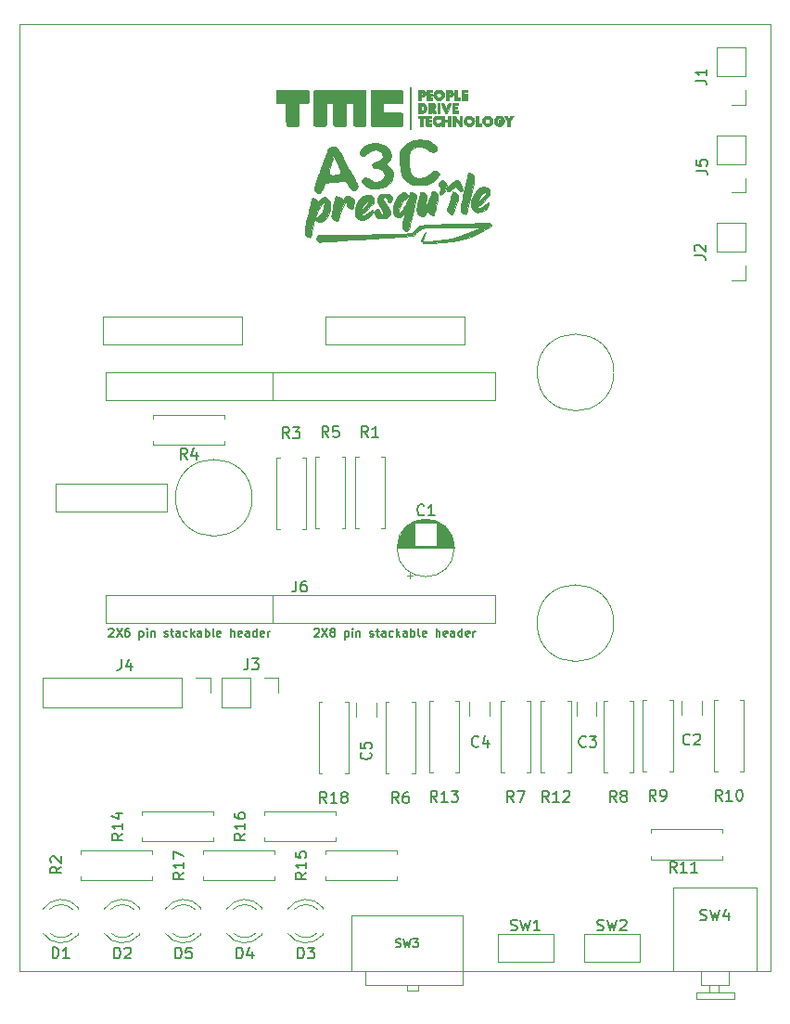
<source format=gto>
G04 #@! TF.GenerationSoftware,KiCad,Pcbnew,(5.1.4)-1*
G04 #@! TF.CreationDate,2019-12-10T14:52:46+01:00*
G04 #@! TF.ProjectId,e-p-wifi,652d702d-7769-4666-992e-6b696361645f,1.0*
G04 #@! TF.SameCoordinates,Original*
G04 #@! TF.FileFunction,Legend,Top*
G04 #@! TF.FilePolarity,Positive*
%FSLAX46Y46*%
G04 Gerber Fmt 4.6, Leading zero omitted, Abs format (unit mm)*
G04 Created by KiCad (PCBNEW (5.1.4)-1) date 2019-12-10 14:52:46*
%MOMM*%
%LPD*%
G04 APERTURE LIST*
%ADD10C,0.100000*%
%ADD11C,0.050000*%
%ADD12C,0.120000*%
%ADD13C,0.010000*%
%ADD14C,0.150000*%
G04 APERTURE END LIST*
D10*
X45726000Y-52070000D02*
X45726000Y-54610000D01*
X33026000Y-52070000D02*
X33026000Y-54610000D01*
X33026000Y-52070000D02*
X45726000Y-52070000D01*
X33026000Y-54610000D02*
X45726000Y-54610000D01*
X53340000Y-54610000D02*
X53340000Y-52070000D01*
X66040000Y-52070000D02*
X66040000Y-54610000D01*
X53340000Y-52070000D02*
X66040000Y-52070000D01*
X53340000Y-54610000D02*
X66040000Y-54610000D01*
X28702000Y-69850000D02*
X38862000Y-69850000D01*
X38862000Y-67310000D02*
X28702000Y-67310000D01*
X28702000Y-67310000D02*
X28702000Y-69850000D01*
D11*
X79674600Y-80010000D02*
G75*
G03X79674600Y-80010000I-3500000J0D01*
G01*
D10*
X25400000Y-111760000D02*
X93980000Y-111760000D01*
X93980000Y-25400000D02*
X93980000Y-111760000D01*
X25400000Y-25400000D02*
X25400000Y-111760000D01*
D11*
X46654600Y-68580000D02*
G75*
G03X46654600Y-68580000I-3500000J0D01*
G01*
D10*
X38862000Y-67310000D02*
X38862000Y-69850000D01*
D11*
X79684760Y-57150000D02*
G75*
G03X79684760Y-57150000I-3500000J0D01*
G01*
D10*
X25400000Y-25400000D02*
X93980000Y-25400000D01*
D12*
X55720000Y-106670000D02*
X65880000Y-106670000D01*
X55720000Y-111750000D02*
X65880000Y-111750000D01*
X65880000Y-106670000D02*
X65880000Y-111750000D01*
X65880000Y-111750000D02*
X55720000Y-111750000D01*
X55720000Y-111750000D02*
X55720000Y-106670000D01*
X65880000Y-111724600D02*
X65880000Y-113045400D01*
X65880000Y-113045400D02*
X57015400Y-113045400D01*
X60825400Y-113045400D02*
X60825400Y-113502600D01*
X60825400Y-113502600D02*
X61841400Y-113502600D01*
X61841400Y-113502600D02*
X61841400Y-113096200D01*
X56990000Y-113045400D02*
X56990000Y-111750000D01*
X27500000Y-85030000D02*
X27500000Y-87690000D01*
X40260000Y-85030000D02*
X27500000Y-85030000D01*
X40260000Y-87690000D02*
X27500000Y-87690000D01*
X40260000Y-85030000D02*
X40260000Y-87690000D01*
X41530000Y-85030000D02*
X42860000Y-85030000D01*
X42860000Y-85030000D02*
X42860000Y-86360000D01*
X44301665Y-108266608D02*
G75*
G03X47534000Y-108423516I1672335J1078608D01*
G01*
X44301665Y-106109392D02*
G75*
G02X47534000Y-105952484I1672335J-1078608D01*
G01*
X44932870Y-108267837D02*
G75*
G03X47014961Y-108268000I1041130J1079837D01*
G01*
X44932870Y-106108163D02*
G75*
G02X47014961Y-106108000I1041130J-1079837D01*
G01*
X47534000Y-108424000D02*
X47534000Y-108268000D01*
X47534000Y-106108000D02*
X47534000Y-105952000D01*
X30770000Y-106108000D02*
X30770000Y-105952000D01*
X30770000Y-108424000D02*
X30770000Y-108268000D01*
X28168870Y-106108163D02*
G75*
G02X30250961Y-106108000I1041130J-1079837D01*
G01*
X28168870Y-108267837D02*
G75*
G03X30250961Y-108268000I1041130J1079837D01*
G01*
X27537665Y-106109392D02*
G75*
G02X30770000Y-105952484I1672335J-1078608D01*
G01*
X27537665Y-108266608D02*
G75*
G03X30770000Y-108423516I1672335J1078608D01*
G01*
X76270000Y-87181000D02*
X76270000Y-88439000D01*
X78110000Y-87181000D02*
X78110000Y-88439000D01*
X91730000Y-27530000D02*
X89070000Y-27530000D01*
X91730000Y-30130000D02*
X91730000Y-27530000D01*
X89070000Y-30130000D02*
X89070000Y-27530000D01*
X91730000Y-30130000D02*
X89070000Y-30130000D01*
X91730000Y-31400000D02*
X91730000Y-32730000D01*
X91730000Y-32730000D02*
X90400000Y-32730000D01*
X91730000Y-43530000D02*
X89070000Y-43530000D01*
X91730000Y-46130000D02*
X91730000Y-43530000D01*
X89070000Y-46130000D02*
X89070000Y-43530000D01*
X91730000Y-46130000D02*
X89070000Y-46130000D01*
X91730000Y-47400000D02*
X91730000Y-48730000D01*
X91730000Y-48730000D02*
X90400000Y-48730000D01*
X49060000Y-85030000D02*
X49060000Y-86360000D01*
X47730000Y-85030000D02*
X49060000Y-85030000D01*
X46460000Y-85030000D02*
X46460000Y-87690000D01*
X46460000Y-87690000D02*
X43860000Y-87690000D01*
X46460000Y-85030000D02*
X43860000Y-85030000D01*
X43860000Y-85030000D02*
X43860000Y-87690000D01*
X65120000Y-73150000D02*
G75*
G03X65120000Y-73150000I-2620000J0D01*
G01*
X59920000Y-73150000D02*
X65080000Y-73150000D01*
X59920000Y-73110000D02*
X65080000Y-73110000D01*
X59921000Y-73070000D02*
X65079000Y-73070000D01*
X59922000Y-73030000D02*
X65078000Y-73030000D01*
X59924000Y-72990000D02*
X65076000Y-72990000D01*
X59927000Y-72950000D02*
X65073000Y-72950000D01*
X59931000Y-72910000D02*
X61460000Y-72910000D01*
X63540000Y-72910000D02*
X65069000Y-72910000D01*
X59935000Y-72870000D02*
X61460000Y-72870000D01*
X63540000Y-72870000D02*
X65065000Y-72870000D01*
X59939000Y-72830000D02*
X61460000Y-72830000D01*
X63540000Y-72830000D02*
X65061000Y-72830000D01*
X59944000Y-72790000D02*
X61460000Y-72790000D01*
X63540000Y-72790000D02*
X65056000Y-72790000D01*
X59950000Y-72750000D02*
X61460000Y-72750000D01*
X63540000Y-72750000D02*
X65050000Y-72750000D01*
X59957000Y-72710000D02*
X61460000Y-72710000D01*
X63540000Y-72710000D02*
X65043000Y-72710000D01*
X59964000Y-72670000D02*
X61460000Y-72670000D01*
X63540000Y-72670000D02*
X65036000Y-72670000D01*
X59972000Y-72630000D02*
X61460000Y-72630000D01*
X63540000Y-72630000D02*
X65028000Y-72630000D01*
X59980000Y-72590000D02*
X61460000Y-72590000D01*
X63540000Y-72590000D02*
X65020000Y-72590000D01*
X59989000Y-72550000D02*
X61460000Y-72550000D01*
X63540000Y-72550000D02*
X65011000Y-72550000D01*
X59999000Y-72510000D02*
X61460000Y-72510000D01*
X63540000Y-72510000D02*
X65001000Y-72510000D01*
X60009000Y-72470000D02*
X61460000Y-72470000D01*
X63540000Y-72470000D02*
X64991000Y-72470000D01*
X60020000Y-72429000D02*
X61460000Y-72429000D01*
X63540000Y-72429000D02*
X64980000Y-72429000D01*
X60032000Y-72389000D02*
X61460000Y-72389000D01*
X63540000Y-72389000D02*
X64968000Y-72389000D01*
X60045000Y-72349000D02*
X61460000Y-72349000D01*
X63540000Y-72349000D02*
X64955000Y-72349000D01*
X60058000Y-72309000D02*
X61460000Y-72309000D01*
X63540000Y-72309000D02*
X64942000Y-72309000D01*
X60072000Y-72269000D02*
X61460000Y-72269000D01*
X63540000Y-72269000D02*
X64928000Y-72269000D01*
X60086000Y-72229000D02*
X61460000Y-72229000D01*
X63540000Y-72229000D02*
X64914000Y-72229000D01*
X60102000Y-72189000D02*
X61460000Y-72189000D01*
X63540000Y-72189000D02*
X64898000Y-72189000D01*
X60118000Y-72149000D02*
X61460000Y-72149000D01*
X63540000Y-72149000D02*
X64882000Y-72149000D01*
X60135000Y-72109000D02*
X61460000Y-72109000D01*
X63540000Y-72109000D02*
X64865000Y-72109000D01*
X60152000Y-72069000D02*
X61460000Y-72069000D01*
X63540000Y-72069000D02*
X64848000Y-72069000D01*
X60171000Y-72029000D02*
X61460000Y-72029000D01*
X63540000Y-72029000D02*
X64829000Y-72029000D01*
X60190000Y-71989000D02*
X61460000Y-71989000D01*
X63540000Y-71989000D02*
X64810000Y-71989000D01*
X60210000Y-71949000D02*
X61460000Y-71949000D01*
X63540000Y-71949000D02*
X64790000Y-71949000D01*
X60232000Y-71909000D02*
X61460000Y-71909000D01*
X63540000Y-71909000D02*
X64768000Y-71909000D01*
X60253000Y-71869000D02*
X61460000Y-71869000D01*
X63540000Y-71869000D02*
X64747000Y-71869000D01*
X60276000Y-71829000D02*
X61460000Y-71829000D01*
X63540000Y-71829000D02*
X64724000Y-71829000D01*
X60300000Y-71789000D02*
X61460000Y-71789000D01*
X63540000Y-71789000D02*
X64700000Y-71789000D01*
X60325000Y-71749000D02*
X61460000Y-71749000D01*
X63540000Y-71749000D02*
X64675000Y-71749000D01*
X60351000Y-71709000D02*
X61460000Y-71709000D01*
X63540000Y-71709000D02*
X64649000Y-71709000D01*
X60378000Y-71669000D02*
X61460000Y-71669000D01*
X63540000Y-71669000D02*
X64622000Y-71669000D01*
X60405000Y-71629000D02*
X61460000Y-71629000D01*
X63540000Y-71629000D02*
X64595000Y-71629000D01*
X60435000Y-71589000D02*
X61460000Y-71589000D01*
X63540000Y-71589000D02*
X64565000Y-71589000D01*
X60465000Y-71549000D02*
X61460000Y-71549000D01*
X63540000Y-71549000D02*
X64535000Y-71549000D01*
X60496000Y-71509000D02*
X61460000Y-71509000D01*
X63540000Y-71509000D02*
X64504000Y-71509000D01*
X60529000Y-71469000D02*
X61460000Y-71469000D01*
X63540000Y-71469000D02*
X64471000Y-71469000D01*
X60563000Y-71429000D02*
X61460000Y-71429000D01*
X63540000Y-71429000D02*
X64437000Y-71429000D01*
X60599000Y-71389000D02*
X61460000Y-71389000D01*
X63540000Y-71389000D02*
X64401000Y-71389000D01*
X60636000Y-71349000D02*
X61460000Y-71349000D01*
X63540000Y-71349000D02*
X64364000Y-71349000D01*
X60674000Y-71309000D02*
X61460000Y-71309000D01*
X63540000Y-71309000D02*
X64326000Y-71309000D01*
X60715000Y-71269000D02*
X61460000Y-71269000D01*
X63540000Y-71269000D02*
X64285000Y-71269000D01*
X60757000Y-71229000D02*
X61460000Y-71229000D01*
X63540000Y-71229000D02*
X64243000Y-71229000D01*
X60801000Y-71189000D02*
X61460000Y-71189000D01*
X63540000Y-71189000D02*
X64199000Y-71189000D01*
X60847000Y-71149000D02*
X61460000Y-71149000D01*
X63540000Y-71149000D02*
X64153000Y-71149000D01*
X60895000Y-71109000D02*
X61460000Y-71109000D01*
X63540000Y-71109000D02*
X64105000Y-71109000D01*
X60946000Y-71069000D02*
X61460000Y-71069000D01*
X63540000Y-71069000D02*
X64054000Y-71069000D01*
X61000000Y-71029000D02*
X61460000Y-71029000D01*
X63540000Y-71029000D02*
X64000000Y-71029000D01*
X61057000Y-70989000D02*
X61460000Y-70989000D01*
X63540000Y-70989000D02*
X63943000Y-70989000D01*
X61117000Y-70949000D02*
X61460000Y-70949000D01*
X63540000Y-70949000D02*
X63883000Y-70949000D01*
X61181000Y-70909000D02*
X61460000Y-70909000D01*
X63540000Y-70909000D02*
X63819000Y-70909000D01*
X61249000Y-70869000D02*
X61460000Y-70869000D01*
X63540000Y-70869000D02*
X63751000Y-70869000D01*
X61322000Y-70829000D02*
X63678000Y-70829000D01*
X61402000Y-70789000D02*
X63598000Y-70789000D01*
X61489000Y-70749000D02*
X63511000Y-70749000D01*
X61585000Y-70709000D02*
X63415000Y-70709000D01*
X61695000Y-70669000D02*
X63305000Y-70669000D01*
X61823000Y-70629000D02*
X63177000Y-70629000D01*
X61982000Y-70589000D02*
X63018000Y-70589000D01*
X62216000Y-70549000D02*
X62784000Y-70549000D01*
X61025000Y-75954775D02*
X61025000Y-75454775D01*
X60775000Y-75704775D02*
X61275000Y-75704775D01*
D13*
G36*
X66272833Y-31601833D02*
G01*
X65997667Y-31601833D01*
X65997667Y-31750000D01*
X66275153Y-31750000D01*
X66268701Y-31850014D01*
X66262250Y-31950028D01*
X66135250Y-31950555D01*
X66008250Y-31951083D01*
X66001617Y-32019875D01*
X65994984Y-32088666D01*
X66272833Y-32088666D01*
X66272833Y-32300333D01*
X65764833Y-32300333D01*
X65764833Y-31390166D01*
X66272833Y-31390166D01*
X66272833Y-31601833D01*
X66272833Y-31601833D01*
G37*
X66272833Y-31601833D02*
X65997667Y-31601833D01*
X65997667Y-31750000D01*
X66275153Y-31750000D01*
X66268701Y-31850014D01*
X66262250Y-31950028D01*
X66135250Y-31950555D01*
X66008250Y-31951083D01*
X66001617Y-32019875D01*
X65994984Y-32088666D01*
X66272833Y-32088666D01*
X66272833Y-32300333D01*
X65764833Y-32300333D01*
X65764833Y-31390166D01*
X66272833Y-31390166D01*
X66272833Y-31601833D01*
G36*
X65379061Y-31743711D02*
G01*
X65384872Y-32086673D01*
X65516644Y-32092961D01*
X65648417Y-32099250D01*
X65654868Y-32199791D01*
X65661319Y-32300333D01*
X65128991Y-32300333D01*
X65134704Y-31850541D01*
X65140417Y-31400750D01*
X65373250Y-31400750D01*
X65379061Y-31743711D01*
X65379061Y-31743711D01*
G37*
X65379061Y-31743711D02*
X65384872Y-32086673D01*
X65516644Y-32092961D01*
X65648417Y-32099250D01*
X65654868Y-32199791D01*
X65661319Y-32300333D01*
X65128991Y-32300333D01*
X65134704Y-31850541D01*
X65140417Y-31400750D01*
X65373250Y-31400750D01*
X65379061Y-31743711D01*
G36*
X64591228Y-31395920D02*
G01*
X64716875Y-31404245D01*
X64808497Y-31416996D01*
X64874383Y-31437327D01*
X64922823Y-31468391D01*
X64962105Y-31513340D01*
X64982598Y-31544775D01*
X65017686Y-31638197D01*
X65020849Y-31740087D01*
X64994692Y-31838335D01*
X64941823Y-31920832D01*
X64892982Y-31961124D01*
X64812489Y-31993217D01*
X64706381Y-32003901D01*
X64701208Y-32003920D01*
X64579500Y-32004000D01*
X64579500Y-32300333D01*
X64346667Y-32300333D01*
X64346667Y-31707666D01*
X64579500Y-31707666D01*
X64581165Y-31770440D01*
X64589873Y-31801754D01*
X64611190Y-31812457D01*
X64633808Y-31813500D01*
X64693117Y-31804853D01*
X64729058Y-31791588D01*
X64759876Y-31754231D01*
X64769973Y-31698768D01*
X64757477Y-31644996D01*
X64744600Y-31627233D01*
X64706844Y-31609482D01*
X64650916Y-31601839D01*
X64649350Y-31601833D01*
X64608012Y-31603697D01*
X64587400Y-31616578D01*
X64580300Y-31651406D01*
X64579500Y-31707666D01*
X64346667Y-31707666D01*
X64346667Y-31383875D01*
X64591228Y-31395920D01*
X64591228Y-31395920D01*
G37*
X64591228Y-31395920D02*
X64716875Y-31404245D01*
X64808497Y-31416996D01*
X64874383Y-31437327D01*
X64922823Y-31468391D01*
X64962105Y-31513340D01*
X64982598Y-31544775D01*
X65017686Y-31638197D01*
X65020849Y-31740087D01*
X64994692Y-31838335D01*
X64941823Y-31920832D01*
X64892982Y-31961124D01*
X64812489Y-31993217D01*
X64706381Y-32003901D01*
X64701208Y-32003920D01*
X64579500Y-32004000D01*
X64579500Y-32300333D01*
X64346667Y-32300333D01*
X64346667Y-31707666D01*
X64579500Y-31707666D01*
X64581165Y-31770440D01*
X64589873Y-31801754D01*
X64611190Y-31812457D01*
X64633808Y-31813500D01*
X64693117Y-31804853D01*
X64729058Y-31791588D01*
X64759876Y-31754231D01*
X64769973Y-31698768D01*
X64757477Y-31644996D01*
X64744600Y-31627233D01*
X64706844Y-31609482D01*
X64650916Y-31601839D01*
X64649350Y-31601833D01*
X64608012Y-31603697D01*
X64587400Y-31616578D01*
X64580300Y-31651406D01*
X64579500Y-31707666D01*
X64346667Y-31707666D01*
X64346667Y-31383875D01*
X64591228Y-31395920D01*
G36*
X63114868Y-31501291D02*
G01*
X63121319Y-31601833D01*
X62843833Y-31601833D01*
X62843833Y-31750000D01*
X63097833Y-31750000D01*
X63097833Y-31938387D01*
X62976125Y-31944735D01*
X62907566Y-31949429D01*
X62870565Y-31958475D01*
X62854385Y-31978075D01*
X62848291Y-32014431D01*
X62847862Y-32018832D01*
X62841307Y-32086581D01*
X62974862Y-32092915D01*
X63108417Y-32099250D01*
X63114868Y-32199791D01*
X63121319Y-32300333D01*
X62588991Y-32300333D01*
X62594704Y-31850541D01*
X62600417Y-31400750D01*
X63108417Y-31400750D01*
X63114868Y-31501291D01*
X63114868Y-31501291D01*
G37*
X63114868Y-31501291D02*
X63121319Y-31601833D01*
X62843833Y-31601833D01*
X62843833Y-31750000D01*
X63097833Y-31750000D01*
X63097833Y-31938387D01*
X62976125Y-31944735D01*
X62907566Y-31949429D01*
X62870565Y-31958475D01*
X62854385Y-31978075D01*
X62848291Y-32014431D01*
X62847862Y-32018832D01*
X62841307Y-32086581D01*
X62974862Y-32092915D01*
X63108417Y-32099250D01*
X63114868Y-32199791D01*
X63121319Y-32300333D01*
X62588991Y-32300333D01*
X62594704Y-31850541D01*
X62600417Y-31400750D01*
X63108417Y-31400750D01*
X63114868Y-31501291D01*
G36*
X62051228Y-31395920D02*
G01*
X62178208Y-31404455D01*
X62268423Y-31416139D01*
X62327380Y-31431833D01*
X62348572Y-31442549D01*
X62421794Y-31512658D01*
X62466483Y-31601810D01*
X62482835Y-31700346D01*
X62471046Y-31798607D01*
X62431313Y-31886933D01*
X62363833Y-31955666D01*
X62337820Y-31971222D01*
X62279681Y-31990117D01*
X62201656Y-32001958D01*
X62156968Y-32004000D01*
X62039500Y-32004000D01*
X62039500Y-32300333D01*
X61806667Y-32300333D01*
X61806667Y-31707666D01*
X62039500Y-31707666D01*
X62041165Y-31770440D01*
X62049873Y-31801754D01*
X62071190Y-31812457D01*
X62093808Y-31813500D01*
X62153117Y-31804853D01*
X62189058Y-31791588D01*
X62219876Y-31754231D01*
X62229973Y-31698768D01*
X62217477Y-31644996D01*
X62204600Y-31627233D01*
X62166844Y-31609482D01*
X62110916Y-31601839D01*
X62109350Y-31601833D01*
X62068012Y-31603697D01*
X62047400Y-31616578D01*
X62040300Y-31651406D01*
X62039500Y-31707666D01*
X61806667Y-31707666D01*
X61806667Y-31383875D01*
X62051228Y-31395920D01*
X62051228Y-31395920D01*
G37*
X62051228Y-31395920D02*
X62178208Y-31404455D01*
X62268423Y-31416139D01*
X62327380Y-31431833D01*
X62348572Y-31442549D01*
X62421794Y-31512658D01*
X62466483Y-31601810D01*
X62482835Y-31700346D01*
X62471046Y-31798607D01*
X62431313Y-31886933D01*
X62363833Y-31955666D01*
X62337820Y-31971222D01*
X62279681Y-31990117D01*
X62201656Y-32001958D01*
X62156968Y-32004000D01*
X62039500Y-32004000D01*
X62039500Y-32300333D01*
X61806667Y-32300333D01*
X61806667Y-31707666D01*
X62039500Y-31707666D01*
X62041165Y-31770440D01*
X62049873Y-31801754D01*
X62071190Y-31812457D01*
X62093808Y-31813500D01*
X62153117Y-31804853D01*
X62189058Y-31791588D01*
X62219876Y-31754231D01*
X62229973Y-31698768D01*
X62217477Y-31644996D01*
X62204600Y-31627233D01*
X62166844Y-31609482D01*
X62110916Y-31601839D01*
X62109350Y-31601833D01*
X62068012Y-31603697D01*
X62047400Y-31616578D01*
X62040300Y-31651406D01*
X62039500Y-31707666D01*
X61806667Y-31707666D01*
X61806667Y-31383875D01*
X62051228Y-31395920D01*
G36*
X63859082Y-31403548D02*
G01*
X63934098Y-31429642D01*
X64043791Y-31500973D01*
X64125281Y-31598118D01*
X64176472Y-31713564D01*
X64195267Y-31839802D01*
X64179572Y-31969318D01*
X64127290Y-32094603D01*
X64122054Y-32103266D01*
X64039132Y-32199247D01*
X63930495Y-32268777D01*
X63805306Y-32309399D01*
X63672725Y-32318657D01*
X63541913Y-32294097D01*
X63489262Y-32272895D01*
X63368429Y-32194547D01*
X63280839Y-32093916D01*
X63228069Y-31976811D01*
X63211694Y-31849042D01*
X63212156Y-31846202D01*
X63461189Y-31846202D01*
X63478500Y-31939614D01*
X63480016Y-31943356D01*
X63531586Y-32018406D01*
X63606171Y-32066091D01*
X63693175Y-32084779D01*
X63782003Y-32072841D01*
X63862057Y-32028646D01*
X63885605Y-32005747D01*
X63936651Y-31921958D01*
X63946482Y-31834502D01*
X63915310Y-31748421D01*
X63872533Y-31694966D01*
X63818664Y-31648453D01*
X63767532Y-31627534D01*
X63704824Y-31623000D01*
X63607809Y-31640806D01*
X63531256Y-31689084D01*
X63480578Y-31760121D01*
X63461189Y-31846202D01*
X63212156Y-31846202D01*
X63233287Y-31716418D01*
X63294424Y-31584747D01*
X63300247Y-31575682D01*
X63376566Y-31495229D01*
X63480833Y-31435433D01*
X63602825Y-31398651D01*
X63732316Y-31387237D01*
X63859082Y-31403548D01*
X63859082Y-31403548D01*
G37*
X63859082Y-31403548D02*
X63934098Y-31429642D01*
X64043791Y-31500973D01*
X64125281Y-31598118D01*
X64176472Y-31713564D01*
X64195267Y-31839802D01*
X64179572Y-31969318D01*
X64127290Y-32094603D01*
X64122054Y-32103266D01*
X64039132Y-32199247D01*
X63930495Y-32268777D01*
X63805306Y-32309399D01*
X63672725Y-32318657D01*
X63541913Y-32294097D01*
X63489262Y-32272895D01*
X63368429Y-32194547D01*
X63280839Y-32093916D01*
X63228069Y-31976811D01*
X63211694Y-31849042D01*
X63212156Y-31846202D01*
X63461189Y-31846202D01*
X63478500Y-31939614D01*
X63480016Y-31943356D01*
X63531586Y-32018406D01*
X63606171Y-32066091D01*
X63693175Y-32084779D01*
X63782003Y-32072841D01*
X63862057Y-32028646D01*
X63885605Y-32005747D01*
X63936651Y-31921958D01*
X63946482Y-31834502D01*
X63915310Y-31748421D01*
X63872533Y-31694966D01*
X63818664Y-31648453D01*
X63767532Y-31627534D01*
X63704824Y-31623000D01*
X63607809Y-31640806D01*
X63531256Y-31689084D01*
X63480578Y-31760121D01*
X63461189Y-31846202D01*
X63212156Y-31846202D01*
X63233287Y-31716418D01*
X63294424Y-31584747D01*
X63300247Y-31575682D01*
X63376566Y-31495229D01*
X63480833Y-31435433D01*
X63602825Y-31398651D01*
X63732316Y-31387237D01*
X63859082Y-31403548D01*
G36*
X65426167Y-32787166D02*
G01*
X65151000Y-32787166D01*
X65151000Y-32935333D01*
X65405000Y-32935333D01*
X65405000Y-33125833D01*
X65151000Y-33125833D01*
X65151000Y-33274000D01*
X65426167Y-33274000D01*
X65426167Y-33485666D01*
X64918167Y-33485666D01*
X64918167Y-32575500D01*
X65426167Y-32575500D01*
X65426167Y-32787166D01*
X65426167Y-32787166D01*
G37*
X65426167Y-32787166D02*
X65151000Y-32787166D01*
X65151000Y-32935333D01*
X65405000Y-32935333D01*
X65405000Y-33125833D01*
X65151000Y-33125833D01*
X65151000Y-33274000D01*
X65426167Y-33274000D01*
X65426167Y-33485666D01*
X64918167Y-33485666D01*
X64918167Y-32575500D01*
X65426167Y-32575500D01*
X65426167Y-32787166D01*
G36*
X64759259Y-32579050D02*
G01*
X64802486Y-32588418D01*
X64812333Y-32597546D01*
X64804368Y-32622680D01*
X64782065Y-32680806D01*
X64747808Y-32766028D01*
X64703985Y-32872447D01*
X64652980Y-32994168D01*
X64628208Y-33052629D01*
X64444082Y-33485666D01*
X64352587Y-33485666D01*
X64290817Y-33481317D01*
X64256925Y-33464319D01*
X64240707Y-33438041D01*
X64164710Y-33259455D01*
X64095177Y-33094032D01*
X64033772Y-32945872D01*
X63982160Y-32819076D01*
X63942006Y-32717743D01*
X63914972Y-32645975D01*
X63902724Y-32607870D01*
X63902167Y-32604002D01*
X63911778Y-32586437D01*
X63946052Y-32578738D01*
X64013145Y-32579263D01*
X64022562Y-32579735D01*
X64142958Y-32586083D01*
X64244432Y-32837938D01*
X64283114Y-32933121D01*
X64316223Y-33013043D01*
X64340543Y-33070055D01*
X64352860Y-33096503D01*
X64353458Y-33097346D01*
X64363465Y-33081667D01*
X64385631Y-33033425D01*
X64416940Y-32959575D01*
X64454374Y-32867075D01*
X64464963Y-32840253D01*
X64568917Y-32575608D01*
X64690625Y-32575554D01*
X64759259Y-32579050D01*
X64759259Y-32579050D01*
G37*
X64759259Y-32579050D02*
X64802486Y-32588418D01*
X64812333Y-32597546D01*
X64804368Y-32622680D01*
X64782065Y-32680806D01*
X64747808Y-32766028D01*
X64703985Y-32872447D01*
X64652980Y-32994168D01*
X64628208Y-33052629D01*
X64444082Y-33485666D01*
X64352587Y-33485666D01*
X64290817Y-33481317D01*
X64256925Y-33464319D01*
X64240707Y-33438041D01*
X64164710Y-33259455D01*
X64095177Y-33094032D01*
X64033772Y-32945872D01*
X63982160Y-32819076D01*
X63942006Y-32717743D01*
X63914972Y-32645975D01*
X63902724Y-32607870D01*
X63902167Y-32604002D01*
X63911778Y-32586437D01*
X63946052Y-32578738D01*
X64013145Y-32579263D01*
X64022562Y-32579735D01*
X64142958Y-32586083D01*
X64244432Y-32837938D01*
X64283114Y-32933121D01*
X64316223Y-33013043D01*
X64340543Y-33070055D01*
X64352860Y-33096503D01*
X64353458Y-33097346D01*
X64363465Y-33081667D01*
X64385631Y-33033425D01*
X64416940Y-32959575D01*
X64454374Y-32867075D01*
X64464963Y-32840253D01*
X64568917Y-32575608D01*
X64690625Y-32575554D01*
X64759259Y-32579050D01*
G36*
X63796333Y-33485666D02*
G01*
X63563500Y-33485666D01*
X63563500Y-32575500D01*
X63796333Y-32575500D01*
X63796333Y-33485666D01*
X63796333Y-33485666D01*
G37*
X63796333Y-33485666D02*
X63563500Y-33485666D01*
X63563500Y-32575500D01*
X63796333Y-32575500D01*
X63796333Y-33485666D01*
G36*
X63123422Y-32583523D02*
G01*
X63178935Y-32594230D01*
X63223329Y-32612196D01*
X63311631Y-32677547D01*
X63365801Y-32759678D01*
X63386084Y-32850667D01*
X63372726Y-32942591D01*
X63325973Y-33027527D01*
X63246070Y-33097554D01*
X63207626Y-33118346D01*
X63216828Y-33135197D01*
X63246939Y-33178134D01*
X63292760Y-33239918D01*
X63329219Y-33287679D01*
X63383589Y-33359663D01*
X63426547Y-33419377D01*
X63452480Y-33458858D01*
X63457552Y-33469791D01*
X63438303Y-33477864D01*
X63387814Y-33483580D01*
X63319656Y-33485666D01*
X63181645Y-33485666D01*
X63076239Y-33324200D01*
X62970833Y-33162735D01*
X62970833Y-33485666D01*
X62715991Y-33485666D01*
X62721704Y-33035875D01*
X62723787Y-32871833D01*
X62970833Y-32871833D01*
X62972607Y-32934693D01*
X62981423Y-32966054D01*
X63002526Y-32976714D01*
X63022238Y-32977666D01*
X63076698Y-32964315D01*
X63106905Y-32944404D01*
X63137327Y-32890130D01*
X63127563Y-32835397D01*
X63093123Y-32798950D01*
X63033736Y-32766405D01*
X62995514Y-32769283D01*
X62975571Y-32809303D01*
X62970833Y-32871833D01*
X62723787Y-32871833D01*
X62727417Y-32586083D01*
X62939083Y-32580446D01*
X63047010Y-32579324D01*
X63123422Y-32583523D01*
X63123422Y-32583523D01*
G37*
X63123422Y-32583523D02*
X63178935Y-32594230D01*
X63223329Y-32612196D01*
X63311631Y-32677547D01*
X63365801Y-32759678D01*
X63386084Y-32850667D01*
X63372726Y-32942591D01*
X63325973Y-33027527D01*
X63246070Y-33097554D01*
X63207626Y-33118346D01*
X63216828Y-33135197D01*
X63246939Y-33178134D01*
X63292760Y-33239918D01*
X63329219Y-33287679D01*
X63383589Y-33359663D01*
X63426547Y-33419377D01*
X63452480Y-33458858D01*
X63457552Y-33469791D01*
X63438303Y-33477864D01*
X63387814Y-33483580D01*
X63319656Y-33485666D01*
X63181645Y-33485666D01*
X63076239Y-33324200D01*
X62970833Y-33162735D01*
X62970833Y-33485666D01*
X62715991Y-33485666D01*
X62721704Y-33035875D01*
X62723787Y-32871833D01*
X62970833Y-32871833D01*
X62972607Y-32934693D01*
X62981423Y-32966054D01*
X63002526Y-32976714D01*
X63022238Y-32977666D01*
X63076698Y-32964315D01*
X63106905Y-32944404D01*
X63137327Y-32890130D01*
X63127563Y-32835397D01*
X63093123Y-32798950D01*
X63033736Y-32766405D01*
X62995514Y-32769283D01*
X62975571Y-32809303D01*
X62970833Y-32871833D01*
X62723787Y-32871833D01*
X62727417Y-32586083D01*
X62939083Y-32580446D01*
X63047010Y-32579324D01*
X63123422Y-32583523D01*
G36*
X62074241Y-32578727D02*
G01*
X62174308Y-32587198D01*
X62253879Y-32599099D01*
X62255416Y-32599424D01*
X62370804Y-32643750D01*
X62464328Y-32718189D01*
X62533548Y-32815241D01*
X62576025Y-32927403D01*
X62589319Y-33047177D01*
X62570992Y-33167060D01*
X62518604Y-33279553D01*
X62489343Y-33318700D01*
X62404997Y-33395401D01*
X62299154Y-33447453D01*
X62166229Y-33476810D01*
X62013042Y-33485459D01*
X61806667Y-33485666D01*
X61806667Y-32787166D01*
X62039500Y-32787166D01*
X62039500Y-33274000D01*
X62105026Y-33274000D01*
X62172006Y-33262735D01*
X62230222Y-33238751D01*
X62297135Y-33177092D01*
X62331001Y-33089949D01*
X62335833Y-33030583D01*
X62318720Y-32927865D01*
X62270045Y-32850284D01*
X62193804Y-32802038D01*
X62104051Y-32787166D01*
X62039500Y-32787166D01*
X61806667Y-32787166D01*
X61806667Y-32575500D01*
X61974958Y-32575500D01*
X62074241Y-32578727D01*
X62074241Y-32578727D01*
G37*
X62074241Y-32578727D02*
X62174308Y-32587198D01*
X62253879Y-32599099D01*
X62255416Y-32599424D01*
X62370804Y-32643750D01*
X62464328Y-32718189D01*
X62533548Y-32815241D01*
X62576025Y-32927403D01*
X62589319Y-33047177D01*
X62570992Y-33167060D01*
X62518604Y-33279553D01*
X62489343Y-33318700D01*
X62404997Y-33395401D01*
X62299154Y-33447453D01*
X62166229Y-33476810D01*
X62013042Y-33485459D01*
X61806667Y-33485666D01*
X61806667Y-32787166D01*
X62039500Y-32787166D01*
X62039500Y-33274000D01*
X62105026Y-33274000D01*
X62172006Y-33262735D01*
X62230222Y-33238751D01*
X62297135Y-33177092D01*
X62331001Y-33089949D01*
X62335833Y-33030583D01*
X62318720Y-32927865D01*
X62270045Y-32850284D01*
X62193804Y-32802038D01*
X62104051Y-32787166D01*
X62039500Y-32787166D01*
X61806667Y-32787166D01*
X61806667Y-32575500D01*
X61974958Y-32575500D01*
X62074241Y-32578727D01*
G36*
X69986373Y-33855989D02*
G01*
X70034210Y-33928521D01*
X70068449Y-33965496D01*
X70097004Y-33967819D01*
X70127788Y-33936393D01*
X70166063Y-33876504D01*
X70236167Y-33760833D01*
X70382999Y-33760833D01*
X70461938Y-33762675D01*
X70504442Y-33768978D01*
X70516284Y-33780909D01*
X70513867Y-33787291D01*
X70495354Y-33814818D01*
X70458066Y-33868106D01*
X70408021Y-33938603D01*
X70368583Y-33993666D01*
X70312974Y-34071454D01*
X70265706Y-34138354D01*
X70232885Y-34185677D01*
X70221815Y-34202443D01*
X70214291Y-34235788D01*
X70209335Y-34299708D01*
X70207703Y-34382484D01*
X70208085Y-34415103D01*
X70209137Y-34522676D01*
X70204874Y-34594954D01*
X70191907Y-34638927D01*
X70166848Y-34661589D01*
X70126309Y-34669932D01*
X70084096Y-34671000D01*
X70022088Y-34668240D01*
X69979214Y-34661246D01*
X69969944Y-34656888D01*
X69963924Y-34630922D01*
X69959183Y-34572519D01*
X69956353Y-34491567D01*
X69955833Y-34435370D01*
X69955833Y-34227962D01*
X69811545Y-34020856D01*
X69753704Y-33937517D01*
X69704101Y-33865463D01*
X69668157Y-33812606D01*
X69651546Y-33787291D01*
X69653252Y-33772793D01*
X69683550Y-33764442D01*
X69748204Y-33761061D01*
X69781030Y-33760833D01*
X69926225Y-33760833D01*
X69986373Y-33855989D01*
X69986373Y-33855989D01*
G37*
X69986373Y-33855989D02*
X70034210Y-33928521D01*
X70068449Y-33965496D01*
X70097004Y-33967819D01*
X70127788Y-33936393D01*
X70166063Y-33876504D01*
X70236167Y-33760833D01*
X70382999Y-33760833D01*
X70461938Y-33762675D01*
X70504442Y-33768978D01*
X70516284Y-33780909D01*
X70513867Y-33787291D01*
X70495354Y-33814818D01*
X70458066Y-33868106D01*
X70408021Y-33938603D01*
X70368583Y-33993666D01*
X70312974Y-34071454D01*
X70265706Y-34138354D01*
X70232885Y-34185677D01*
X70221815Y-34202443D01*
X70214291Y-34235788D01*
X70209335Y-34299708D01*
X70207703Y-34382484D01*
X70208085Y-34415103D01*
X70209137Y-34522676D01*
X70204874Y-34594954D01*
X70191907Y-34638927D01*
X70166848Y-34661589D01*
X70126309Y-34669932D01*
X70084096Y-34671000D01*
X70022088Y-34668240D01*
X69979214Y-34661246D01*
X69969944Y-34656888D01*
X69963924Y-34630922D01*
X69959183Y-34572519D01*
X69956353Y-34491567D01*
X69955833Y-34435370D01*
X69955833Y-34227962D01*
X69811545Y-34020856D01*
X69753704Y-33937517D01*
X69704101Y-33865463D01*
X69668157Y-33812606D01*
X69651546Y-33787291D01*
X69653252Y-33772793D01*
X69683550Y-33764442D01*
X69748204Y-33761061D01*
X69781030Y-33760833D01*
X69926225Y-33760833D01*
X69986373Y-33855989D01*
G36*
X69341232Y-33760585D02*
G01*
X69403073Y-33786540D01*
X69468429Y-33828252D01*
X69527911Y-33877573D01*
X69572133Y-33926359D01*
X69591706Y-33966461D01*
X69590897Y-33977246D01*
X69567362Y-34000688D01*
X69517798Y-34029606D01*
X69487039Y-34043584D01*
X69392174Y-34082918D01*
X69326382Y-34017125D01*
X69252324Y-33963202D01*
X69178789Y-33951293D01*
X69103982Y-33981440D01*
X69054133Y-34023300D01*
X69012080Y-34069980D01*
X68990575Y-34112830D01*
X68982912Y-34169760D01*
X68982167Y-34215428D01*
X68985217Y-34289584D01*
X68998229Y-34338650D01*
X69026994Y-34379664D01*
X69044038Y-34397461D01*
X69096234Y-34439485D01*
X69153249Y-34456968D01*
X69201252Y-34459333D01*
X69268073Y-34454170D01*
X69311845Y-34433584D01*
X69342544Y-34401125D01*
X69388494Y-34342916D01*
X69291164Y-34336465D01*
X69193833Y-34330013D01*
X69193833Y-34141833D01*
X69659500Y-34141833D01*
X69659500Y-34201491D01*
X69640578Y-34338448D01*
X69587581Y-34456931D01*
X69506163Y-34553084D01*
X69401979Y-34623051D01*
X69280683Y-34662978D01*
X69147929Y-34669009D01*
X69016557Y-34639903D01*
X68905653Y-34580222D01*
X68821289Y-34494453D01*
X68764002Y-34389918D01*
X68734333Y-34273937D01*
X68732821Y-34153830D01*
X68760003Y-34036919D01*
X68816419Y-33930523D01*
X68902608Y-33841964D01*
X68955289Y-33807621D01*
X69080713Y-33760149D01*
X69218278Y-33744592D01*
X69341232Y-33760585D01*
X69341232Y-33760585D01*
G37*
X69341232Y-33760585D02*
X69403073Y-33786540D01*
X69468429Y-33828252D01*
X69527911Y-33877573D01*
X69572133Y-33926359D01*
X69591706Y-33966461D01*
X69590897Y-33977246D01*
X69567362Y-34000688D01*
X69517798Y-34029606D01*
X69487039Y-34043584D01*
X69392174Y-34082918D01*
X69326382Y-34017125D01*
X69252324Y-33963202D01*
X69178789Y-33951293D01*
X69103982Y-33981440D01*
X69054133Y-34023300D01*
X69012080Y-34069980D01*
X68990575Y-34112830D01*
X68982912Y-34169760D01*
X68982167Y-34215428D01*
X68985217Y-34289584D01*
X68998229Y-34338650D01*
X69026994Y-34379664D01*
X69044038Y-34397461D01*
X69096234Y-34439485D01*
X69153249Y-34456968D01*
X69201252Y-34459333D01*
X69268073Y-34454170D01*
X69311845Y-34433584D01*
X69342544Y-34401125D01*
X69388494Y-34342916D01*
X69291164Y-34336465D01*
X69193833Y-34330013D01*
X69193833Y-34141833D01*
X69659500Y-34141833D01*
X69659500Y-34201491D01*
X69640578Y-34338448D01*
X69587581Y-34456931D01*
X69506163Y-34553084D01*
X69401979Y-34623051D01*
X69280683Y-34662978D01*
X69147929Y-34669009D01*
X69016557Y-34639903D01*
X68905653Y-34580222D01*
X68821289Y-34494453D01*
X68764002Y-34389918D01*
X68734333Y-34273937D01*
X68732821Y-34153830D01*
X68760003Y-34036919D01*
X68816419Y-33930523D01*
X68902608Y-33841964D01*
X68955289Y-33807621D01*
X69080713Y-33760149D01*
X69218278Y-33744592D01*
X69341232Y-33760585D01*
G36*
X67331167Y-34459333D02*
G01*
X67606333Y-34459333D01*
X67606333Y-34671000D01*
X67098333Y-34671000D01*
X67098333Y-33760833D01*
X67331167Y-33760833D01*
X67331167Y-34459333D01*
X67331167Y-34459333D01*
G37*
X67331167Y-34459333D02*
X67606333Y-34459333D01*
X67606333Y-34671000D01*
X67098333Y-34671000D01*
X67098333Y-33760833D01*
X67331167Y-33760833D01*
X67331167Y-34459333D01*
G36*
X65828333Y-34671000D02*
G01*
X65602252Y-34671000D01*
X65434834Y-34456195D01*
X65366837Y-34369351D01*
X65304042Y-34289873D01*
X65253261Y-34226335D01*
X65221307Y-34187315D01*
X65220460Y-34186320D01*
X65173504Y-34131250D01*
X65172835Y-34401125D01*
X65172167Y-34671000D01*
X65069861Y-34671000D01*
X65007157Y-34668299D01*
X64963489Y-34661440D01*
X64953444Y-34656888D01*
X64949223Y-34632396D01*
X64945506Y-34572047D01*
X64942494Y-34482317D01*
X64940388Y-34369683D01*
X64939388Y-34240621D01*
X64939333Y-34201805D01*
X64939333Y-33760833D01*
X65061042Y-33761765D01*
X65182750Y-33762697D01*
X65383833Y-34027413D01*
X65584917Y-34292128D01*
X65590841Y-34026481D01*
X65596765Y-33760833D01*
X65828333Y-33760833D01*
X65828333Y-34671000D01*
X65828333Y-34671000D01*
G37*
X65828333Y-34671000D02*
X65602252Y-34671000D01*
X65434834Y-34456195D01*
X65366837Y-34369351D01*
X65304042Y-34289873D01*
X65253261Y-34226335D01*
X65221307Y-34187315D01*
X65220460Y-34186320D01*
X65173504Y-34131250D01*
X65172835Y-34401125D01*
X65172167Y-34671000D01*
X65069861Y-34671000D01*
X65007157Y-34668299D01*
X64963489Y-34661440D01*
X64953444Y-34656888D01*
X64949223Y-34632396D01*
X64945506Y-34572047D01*
X64942494Y-34482317D01*
X64940388Y-34369683D01*
X64939388Y-34240621D01*
X64939333Y-34201805D01*
X64939333Y-33760833D01*
X65061042Y-33761765D01*
X65182750Y-33762697D01*
X65383833Y-34027413D01*
X65584917Y-34292128D01*
X65590841Y-34026481D01*
X65596765Y-33760833D01*
X65828333Y-33760833D01*
X65828333Y-34671000D01*
G36*
X64198500Y-34099500D02*
G01*
X64516000Y-34099500D01*
X64516000Y-33760833D01*
X64637708Y-33760848D01*
X64759417Y-33760863D01*
X64756856Y-34210640D01*
X64754295Y-34660416D01*
X64635986Y-34666739D01*
X64517678Y-34673062D01*
X64511547Y-34486822D01*
X64505417Y-34300583D01*
X64209083Y-34300583D01*
X64198500Y-34480500D01*
X64187917Y-34660416D01*
X64081270Y-34666659D01*
X64017127Y-34667488D01*
X63971525Y-34662694D01*
X63959562Y-34657839D01*
X63955055Y-34633052D01*
X63951087Y-34572426D01*
X63947872Y-34482456D01*
X63945624Y-34369637D01*
X63944557Y-34240463D01*
X63944500Y-34201805D01*
X63944500Y-33760833D01*
X64198500Y-33760833D01*
X64198500Y-34099500D01*
X64198500Y-34099500D01*
G37*
X64198500Y-34099500D02*
X64516000Y-34099500D01*
X64516000Y-33760833D01*
X64637708Y-33760848D01*
X64759417Y-33760863D01*
X64756856Y-34210640D01*
X64754295Y-34660416D01*
X64635986Y-34666739D01*
X64517678Y-34673062D01*
X64511547Y-34486822D01*
X64505417Y-34300583D01*
X64209083Y-34300583D01*
X64198500Y-34480500D01*
X64187917Y-34660416D01*
X64081270Y-34666659D01*
X64017127Y-34667488D01*
X63971525Y-34662694D01*
X63959562Y-34657839D01*
X63955055Y-34633052D01*
X63951087Y-34572426D01*
X63947872Y-34482456D01*
X63945624Y-34369637D01*
X63944557Y-34240463D01*
X63944500Y-34201805D01*
X63944500Y-33760833D01*
X64198500Y-33760833D01*
X64198500Y-34099500D01*
G36*
X63034333Y-33972500D02*
G01*
X62759167Y-33972500D01*
X62759167Y-34099500D01*
X63013167Y-34099500D01*
X63013167Y-34311166D01*
X62759167Y-34311166D01*
X62759167Y-34459333D01*
X63034333Y-34459333D01*
X63034333Y-34671000D01*
X62780333Y-34671000D01*
X62682116Y-34669760D01*
X62601326Y-34666385D01*
X62546201Y-34661385D01*
X62524979Y-34655272D01*
X62524955Y-34655125D01*
X62524656Y-34631200D01*
X62524459Y-34572757D01*
X62524356Y-34487614D01*
X62524340Y-34383584D01*
X62524402Y-34268484D01*
X62524535Y-34150131D01*
X62524733Y-34036339D01*
X62524986Y-33934924D01*
X62525287Y-33853703D01*
X62525629Y-33800490D01*
X62525804Y-33787291D01*
X62537998Y-33775319D01*
X62577209Y-33767257D01*
X62648222Y-33762608D01*
X62755826Y-33760874D01*
X62780333Y-33760833D01*
X63034333Y-33760833D01*
X63034333Y-33972500D01*
X63034333Y-33972500D01*
G37*
X63034333Y-33972500D02*
X62759167Y-33972500D01*
X62759167Y-34099500D01*
X63013167Y-34099500D01*
X63013167Y-34311166D01*
X62759167Y-34311166D01*
X62759167Y-34459333D01*
X63034333Y-34459333D01*
X63034333Y-34671000D01*
X62780333Y-34671000D01*
X62682116Y-34669760D01*
X62601326Y-34666385D01*
X62546201Y-34661385D01*
X62524979Y-34655272D01*
X62524955Y-34655125D01*
X62524656Y-34631200D01*
X62524459Y-34572757D01*
X62524356Y-34487614D01*
X62524340Y-34383584D01*
X62524402Y-34268484D01*
X62524535Y-34150131D01*
X62524733Y-34036339D01*
X62524986Y-33934924D01*
X62525287Y-33853703D01*
X62525629Y-33800490D01*
X62525804Y-33787291D01*
X62537998Y-33775319D01*
X62577209Y-33767257D01*
X62648222Y-33762608D01*
X62755826Y-33760874D01*
X62780333Y-33760833D01*
X63034333Y-33760833D01*
X63034333Y-33972500D01*
G36*
X62420500Y-33972500D02*
G01*
X62230000Y-33972500D01*
X62230000Y-34671000D01*
X61997167Y-34671000D01*
X61997167Y-33972500D01*
X61806667Y-33972500D01*
X61806667Y-33760833D01*
X62420500Y-33760833D01*
X62420500Y-33972500D01*
X62420500Y-33972500D01*
G37*
X62420500Y-33972500D02*
X62230000Y-33972500D01*
X62230000Y-34671000D01*
X61997167Y-34671000D01*
X61997167Y-33972500D01*
X61806667Y-33972500D01*
X61806667Y-33760833D01*
X62420500Y-33760833D01*
X62420500Y-33972500D01*
G36*
X59381318Y-31392630D02*
G01*
X59578332Y-31393639D01*
X59761410Y-31395339D01*
X59926224Y-31397746D01*
X60068444Y-31400878D01*
X60183744Y-31404750D01*
X60267795Y-31409381D01*
X60316268Y-31414786D01*
X60325000Y-31417303D01*
X60377917Y-31444309D01*
X60383571Y-31977792D01*
X60385166Y-32142077D01*
X60385814Y-32269304D01*
X60385176Y-32364742D01*
X60382913Y-32433661D01*
X60378686Y-32481331D01*
X60372157Y-32513023D01*
X60362986Y-32534006D01*
X60350834Y-32549551D01*
X60346529Y-32553970D01*
X60334524Y-32564642D01*
X60319217Y-32573370D01*
X60296545Y-32580350D01*
X60262445Y-32585777D01*
X60212853Y-32589846D01*
X60143707Y-32592752D01*
X60050944Y-32594690D01*
X59930500Y-32595855D01*
X59778313Y-32596442D01*
X59590319Y-32596646D01*
X59457167Y-32596666D01*
X58610500Y-32596666D01*
X58610500Y-33464500D01*
X59457167Y-33464500D01*
X59668891Y-33464570D01*
X59842343Y-33464909D01*
X59981585Y-33465710D01*
X60090675Y-33467168D01*
X60173677Y-33469475D01*
X60234650Y-33472824D01*
X60277656Y-33477410D01*
X60306755Y-33483425D01*
X60326009Y-33491062D01*
X60339479Y-33500516D01*
X60346167Y-33506833D01*
X60359373Y-33522163D01*
X60369509Y-33541970D01*
X60376981Y-33571606D01*
X60382192Y-33616423D01*
X60385545Y-33681774D01*
X60387444Y-33773011D01*
X60388295Y-33895485D01*
X60388499Y-34054549D01*
X60388500Y-34067750D01*
X60388326Y-34229696D01*
X60387537Y-34354663D01*
X60385728Y-34448000D01*
X60382494Y-34515061D01*
X60377433Y-34561198D01*
X60370141Y-34591762D01*
X60360212Y-34612106D01*
X60347244Y-34627581D01*
X60346167Y-34628666D01*
X60336745Y-34637130D01*
X60324594Y-34644383D01*
X60306589Y-34650520D01*
X60279604Y-34655633D01*
X60240514Y-34659816D01*
X60186191Y-34663162D01*
X60113511Y-34665764D01*
X60019348Y-34667716D01*
X59900575Y-34669111D01*
X59754068Y-34670043D01*
X59576700Y-34670604D01*
X59365346Y-34670888D01*
X59116879Y-34670989D01*
X58928000Y-34671000D01*
X58652940Y-34670972D01*
X58417086Y-34670826D01*
X58217312Y-34670469D01*
X58050491Y-34669805D01*
X57913496Y-34668741D01*
X57803200Y-34667182D01*
X57716477Y-34665034D01*
X57650199Y-34662203D01*
X57601240Y-34658595D01*
X57566472Y-34654115D01*
X57542770Y-34648670D01*
X57527006Y-34642165D01*
X57516053Y-34634506D01*
X57509434Y-34628267D01*
X57501392Y-34619478D01*
X57494441Y-34608383D01*
X57488514Y-34592060D01*
X57483543Y-34567590D01*
X57479461Y-34532051D01*
X57476201Y-34482522D01*
X57473696Y-34416083D01*
X57471878Y-34329812D01*
X57470680Y-34220788D01*
X57470034Y-34086091D01*
X57469874Y-33922799D01*
X57470131Y-33727991D01*
X57470740Y-33498748D01*
X57471632Y-33232147D01*
X57472393Y-33020652D01*
X57473638Y-32714659D01*
X57475034Y-32448496D01*
X57476632Y-32219662D01*
X57478484Y-32025655D01*
X57480643Y-31863971D01*
X57483160Y-31732109D01*
X57486088Y-31627566D01*
X57489479Y-31547841D01*
X57493385Y-31490430D01*
X57497859Y-31452832D01*
X57502952Y-31432543D01*
X57505591Y-31428259D01*
X57532239Y-31422294D01*
X57596889Y-31416817D01*
X57695214Y-31411846D01*
X57822884Y-31407397D01*
X57975573Y-31403487D01*
X58148951Y-31400134D01*
X58338690Y-31397353D01*
X58540462Y-31395162D01*
X58749939Y-31393577D01*
X58962793Y-31392615D01*
X59174695Y-31392294D01*
X59381318Y-31392630D01*
X59381318Y-31392630D01*
G37*
X59381318Y-31392630D02*
X59578332Y-31393639D01*
X59761410Y-31395339D01*
X59926224Y-31397746D01*
X60068444Y-31400878D01*
X60183744Y-31404750D01*
X60267795Y-31409381D01*
X60316268Y-31414786D01*
X60325000Y-31417303D01*
X60377917Y-31444309D01*
X60383571Y-31977792D01*
X60385166Y-32142077D01*
X60385814Y-32269304D01*
X60385176Y-32364742D01*
X60382913Y-32433661D01*
X60378686Y-32481331D01*
X60372157Y-32513023D01*
X60362986Y-32534006D01*
X60350834Y-32549551D01*
X60346529Y-32553970D01*
X60334524Y-32564642D01*
X60319217Y-32573370D01*
X60296545Y-32580350D01*
X60262445Y-32585777D01*
X60212853Y-32589846D01*
X60143707Y-32592752D01*
X60050944Y-32594690D01*
X59930500Y-32595855D01*
X59778313Y-32596442D01*
X59590319Y-32596646D01*
X59457167Y-32596666D01*
X58610500Y-32596666D01*
X58610500Y-33464500D01*
X59457167Y-33464500D01*
X59668891Y-33464570D01*
X59842343Y-33464909D01*
X59981585Y-33465710D01*
X60090675Y-33467168D01*
X60173677Y-33469475D01*
X60234650Y-33472824D01*
X60277656Y-33477410D01*
X60306755Y-33483425D01*
X60326009Y-33491062D01*
X60339479Y-33500516D01*
X60346167Y-33506833D01*
X60359373Y-33522163D01*
X60369509Y-33541970D01*
X60376981Y-33571606D01*
X60382192Y-33616423D01*
X60385545Y-33681774D01*
X60387444Y-33773011D01*
X60388295Y-33895485D01*
X60388499Y-34054549D01*
X60388500Y-34067750D01*
X60388326Y-34229696D01*
X60387537Y-34354663D01*
X60385728Y-34448000D01*
X60382494Y-34515061D01*
X60377433Y-34561198D01*
X60370141Y-34591762D01*
X60360212Y-34612106D01*
X60347244Y-34627581D01*
X60346167Y-34628666D01*
X60336745Y-34637130D01*
X60324594Y-34644383D01*
X60306589Y-34650520D01*
X60279604Y-34655633D01*
X60240514Y-34659816D01*
X60186191Y-34663162D01*
X60113511Y-34665764D01*
X60019348Y-34667716D01*
X59900575Y-34669111D01*
X59754068Y-34670043D01*
X59576700Y-34670604D01*
X59365346Y-34670888D01*
X59116879Y-34670989D01*
X58928000Y-34671000D01*
X58652940Y-34670972D01*
X58417086Y-34670826D01*
X58217312Y-34670469D01*
X58050491Y-34669805D01*
X57913496Y-34668741D01*
X57803200Y-34667182D01*
X57716477Y-34665034D01*
X57650199Y-34662203D01*
X57601240Y-34658595D01*
X57566472Y-34654115D01*
X57542770Y-34648670D01*
X57527006Y-34642165D01*
X57516053Y-34634506D01*
X57509434Y-34628267D01*
X57501392Y-34619478D01*
X57494441Y-34608383D01*
X57488514Y-34592060D01*
X57483543Y-34567590D01*
X57479461Y-34532051D01*
X57476201Y-34482522D01*
X57473696Y-34416083D01*
X57471878Y-34329812D01*
X57470680Y-34220788D01*
X57470034Y-34086091D01*
X57469874Y-33922799D01*
X57470131Y-33727991D01*
X57470740Y-33498748D01*
X57471632Y-33232147D01*
X57472393Y-33020652D01*
X57473638Y-32714659D01*
X57475034Y-32448496D01*
X57476632Y-32219662D01*
X57478484Y-32025655D01*
X57480643Y-31863971D01*
X57483160Y-31732109D01*
X57486088Y-31627566D01*
X57489479Y-31547841D01*
X57493385Y-31490430D01*
X57497859Y-31452832D01*
X57502952Y-31432543D01*
X57505591Y-31428259D01*
X57532239Y-31422294D01*
X57596889Y-31416817D01*
X57695214Y-31411846D01*
X57822884Y-31407397D01*
X57975573Y-31403487D01*
X58148951Y-31400134D01*
X58338690Y-31397353D01*
X58540462Y-31395162D01*
X58749939Y-31393577D01*
X58962793Y-31392615D01*
X59174695Y-31392294D01*
X59381318Y-31392630D01*
G36*
X55007255Y-31390178D02*
G01*
X55328109Y-31390244D01*
X55611416Y-31390406D01*
X55859566Y-31390708D01*
X56074953Y-31391194D01*
X56259969Y-31391906D01*
X56417007Y-31392889D01*
X56548459Y-31394185D01*
X56656717Y-31395838D01*
X56744174Y-31397892D01*
X56813224Y-31400389D01*
X56866257Y-31403374D01*
X56905666Y-31406889D01*
X56933845Y-31410978D01*
X56953185Y-31415684D01*
X56966080Y-31421051D01*
X56974921Y-31427122D01*
X56980667Y-31432499D01*
X56988659Y-31441366D01*
X56995577Y-31452807D01*
X57001498Y-31469751D01*
X57006499Y-31495127D01*
X57010658Y-31531865D01*
X57014052Y-31582893D01*
X57016760Y-31651140D01*
X57018857Y-31739537D01*
X57020424Y-31851012D01*
X57021536Y-31988494D01*
X57022271Y-32154912D01*
X57022708Y-32353196D01*
X57022923Y-32586274D01*
X57022994Y-32857077D01*
X57023000Y-33030583D01*
X57022981Y-33324274D01*
X57022870Y-33578564D01*
X57022588Y-33796382D01*
X57022055Y-33980661D01*
X57021192Y-34134331D01*
X57019920Y-34260323D01*
X57018158Y-34361570D01*
X57015827Y-34441001D01*
X57012848Y-34501549D01*
X57009141Y-34546144D01*
X57004627Y-34577718D01*
X56999225Y-34599201D01*
X56992857Y-34613526D01*
X56985443Y-34623623D01*
X56979604Y-34629728D01*
X56964238Y-34643348D01*
X56945289Y-34653680D01*
X56917327Y-34661089D01*
X56874921Y-34665941D01*
X56812639Y-34668599D01*
X56725051Y-34669429D01*
X56606726Y-34668796D01*
X56452232Y-34667066D01*
X56428471Y-34666770D01*
X56264704Y-34664343D01*
X56138430Y-34661438D01*
X56044806Y-34657704D01*
X55978993Y-34652793D01*
X55936149Y-34646355D01*
X55911434Y-34638040D01*
X55900691Y-34628666D01*
X55896172Y-34600563D01*
X55892091Y-34533343D01*
X55888513Y-34430221D01*
X55885500Y-34294413D01*
X55883117Y-34129134D01*
X55881427Y-33937598D01*
X55880492Y-33723021D01*
X55880324Y-33596791D01*
X55880000Y-32596666D01*
X55202667Y-32596666D01*
X55202667Y-34605099D01*
X55155623Y-34638049D01*
X55133823Y-34648975D01*
X55100116Y-34657269D01*
X55049142Y-34663266D01*
X54975541Y-34667301D01*
X54873951Y-34669706D01*
X54739011Y-34670815D01*
X54626457Y-34671000D01*
X54470871Y-34670800D01*
X54352034Y-34669903D01*
X54264361Y-34667856D01*
X54202268Y-34664209D01*
X54160172Y-34658510D01*
X54132487Y-34650311D01*
X54113629Y-34639159D01*
X54102000Y-34628666D01*
X54092170Y-34617604D01*
X54083991Y-34603352D01*
X54077313Y-34582191D01*
X54071984Y-34550401D01*
X54067850Y-34504265D01*
X54064762Y-34440062D01*
X54062566Y-34354074D01*
X54061112Y-34242582D01*
X54060247Y-34101867D01*
X54059819Y-33928210D01*
X54059678Y-33717892D01*
X54059667Y-33591500D01*
X54059667Y-32596666D01*
X53403500Y-32596666D01*
X53403500Y-33591500D01*
X53403447Y-33822561D01*
X53403189Y-34015008D01*
X53402573Y-34172560D01*
X53401447Y-34298936D01*
X53399659Y-34397854D01*
X53397059Y-34473035D01*
X53393493Y-34528195D01*
X53388811Y-34567056D01*
X53382860Y-34593335D01*
X53375488Y-34610752D01*
X53366544Y-34623026D01*
X53361167Y-34628666D01*
X53345256Y-34642310D01*
X53324676Y-34652666D01*
X53293844Y-34660184D01*
X53247176Y-34665316D01*
X53179086Y-34668512D01*
X53083991Y-34670223D01*
X52956308Y-34670900D01*
X52836710Y-34671000D01*
X52676247Y-34670576D01*
X52552750Y-34669081D01*
X52460858Y-34666183D01*
X52395209Y-34661546D01*
X52350444Y-34654838D01*
X52321201Y-34645724D01*
X52307543Y-34638049D01*
X52260500Y-34605099D01*
X52260500Y-31456067D01*
X52307543Y-31423116D01*
X52318389Y-31417881D01*
X52336683Y-31413223D01*
X52364768Y-31409110D01*
X52404984Y-31405508D01*
X52459674Y-31402384D01*
X52531180Y-31399706D01*
X52621842Y-31397441D01*
X52734003Y-31395554D01*
X52870004Y-31394015D01*
X53032188Y-31392788D01*
X53222895Y-31391843D01*
X53444467Y-31391144D01*
X53699247Y-31390661D01*
X53989575Y-31390358D01*
X54317794Y-31390205D01*
X54646460Y-31390166D01*
X55007255Y-31390178D01*
X55007255Y-31390178D01*
G37*
X55007255Y-31390178D02*
X55328109Y-31390244D01*
X55611416Y-31390406D01*
X55859566Y-31390708D01*
X56074953Y-31391194D01*
X56259969Y-31391906D01*
X56417007Y-31392889D01*
X56548459Y-31394185D01*
X56656717Y-31395838D01*
X56744174Y-31397892D01*
X56813224Y-31400389D01*
X56866257Y-31403374D01*
X56905666Y-31406889D01*
X56933845Y-31410978D01*
X56953185Y-31415684D01*
X56966080Y-31421051D01*
X56974921Y-31427122D01*
X56980667Y-31432499D01*
X56988659Y-31441366D01*
X56995577Y-31452807D01*
X57001498Y-31469751D01*
X57006499Y-31495127D01*
X57010658Y-31531865D01*
X57014052Y-31582893D01*
X57016760Y-31651140D01*
X57018857Y-31739537D01*
X57020424Y-31851012D01*
X57021536Y-31988494D01*
X57022271Y-32154912D01*
X57022708Y-32353196D01*
X57022923Y-32586274D01*
X57022994Y-32857077D01*
X57023000Y-33030583D01*
X57022981Y-33324274D01*
X57022870Y-33578564D01*
X57022588Y-33796382D01*
X57022055Y-33980661D01*
X57021192Y-34134331D01*
X57019920Y-34260323D01*
X57018158Y-34361570D01*
X57015827Y-34441001D01*
X57012848Y-34501549D01*
X57009141Y-34546144D01*
X57004627Y-34577718D01*
X56999225Y-34599201D01*
X56992857Y-34613526D01*
X56985443Y-34623623D01*
X56979604Y-34629728D01*
X56964238Y-34643348D01*
X56945289Y-34653680D01*
X56917327Y-34661089D01*
X56874921Y-34665941D01*
X56812639Y-34668599D01*
X56725051Y-34669429D01*
X56606726Y-34668796D01*
X56452232Y-34667066D01*
X56428471Y-34666770D01*
X56264704Y-34664343D01*
X56138430Y-34661438D01*
X56044806Y-34657704D01*
X55978993Y-34652793D01*
X55936149Y-34646355D01*
X55911434Y-34638040D01*
X55900691Y-34628666D01*
X55896172Y-34600563D01*
X55892091Y-34533343D01*
X55888513Y-34430221D01*
X55885500Y-34294413D01*
X55883117Y-34129134D01*
X55881427Y-33937598D01*
X55880492Y-33723021D01*
X55880324Y-33596791D01*
X55880000Y-32596666D01*
X55202667Y-32596666D01*
X55202667Y-34605099D01*
X55155623Y-34638049D01*
X55133823Y-34648975D01*
X55100116Y-34657269D01*
X55049142Y-34663266D01*
X54975541Y-34667301D01*
X54873951Y-34669706D01*
X54739011Y-34670815D01*
X54626457Y-34671000D01*
X54470871Y-34670800D01*
X54352034Y-34669903D01*
X54264361Y-34667856D01*
X54202268Y-34664209D01*
X54160172Y-34658510D01*
X54132487Y-34650311D01*
X54113629Y-34639159D01*
X54102000Y-34628666D01*
X54092170Y-34617604D01*
X54083991Y-34603352D01*
X54077313Y-34582191D01*
X54071984Y-34550401D01*
X54067850Y-34504265D01*
X54064762Y-34440062D01*
X54062566Y-34354074D01*
X54061112Y-34242582D01*
X54060247Y-34101867D01*
X54059819Y-33928210D01*
X54059678Y-33717892D01*
X54059667Y-33591500D01*
X54059667Y-32596666D01*
X53403500Y-32596666D01*
X53403500Y-33591500D01*
X53403447Y-33822561D01*
X53403189Y-34015008D01*
X53402573Y-34172560D01*
X53401447Y-34298936D01*
X53399659Y-34397854D01*
X53397059Y-34473035D01*
X53393493Y-34528195D01*
X53388811Y-34567056D01*
X53382860Y-34593335D01*
X53375488Y-34610752D01*
X53366544Y-34623026D01*
X53361167Y-34628666D01*
X53345256Y-34642310D01*
X53324676Y-34652666D01*
X53293844Y-34660184D01*
X53247176Y-34665316D01*
X53179086Y-34668512D01*
X53083991Y-34670223D01*
X52956308Y-34670900D01*
X52836710Y-34671000D01*
X52676247Y-34670576D01*
X52552750Y-34669081D01*
X52460858Y-34666183D01*
X52395209Y-34661546D01*
X52350444Y-34654838D01*
X52321201Y-34645724D01*
X52307543Y-34638049D01*
X52260500Y-34605099D01*
X52260500Y-31456067D01*
X52307543Y-31423116D01*
X52318389Y-31417881D01*
X52336683Y-31413223D01*
X52364768Y-31409110D01*
X52404984Y-31405508D01*
X52459674Y-31402384D01*
X52531180Y-31399706D01*
X52621842Y-31397441D01*
X52734003Y-31395554D01*
X52870004Y-31394015D01*
X53032188Y-31392788D01*
X53222895Y-31391843D01*
X53444467Y-31391144D01*
X53699247Y-31390661D01*
X53989575Y-31390358D01*
X54317794Y-31390205D01*
X54646460Y-31390166D01*
X55007255Y-31390178D01*
G36*
X50602376Y-31390258D02*
G01*
X50841722Y-31390581D01*
X51044839Y-31391206D01*
X51214780Y-31392203D01*
X51354595Y-31393643D01*
X51467339Y-31395597D01*
X51556063Y-31398135D01*
X51623818Y-31401327D01*
X51673658Y-31405245D01*
X51708634Y-31409960D01*
X51731798Y-31415540D01*
X51746203Y-31422058D01*
X51747790Y-31423116D01*
X51762189Y-31434256D01*
X51773302Y-31448441D01*
X51781555Y-31470826D01*
X51787373Y-31506565D01*
X51791182Y-31560813D01*
X51793407Y-31638724D01*
X51794474Y-31745452D01*
X51794808Y-31886153D01*
X51794833Y-31993104D01*
X51794518Y-32161251D01*
X51793379Y-32292033D01*
X51791126Y-32390419D01*
X51787471Y-32461373D01*
X51782122Y-32509863D01*
X51774792Y-32540855D01*
X51765189Y-32559315D01*
X51761571Y-32563404D01*
X51744101Y-32575031D01*
X51714444Y-32583672D01*
X51666955Y-32589738D01*
X51595987Y-32593643D01*
X51495897Y-32595799D01*
X51361037Y-32596619D01*
X51306488Y-32596666D01*
X50884667Y-32596666D01*
X50884667Y-34629714D01*
X50830372Y-34650357D01*
X50793806Y-34656396D01*
X50721876Y-34661738D01*
X50621549Y-34666109D01*
X50499791Y-34669236D01*
X50363570Y-34670843D01*
X50305251Y-34671000D01*
X50143604Y-34670457D01*
X50019299Y-34668633D01*
X49927353Y-34665237D01*
X49862787Y-34659976D01*
X49820620Y-34652557D01*
X49795870Y-34642690D01*
X49793337Y-34640969D01*
X49783837Y-34632569D01*
X49775891Y-34620039D01*
X49769331Y-34599734D01*
X49763992Y-34568006D01*
X49759708Y-34521209D01*
X49756315Y-34455697D01*
X49753644Y-34367822D01*
X49751532Y-34253939D01*
X49749811Y-34110401D01*
X49748317Y-33933561D01*
X49746883Y-33719773D01*
X49746173Y-33603803D01*
X49740096Y-32596666D01*
X49329643Y-32596666D01*
X49183843Y-32596185D01*
X49074640Y-32594453D01*
X48996308Y-32591043D01*
X48943119Y-32585525D01*
X48909344Y-32577469D01*
X48889257Y-32566446D01*
X48885928Y-32563404D01*
X48875534Y-32547918D01*
X48867504Y-32521497D01*
X48861550Y-32479174D01*
X48857382Y-32415984D01*
X48854710Y-32326959D01*
X48853244Y-32207134D01*
X48852696Y-32051542D01*
X48852667Y-31993104D01*
X48852759Y-31828667D01*
X48853320Y-31701409D01*
X48854774Y-31606175D01*
X48857548Y-31537812D01*
X48862066Y-31491163D01*
X48868754Y-31461076D01*
X48878038Y-31442396D01*
X48890342Y-31429967D01*
X48899710Y-31423116D01*
X48913069Y-31416452D01*
X48934731Y-31410736D01*
X48967750Y-31405897D01*
X49015177Y-31401864D01*
X49080063Y-31398568D01*
X49165463Y-31395937D01*
X49274426Y-31393901D01*
X49410006Y-31392388D01*
X49575255Y-31391330D01*
X49773225Y-31390654D01*
X50006968Y-31390290D01*
X50279536Y-31390168D01*
X50323750Y-31390166D01*
X50602376Y-31390258D01*
X50602376Y-31390258D01*
G37*
X50602376Y-31390258D02*
X50841722Y-31390581D01*
X51044839Y-31391206D01*
X51214780Y-31392203D01*
X51354595Y-31393643D01*
X51467339Y-31395597D01*
X51556063Y-31398135D01*
X51623818Y-31401327D01*
X51673658Y-31405245D01*
X51708634Y-31409960D01*
X51731798Y-31415540D01*
X51746203Y-31422058D01*
X51747790Y-31423116D01*
X51762189Y-31434256D01*
X51773302Y-31448441D01*
X51781555Y-31470826D01*
X51787373Y-31506565D01*
X51791182Y-31560813D01*
X51793407Y-31638724D01*
X51794474Y-31745452D01*
X51794808Y-31886153D01*
X51794833Y-31993104D01*
X51794518Y-32161251D01*
X51793379Y-32292033D01*
X51791126Y-32390419D01*
X51787471Y-32461373D01*
X51782122Y-32509863D01*
X51774792Y-32540855D01*
X51765189Y-32559315D01*
X51761571Y-32563404D01*
X51744101Y-32575031D01*
X51714444Y-32583672D01*
X51666955Y-32589738D01*
X51595987Y-32593643D01*
X51495897Y-32595799D01*
X51361037Y-32596619D01*
X51306488Y-32596666D01*
X50884667Y-32596666D01*
X50884667Y-34629714D01*
X50830372Y-34650357D01*
X50793806Y-34656396D01*
X50721876Y-34661738D01*
X50621549Y-34666109D01*
X50499791Y-34669236D01*
X50363570Y-34670843D01*
X50305251Y-34671000D01*
X50143604Y-34670457D01*
X50019299Y-34668633D01*
X49927353Y-34665237D01*
X49862787Y-34659976D01*
X49820620Y-34652557D01*
X49795870Y-34642690D01*
X49793337Y-34640969D01*
X49783837Y-34632569D01*
X49775891Y-34620039D01*
X49769331Y-34599734D01*
X49763992Y-34568006D01*
X49759708Y-34521209D01*
X49756315Y-34455697D01*
X49753644Y-34367822D01*
X49751532Y-34253939D01*
X49749811Y-34110401D01*
X49748317Y-33933561D01*
X49746883Y-33719773D01*
X49746173Y-33603803D01*
X49740096Y-32596666D01*
X49329643Y-32596666D01*
X49183843Y-32596185D01*
X49074640Y-32594453D01*
X48996308Y-32591043D01*
X48943119Y-32585525D01*
X48909344Y-32577469D01*
X48889257Y-32566446D01*
X48885928Y-32563404D01*
X48875534Y-32547918D01*
X48867504Y-32521497D01*
X48861550Y-32479174D01*
X48857382Y-32415984D01*
X48854710Y-32326959D01*
X48853244Y-32207134D01*
X48852696Y-32051542D01*
X48852667Y-31993104D01*
X48852759Y-31828667D01*
X48853320Y-31701409D01*
X48854774Y-31606175D01*
X48857548Y-31537812D01*
X48862066Y-31491163D01*
X48868754Y-31461076D01*
X48878038Y-31442396D01*
X48890342Y-31429967D01*
X48899710Y-31423116D01*
X48913069Y-31416452D01*
X48934731Y-31410736D01*
X48967750Y-31405897D01*
X49015177Y-31401864D01*
X49080063Y-31398568D01*
X49165463Y-31395937D01*
X49274426Y-31393901D01*
X49410006Y-31392388D01*
X49575255Y-31391330D01*
X49773225Y-31390654D01*
X50006968Y-31390290D01*
X50279536Y-31390168D01*
X50323750Y-31390166D01*
X50602376Y-31390258D01*
G36*
X68284117Y-33766018D02*
G01*
X68401966Y-33818111D01*
X68500189Y-33896749D01*
X68570368Y-33999364D01*
X68570815Y-34000320D01*
X68614104Y-34136369D01*
X68618874Y-34267179D01*
X68588936Y-34387960D01*
X68528102Y-34493922D01*
X68440183Y-34580276D01*
X68328991Y-34642232D01*
X68198338Y-34674999D01*
X68052034Y-34673787D01*
X68036652Y-34671606D01*
X67907390Y-34633297D01*
X67802423Y-34566119D01*
X67722781Y-34476553D01*
X67669499Y-34371083D01*
X67643607Y-34256189D01*
X67644761Y-34202442D01*
X67885195Y-34202442D01*
X67898873Y-34288609D01*
X67944313Y-34361734D01*
X68016268Y-34413995D01*
X68109492Y-34437572D01*
X68127932Y-34438166D01*
X68195962Y-34433401D01*
X68251482Y-34421478D01*
X68263672Y-34416372D01*
X68317283Y-34366015D01*
X68352545Y-34290775D01*
X68366315Y-34205278D01*
X68355454Y-34124149D01*
X68335298Y-34082922D01*
X68280222Y-34029618D01*
X68206969Y-33989074D01*
X68135943Y-33972509D01*
X68134458Y-33972500D01*
X68055245Y-33989364D01*
X67977741Y-34032745D01*
X67919589Y-34091824D01*
X67908523Y-34111055D01*
X67885195Y-34202442D01*
X67644761Y-34202442D01*
X67646139Y-34138356D01*
X67678126Y-34024064D01*
X67740601Y-33919797D01*
X67834596Y-33832037D01*
X67897010Y-33794704D01*
X68023220Y-33751746D01*
X68155062Y-33743040D01*
X68284117Y-33766018D01*
X68284117Y-33766018D01*
G37*
X68284117Y-33766018D02*
X68401966Y-33818111D01*
X68500189Y-33896749D01*
X68570368Y-33999364D01*
X68570815Y-34000320D01*
X68614104Y-34136369D01*
X68618874Y-34267179D01*
X68588936Y-34387960D01*
X68528102Y-34493922D01*
X68440183Y-34580276D01*
X68328991Y-34642232D01*
X68198338Y-34674999D01*
X68052034Y-34673787D01*
X68036652Y-34671606D01*
X67907390Y-34633297D01*
X67802423Y-34566119D01*
X67722781Y-34476553D01*
X67669499Y-34371083D01*
X67643607Y-34256189D01*
X67644761Y-34202442D01*
X67885195Y-34202442D01*
X67898873Y-34288609D01*
X67944313Y-34361734D01*
X68016268Y-34413995D01*
X68109492Y-34437572D01*
X68127932Y-34438166D01*
X68195962Y-34433401D01*
X68251482Y-34421478D01*
X68263672Y-34416372D01*
X68317283Y-34366015D01*
X68352545Y-34290775D01*
X68366315Y-34205278D01*
X68355454Y-34124149D01*
X68335298Y-34082922D01*
X68280222Y-34029618D01*
X68206969Y-33989074D01*
X68135943Y-33972509D01*
X68134458Y-33972500D01*
X68055245Y-33989364D01*
X67977741Y-34032745D01*
X67919589Y-34091824D01*
X67908523Y-34111055D01*
X67885195Y-34202442D01*
X67644761Y-34202442D01*
X67646139Y-34138356D01*
X67678126Y-34024064D01*
X67740601Y-33919797D01*
X67834596Y-33832037D01*
X67897010Y-33794704D01*
X68023220Y-33751746D01*
X68155062Y-33743040D01*
X68284117Y-33766018D01*
G36*
X66617815Y-33766140D02*
G01*
X66736672Y-33814264D01*
X66835170Y-33897138D01*
X66875143Y-33947865D01*
X66907538Y-33997701D01*
X66926805Y-34042292D01*
X66936304Y-34095504D01*
X66939391Y-34171205D01*
X66939583Y-34213994D01*
X66937875Y-34305912D01*
X66930796Y-34369260D01*
X66915413Y-34417732D01*
X66888794Y-34465022D01*
X66884385Y-34471751D01*
X66800240Y-34562531D01*
X66688741Y-34629289D01*
X66559674Y-34668321D01*
X66422824Y-34675919D01*
X66364409Y-34668670D01*
X66239458Y-34631340D01*
X66138159Y-34565851D01*
X66087716Y-34515146D01*
X66018750Y-34411973D01*
X65984089Y-34294900D01*
X65982733Y-34240611D01*
X66224598Y-34240611D01*
X66250361Y-34317885D01*
X66294473Y-34375173D01*
X66337893Y-34414375D01*
X66383736Y-34433005D01*
X66450659Y-34438124D01*
X66460908Y-34438166D01*
X66535594Y-34433137D01*
X66589531Y-34413181D01*
X66637624Y-34376402D01*
X66682647Y-34328960D01*
X66702560Y-34280806D01*
X66706750Y-34218059D01*
X66700908Y-34148523D01*
X66677047Y-34096952D01*
X66637551Y-34052282D01*
X66586663Y-34008334D01*
X66537121Y-33988099D01*
X66467707Y-33983087D01*
X66464631Y-33983083D01*
X66363727Y-34000271D01*
X66287836Y-34050329D01*
X66240059Y-34130995D01*
X66233983Y-34151248D01*
X66224598Y-34240611D01*
X65982733Y-34240611D01*
X65980743Y-34160999D01*
X66009275Y-34028754D01*
X66071956Y-33918817D01*
X66165319Y-33834075D01*
X66285898Y-33777412D01*
X66430227Y-33751715D01*
X66473917Y-33750460D01*
X66617815Y-33766140D01*
X66617815Y-33766140D01*
G37*
X66617815Y-33766140D02*
X66736672Y-33814264D01*
X66835170Y-33897138D01*
X66875143Y-33947865D01*
X66907538Y-33997701D01*
X66926805Y-34042292D01*
X66936304Y-34095504D01*
X66939391Y-34171205D01*
X66939583Y-34213994D01*
X66937875Y-34305912D01*
X66930796Y-34369260D01*
X66915413Y-34417732D01*
X66888794Y-34465022D01*
X66884385Y-34471751D01*
X66800240Y-34562531D01*
X66688741Y-34629289D01*
X66559674Y-34668321D01*
X66422824Y-34675919D01*
X66364409Y-34668670D01*
X66239458Y-34631340D01*
X66138159Y-34565851D01*
X66087716Y-34515146D01*
X66018750Y-34411973D01*
X65984089Y-34294900D01*
X65982733Y-34240611D01*
X66224598Y-34240611D01*
X66250361Y-34317885D01*
X66294473Y-34375173D01*
X66337893Y-34414375D01*
X66383736Y-34433005D01*
X66450659Y-34438124D01*
X66460908Y-34438166D01*
X66535594Y-34433137D01*
X66589531Y-34413181D01*
X66637624Y-34376402D01*
X66682647Y-34328960D01*
X66702560Y-34280806D01*
X66706750Y-34218059D01*
X66700908Y-34148523D01*
X66677047Y-34096952D01*
X66637551Y-34052282D01*
X66586663Y-34008334D01*
X66537121Y-33988099D01*
X66467707Y-33983087D01*
X66464631Y-33983083D01*
X66363727Y-34000271D01*
X66287836Y-34050329D01*
X66240059Y-34130995D01*
X66233983Y-34151248D01*
X66224598Y-34240611D01*
X65982733Y-34240611D01*
X65980743Y-34160999D01*
X66009275Y-34028754D01*
X66071956Y-33918817D01*
X66165319Y-33834075D01*
X66285898Y-33777412D01*
X66430227Y-33751715D01*
X66473917Y-33750460D01*
X66617815Y-33766140D01*
G36*
X63703686Y-33761373D02*
G01*
X63817500Y-33785001D01*
X63817500Y-33922847D01*
X63815304Y-33991458D01*
X63809550Y-34038071D01*
X63801625Y-34052522D01*
X63696849Y-34004351D01*
X63615818Y-33982987D01*
X63549544Y-33988394D01*
X63489038Y-34020532D01*
X63453403Y-34051067D01*
X63397048Y-34127640D01*
X63376719Y-34208373D01*
X63387504Y-34286650D01*
X63424491Y-34355852D01*
X63482767Y-34409361D01*
X63557421Y-34440560D01*
X63643540Y-34442830D01*
X63724256Y-34415977D01*
X63775105Y-34390707D01*
X63806979Y-34376103D01*
X63811392Y-34374666D01*
X63814521Y-34393967D01*
X63816723Y-34444414D01*
X63817500Y-34510496D01*
X63817500Y-34646325D01*
X63710625Y-34669246D01*
X63649528Y-34681780D01*
X63608861Y-34689046D01*
X63599500Y-34689847D01*
X63578176Y-34684796D01*
X63529064Y-34674667D01*
X63500000Y-34668918D01*
X63374716Y-34624152D01*
X63270262Y-34546581D01*
X63191991Y-34442803D01*
X63145255Y-34319417D01*
X63134119Y-34217942D01*
X63153254Y-34080927D01*
X63206976Y-33961874D01*
X63289760Y-33865211D01*
X63396082Y-33795368D01*
X63520415Y-33756773D01*
X63657236Y-33753856D01*
X63703686Y-33761373D01*
X63703686Y-33761373D01*
G37*
X63703686Y-33761373D02*
X63817500Y-33785001D01*
X63817500Y-33922847D01*
X63815304Y-33991458D01*
X63809550Y-34038071D01*
X63801625Y-34052522D01*
X63696849Y-34004351D01*
X63615818Y-33982987D01*
X63549544Y-33988394D01*
X63489038Y-34020532D01*
X63453403Y-34051067D01*
X63397048Y-34127640D01*
X63376719Y-34208373D01*
X63387504Y-34286650D01*
X63424491Y-34355852D01*
X63482767Y-34409361D01*
X63557421Y-34440560D01*
X63643540Y-34442830D01*
X63724256Y-34415977D01*
X63775105Y-34390707D01*
X63806979Y-34376103D01*
X63811392Y-34374666D01*
X63814521Y-34393967D01*
X63816723Y-34444414D01*
X63817500Y-34510496D01*
X63817500Y-34646325D01*
X63710625Y-34669246D01*
X63649528Y-34681780D01*
X63608861Y-34689046D01*
X63599500Y-34689847D01*
X63578176Y-34684796D01*
X63529064Y-34674667D01*
X63500000Y-34668918D01*
X63374716Y-34624152D01*
X63270262Y-34546581D01*
X63191991Y-34442803D01*
X63145255Y-34319417D01*
X63134119Y-34217942D01*
X63153254Y-34080927D01*
X63206976Y-33961874D01*
X63289760Y-33865211D01*
X63396082Y-33795368D01*
X63520415Y-33756773D01*
X63657236Y-33753856D01*
X63703686Y-33761373D01*
G36*
X61094249Y-31115586D02*
G01*
X61100620Y-31119058D01*
X61106169Y-31127984D01*
X61110952Y-31144934D01*
X61115027Y-31172476D01*
X61118451Y-31213180D01*
X61121279Y-31269614D01*
X61123570Y-31344348D01*
X61125379Y-31439950D01*
X61126763Y-31558989D01*
X61127779Y-31704035D01*
X61128485Y-31877656D01*
X61128936Y-32082421D01*
X61129190Y-32320899D01*
X61129303Y-32595660D01*
X61129332Y-32909272D01*
X61129333Y-33030583D01*
X61129320Y-33358623D01*
X61129243Y-33646898D01*
X61129046Y-33897978D01*
X61128672Y-34114431D01*
X61128063Y-34298828D01*
X61127163Y-34453736D01*
X61125916Y-34581724D01*
X61124265Y-34685362D01*
X61122152Y-34767218D01*
X61119521Y-34829862D01*
X61116316Y-34875863D01*
X61112479Y-34907789D01*
X61107954Y-34928209D01*
X61102683Y-34939693D01*
X61096611Y-34944809D01*
X61089681Y-34946127D01*
X61087000Y-34946166D01*
X61079750Y-34945580D01*
X61073380Y-34942108D01*
X61067831Y-34933181D01*
X61063047Y-34916232D01*
X61058972Y-34888689D01*
X61055549Y-34847986D01*
X61052720Y-34791551D01*
X61050430Y-34716818D01*
X61048621Y-34621216D01*
X61047237Y-34502177D01*
X61046220Y-34357131D01*
X61045515Y-34183510D01*
X61045063Y-33978745D01*
X61044810Y-33740266D01*
X61044696Y-33465506D01*
X61044667Y-33151893D01*
X61044667Y-33030583D01*
X61044679Y-32702543D01*
X61044756Y-32414268D01*
X61044953Y-32163188D01*
X61045328Y-31946734D01*
X61045937Y-31762338D01*
X61046836Y-31607430D01*
X61048083Y-31479442D01*
X61049735Y-31375804D01*
X61051848Y-31293947D01*
X61054478Y-31231303D01*
X61057684Y-31185303D01*
X61061521Y-31153377D01*
X61066046Y-31132957D01*
X61071316Y-31121473D01*
X61077388Y-31116356D01*
X61084319Y-31115039D01*
X61087000Y-31115000D01*
X61094249Y-31115586D01*
X61094249Y-31115586D01*
G37*
X61094249Y-31115586D02*
X61100620Y-31119058D01*
X61106169Y-31127984D01*
X61110952Y-31144934D01*
X61115027Y-31172476D01*
X61118451Y-31213180D01*
X61121279Y-31269614D01*
X61123570Y-31344348D01*
X61125379Y-31439950D01*
X61126763Y-31558989D01*
X61127779Y-31704035D01*
X61128485Y-31877656D01*
X61128936Y-32082421D01*
X61129190Y-32320899D01*
X61129303Y-32595660D01*
X61129332Y-32909272D01*
X61129333Y-33030583D01*
X61129320Y-33358623D01*
X61129243Y-33646898D01*
X61129046Y-33897978D01*
X61128672Y-34114431D01*
X61128063Y-34298828D01*
X61127163Y-34453736D01*
X61125916Y-34581724D01*
X61124265Y-34685362D01*
X61122152Y-34767218D01*
X61119521Y-34829862D01*
X61116316Y-34875863D01*
X61112479Y-34907789D01*
X61107954Y-34928209D01*
X61102683Y-34939693D01*
X61096611Y-34944809D01*
X61089681Y-34946127D01*
X61087000Y-34946166D01*
X61079750Y-34945580D01*
X61073380Y-34942108D01*
X61067831Y-34933181D01*
X61063047Y-34916232D01*
X61058972Y-34888689D01*
X61055549Y-34847986D01*
X61052720Y-34791551D01*
X61050430Y-34716818D01*
X61048621Y-34621216D01*
X61047237Y-34502177D01*
X61046220Y-34357131D01*
X61045515Y-34183510D01*
X61045063Y-33978745D01*
X61044810Y-33740266D01*
X61044696Y-33465506D01*
X61044667Y-33151893D01*
X61044667Y-33030583D01*
X61044679Y-32702543D01*
X61044756Y-32414268D01*
X61044953Y-32163188D01*
X61045328Y-31946734D01*
X61045937Y-31762338D01*
X61046836Y-31607430D01*
X61048083Y-31479442D01*
X61049735Y-31375804D01*
X61051848Y-31293947D01*
X61054478Y-31231303D01*
X61057684Y-31185303D01*
X61061521Y-31153377D01*
X61066046Y-31132957D01*
X61071316Y-31121473D01*
X61077388Y-31116356D01*
X61084319Y-31115039D01*
X61087000Y-31115000D01*
X61094249Y-31115586D01*
D12*
X87710000Y-87081000D02*
X87710000Y-88339000D01*
X85870000Y-87081000D02*
X85870000Y-88339000D01*
X68310000Y-87181000D02*
X68310000Y-88439000D01*
X66470000Y-87181000D02*
X66470000Y-88439000D01*
X33125665Y-108266608D02*
G75*
G03X36358000Y-108423516I1672335J1078608D01*
G01*
X33125665Y-106109392D02*
G75*
G02X36358000Y-105952484I1672335J-1078608D01*
G01*
X33756870Y-108267837D02*
G75*
G03X35838961Y-108268000I1041130J1079837D01*
G01*
X33756870Y-106108163D02*
G75*
G02X35838961Y-106108000I1041130J-1079837D01*
G01*
X36358000Y-108424000D02*
X36358000Y-108268000D01*
X36358000Y-106108000D02*
X36358000Y-105952000D01*
X38713665Y-108266608D02*
G75*
G03X41946000Y-108423516I1672335J1078608D01*
G01*
X38713665Y-106109392D02*
G75*
G02X41946000Y-105952484I1672335J-1078608D01*
G01*
X39344870Y-108267837D02*
G75*
G03X41426961Y-108268000I1041130J1079837D01*
G01*
X39344870Y-106108163D02*
G75*
G02X41426961Y-106108000I1041130J-1079837D01*
G01*
X41946000Y-108424000D02*
X41946000Y-108268000D01*
X41946000Y-106108000D02*
X41946000Y-105952000D01*
X56170000Y-87281000D02*
X56170000Y-88539000D01*
X58010000Y-87281000D02*
X58010000Y-88539000D01*
D13*
G36*
X62375391Y-35939377D02*
G01*
X62701253Y-36007497D01*
X62971851Y-36114242D01*
X63077302Y-36180679D01*
X63322951Y-36382059D01*
X63478063Y-36550527D01*
X63546544Y-36690622D01*
X63550800Y-36730491D01*
X63508167Y-36888326D01*
X63383307Y-36989999D01*
X63180775Y-37032181D01*
X63136555Y-37033199D01*
X62967038Y-37017905D01*
X62848919Y-36960062D01*
X62784955Y-36899498D01*
X62569944Y-36729571D01*
X62311368Y-36623220D01*
X62029631Y-36578422D01*
X61745138Y-36593152D01*
X61478294Y-36665386D01*
X61249504Y-36793102D01*
X61079174Y-36974273D01*
X61026527Y-37073913D01*
X60988518Y-37232057D01*
X60967594Y-37464620D01*
X60962477Y-37746093D01*
X60971892Y-38050968D01*
X60994562Y-38353736D01*
X61029210Y-38628890D01*
X61074560Y-38850921D01*
X61121997Y-38981533D01*
X61283652Y-39180230D01*
X61517871Y-39324764D01*
X61806075Y-39405867D01*
X62001400Y-39420233D01*
X62300440Y-39390305D01*
X62551299Y-39291287D01*
X62786625Y-39109332D01*
X62826265Y-39070338D01*
X63043252Y-38891399D01*
X63253195Y-38792884D01*
X63443872Y-38776222D01*
X63603064Y-38842844D01*
X63705274Y-38967475D01*
X63729236Y-39052045D01*
X63703540Y-39154480D01*
X63635072Y-39283811D01*
X63508823Y-39473315D01*
X63369199Y-39619503D01*
X63188665Y-39745473D01*
X62939683Y-39874322D01*
X62920122Y-39883512D01*
X62739963Y-39962431D01*
X62584566Y-40012937D01*
X62418321Y-40042485D01*
X62205619Y-40058529D01*
X62056522Y-40064278D01*
X61714314Y-40064268D01*
X61456689Y-40040144D01*
X61341000Y-40012591D01*
X60952957Y-39842766D01*
X60640928Y-39621458D01*
X60411990Y-39354637D01*
X60301922Y-39135945D01*
X60258839Y-38974352D01*
X60217218Y-38736650D01*
X60179367Y-38448327D01*
X60147597Y-38134869D01*
X60124216Y-37821764D01*
X60111535Y-37534501D01*
X60111863Y-37298565D01*
X60123155Y-37163190D01*
X60212373Y-36894713D01*
X60385244Y-36630475D01*
X60624571Y-36387034D01*
X60913156Y-36180949D01*
X61233802Y-36028778D01*
X61335932Y-35995458D01*
X61665758Y-35930489D01*
X62021235Y-35912752D01*
X62375391Y-35939377D01*
X62375391Y-35939377D01*
G37*
X62375391Y-35939377D02*
X62701253Y-36007497D01*
X62971851Y-36114242D01*
X63077302Y-36180679D01*
X63322951Y-36382059D01*
X63478063Y-36550527D01*
X63546544Y-36690622D01*
X63550800Y-36730491D01*
X63508167Y-36888326D01*
X63383307Y-36989999D01*
X63180775Y-37032181D01*
X63136555Y-37033199D01*
X62967038Y-37017905D01*
X62848919Y-36960062D01*
X62784955Y-36899498D01*
X62569944Y-36729571D01*
X62311368Y-36623220D01*
X62029631Y-36578422D01*
X61745138Y-36593152D01*
X61478294Y-36665386D01*
X61249504Y-36793102D01*
X61079174Y-36974273D01*
X61026527Y-37073913D01*
X60988518Y-37232057D01*
X60967594Y-37464620D01*
X60962477Y-37746093D01*
X60971892Y-38050968D01*
X60994562Y-38353736D01*
X61029210Y-38628890D01*
X61074560Y-38850921D01*
X61121997Y-38981533D01*
X61283652Y-39180230D01*
X61517871Y-39324764D01*
X61806075Y-39405867D01*
X62001400Y-39420233D01*
X62300440Y-39390305D01*
X62551299Y-39291287D01*
X62786625Y-39109332D01*
X62826265Y-39070338D01*
X63043252Y-38891399D01*
X63253195Y-38792884D01*
X63443872Y-38776222D01*
X63603064Y-38842844D01*
X63705274Y-38967475D01*
X63729236Y-39052045D01*
X63703540Y-39154480D01*
X63635072Y-39283811D01*
X63508823Y-39473315D01*
X63369199Y-39619503D01*
X63188665Y-39745473D01*
X62939683Y-39874322D01*
X62920122Y-39883512D01*
X62739963Y-39962431D01*
X62584566Y-40012937D01*
X62418321Y-40042485D01*
X62205619Y-40058529D01*
X62056522Y-40064278D01*
X61714314Y-40064268D01*
X61456689Y-40040144D01*
X61341000Y-40012591D01*
X60952957Y-39842766D01*
X60640928Y-39621458D01*
X60411990Y-39354637D01*
X60301922Y-39135945D01*
X60258839Y-38974352D01*
X60217218Y-38736650D01*
X60179367Y-38448327D01*
X60147597Y-38134869D01*
X60124216Y-37821764D01*
X60111535Y-37534501D01*
X60111863Y-37298565D01*
X60123155Y-37163190D01*
X60212373Y-36894713D01*
X60385244Y-36630475D01*
X60624571Y-36387034D01*
X60913156Y-36180949D01*
X61233802Y-36028778D01*
X61335932Y-35995458D01*
X61665758Y-35930489D01*
X62021235Y-35912752D01*
X62375391Y-35939377D01*
G36*
X58039719Y-36234604D02*
G01*
X58357294Y-36276199D01*
X58609558Y-36354784D01*
X58829852Y-36483048D01*
X58952369Y-36581909D01*
X59158706Y-36818222D01*
X59285103Y-37083440D01*
X59330165Y-37359540D01*
X59292501Y-37628499D01*
X59170717Y-37872297D01*
X59061547Y-37994555D01*
X58972860Y-38085939D01*
X58929005Y-38149950D01*
X58928000Y-38155511D01*
X58967175Y-38203566D01*
X59064845Y-38277024D01*
X59101749Y-38300696D01*
X59314386Y-38482422D01*
X59447463Y-38719230D01*
X59504904Y-39018998D01*
X59507970Y-39116000D01*
X59466276Y-39453036D01*
X59337881Y-39741279D01*
X59120466Y-39984031D01*
X58811717Y-40184594D01*
X58731187Y-40223438D01*
X58465783Y-40309767D01*
X58146521Y-40360975D01*
X57813564Y-40374539D01*
X57507073Y-40347936D01*
X57348364Y-40310296D01*
X57180726Y-40233224D01*
X57003959Y-40115571D01*
X56840898Y-39977466D01*
X56714381Y-39839039D01*
X56647244Y-39720421D01*
X56642000Y-39687636D01*
X56686027Y-39572564D01*
X56795486Y-39463644D01*
X56936446Y-39388221D01*
X57036145Y-39370000D01*
X57139953Y-39397558D01*
X57293397Y-39470018D01*
X57464289Y-39572051D01*
X57473794Y-39578377D01*
X57643607Y-39687198D01*
X57765640Y-39746571D01*
X57873700Y-39767596D01*
X58001594Y-39761373D01*
X58023568Y-39758894D01*
X58322102Y-39689760D01*
X58544209Y-39563424D01*
X58684965Y-39384078D01*
X58739448Y-39155916D01*
X58739683Y-39148880D01*
X58701971Y-38918502D01*
X58577104Y-38736592D01*
X58369037Y-38606656D01*
X58081725Y-38532201D01*
X58037991Y-38526694D01*
X57824444Y-38494424D01*
X57693896Y-38448298D01*
X57627758Y-38376263D01*
X57607445Y-38266269D01*
X57607200Y-38247350D01*
X57649145Y-38103663D01*
X57778098Y-37997708D01*
X57998736Y-37925918D01*
X58039000Y-37918063D01*
X58261295Y-37830124D01*
X58413728Y-37709757D01*
X58519320Y-37591922D01*
X58562111Y-37495158D01*
X58558940Y-37377451D01*
X58555599Y-37355751D01*
X58476028Y-37130124D01*
X58331577Y-36967257D01*
X58138862Y-36869236D01*
X57914496Y-36838144D01*
X57675092Y-36876069D01*
X57437266Y-36985093D01*
X57217631Y-37167304D01*
X57200800Y-37185713D01*
X57024882Y-37333428D01*
X56843034Y-37402821D01*
X56674171Y-37391757D01*
X56537204Y-37298102D01*
X56511434Y-37263487D01*
X56465702Y-37180787D01*
X56461959Y-37107063D01*
X56504294Y-37004607D01*
X56548363Y-36922959D01*
X56753472Y-36653726D01*
X57030503Y-36444776D01*
X57365100Y-36302734D01*
X57742910Y-36234226D01*
X58039719Y-36234604D01*
X58039719Y-36234604D01*
G37*
X58039719Y-36234604D02*
X58357294Y-36276199D01*
X58609558Y-36354784D01*
X58829852Y-36483048D01*
X58952369Y-36581909D01*
X59158706Y-36818222D01*
X59285103Y-37083440D01*
X59330165Y-37359540D01*
X59292501Y-37628499D01*
X59170717Y-37872297D01*
X59061547Y-37994555D01*
X58972860Y-38085939D01*
X58929005Y-38149950D01*
X58928000Y-38155511D01*
X58967175Y-38203566D01*
X59064845Y-38277024D01*
X59101749Y-38300696D01*
X59314386Y-38482422D01*
X59447463Y-38719230D01*
X59504904Y-39018998D01*
X59507970Y-39116000D01*
X59466276Y-39453036D01*
X59337881Y-39741279D01*
X59120466Y-39984031D01*
X58811717Y-40184594D01*
X58731187Y-40223438D01*
X58465783Y-40309767D01*
X58146521Y-40360975D01*
X57813564Y-40374539D01*
X57507073Y-40347936D01*
X57348364Y-40310296D01*
X57180726Y-40233224D01*
X57003959Y-40115571D01*
X56840898Y-39977466D01*
X56714381Y-39839039D01*
X56647244Y-39720421D01*
X56642000Y-39687636D01*
X56686027Y-39572564D01*
X56795486Y-39463644D01*
X56936446Y-39388221D01*
X57036145Y-39370000D01*
X57139953Y-39397558D01*
X57293397Y-39470018D01*
X57464289Y-39572051D01*
X57473794Y-39578377D01*
X57643607Y-39687198D01*
X57765640Y-39746571D01*
X57873700Y-39767596D01*
X58001594Y-39761373D01*
X58023568Y-39758894D01*
X58322102Y-39689760D01*
X58544209Y-39563424D01*
X58684965Y-39384078D01*
X58739448Y-39155916D01*
X58739683Y-39148880D01*
X58701971Y-38918502D01*
X58577104Y-38736592D01*
X58369037Y-38606656D01*
X58081725Y-38532201D01*
X58037991Y-38526694D01*
X57824444Y-38494424D01*
X57693896Y-38448298D01*
X57627758Y-38376263D01*
X57607445Y-38266269D01*
X57607200Y-38247350D01*
X57649145Y-38103663D01*
X57778098Y-37997708D01*
X57998736Y-37925918D01*
X58039000Y-37918063D01*
X58261295Y-37830124D01*
X58413728Y-37709757D01*
X58519320Y-37591922D01*
X58562111Y-37495158D01*
X58558940Y-37377451D01*
X58555599Y-37355751D01*
X58476028Y-37130124D01*
X58331577Y-36967257D01*
X58138862Y-36869236D01*
X57914496Y-36838144D01*
X57675092Y-36876069D01*
X57437266Y-36985093D01*
X57217631Y-37167304D01*
X57200800Y-37185713D01*
X57024882Y-37333428D01*
X56843034Y-37402821D01*
X56674171Y-37391757D01*
X56537204Y-37298102D01*
X56511434Y-37263487D01*
X56465702Y-37180787D01*
X56461959Y-37107063D01*
X56504294Y-37004607D01*
X56548363Y-36922959D01*
X56753472Y-36653726D01*
X57030503Y-36444776D01*
X57365100Y-36302734D01*
X57742910Y-36234226D01*
X58039719Y-36234604D01*
G36*
X65397555Y-39605968D02*
G01*
X65504827Y-39714611D01*
X65626821Y-39903059D01*
X65671181Y-39979600D01*
X65803475Y-40234910D01*
X65867275Y-40421779D01*
X65863089Y-40546340D01*
X65791424Y-40614724D01*
X65725108Y-40630422D01*
X65628368Y-40624136D01*
X65547423Y-40565173D01*
X65457771Y-40439922D01*
X65338351Y-40291279D01*
X65218809Y-40236568D01*
X65086726Y-40275722D01*
X64929684Y-40408669D01*
X64903112Y-40436800D01*
X64745328Y-40573402D01*
X64597842Y-40639718D01*
X64479093Y-40628884D01*
X64448266Y-40606133D01*
X64412680Y-40522545D01*
X64445770Y-40403856D01*
X64551647Y-40242514D01*
X64734423Y-40030969D01*
X64798083Y-39963647D01*
X65005267Y-39755970D01*
X65163655Y-39626938D01*
X65289124Y-39576841D01*
X65397555Y-39605968D01*
X65397555Y-39605968D01*
G37*
X65397555Y-39605968D02*
X65504827Y-39714611D01*
X65626821Y-39903059D01*
X65671181Y-39979600D01*
X65803475Y-40234910D01*
X65867275Y-40421779D01*
X65863089Y-40546340D01*
X65791424Y-40614724D01*
X65725108Y-40630422D01*
X65628368Y-40624136D01*
X65547423Y-40565173D01*
X65457771Y-40439922D01*
X65338351Y-40291279D01*
X65218809Y-40236568D01*
X65086726Y-40275722D01*
X64929684Y-40408669D01*
X64903112Y-40436800D01*
X64745328Y-40573402D01*
X64597842Y-40639718D01*
X64479093Y-40628884D01*
X64448266Y-40606133D01*
X64412680Y-40522545D01*
X64445770Y-40403856D01*
X64551647Y-40242514D01*
X64734423Y-40030969D01*
X64798083Y-39963647D01*
X65005267Y-39755970D01*
X65163655Y-39626938D01*
X65289124Y-39576841D01*
X65397555Y-39605968D01*
G36*
X54171160Y-36539458D02*
G01*
X54304446Y-36588018D01*
X54428913Y-36697044D01*
X54559173Y-36878861D01*
X54690483Y-37109400D01*
X54835490Y-37380056D01*
X54961743Y-37614763D01*
X55080295Y-37833781D01*
X55202197Y-38057368D01*
X55338501Y-38305784D01*
X55500259Y-38599290D01*
X55698524Y-38958145D01*
X55734132Y-39022544D01*
X55933092Y-39386302D01*
X56083636Y-39673879D01*
X56189102Y-39896524D01*
X56252826Y-40065490D01*
X56278145Y-40192025D01*
X56268398Y-40287379D01*
X56226920Y-40362803D01*
X56157050Y-40429548D01*
X56152549Y-40433112D01*
X55990667Y-40526648D01*
X55842306Y-40534809D01*
X55698901Y-40453622D01*
X55551887Y-40279115D01*
X55445508Y-40105159D01*
X55343870Y-39937338D01*
X55248729Y-39803894D01*
X55179271Y-39731494D01*
X55174715Y-39728765D01*
X55089268Y-39714569D01*
X54915336Y-39711490D01*
X54665397Y-39719322D01*
X54351933Y-39737855D01*
X54268676Y-39743869D01*
X53926494Y-39772061D01*
X53671416Y-39801615D01*
X53489006Y-39837389D01*
X53364826Y-39884239D01*
X53284442Y-39947023D01*
X53233417Y-40030600D01*
X53208481Y-40100599D01*
X53091854Y-40416556D01*
X52962101Y-40633330D01*
X52817516Y-40752695D01*
X52656395Y-40776425D01*
X52578000Y-40756360D01*
X52418904Y-40650556D01*
X52335145Y-40485731D01*
X52330698Y-40275184D01*
X52381025Y-40097207D01*
X52424610Y-39983564D01*
X52496954Y-39790002D01*
X52592347Y-39532174D01*
X52705076Y-39225735D01*
X52820397Y-38910988D01*
X53679108Y-38910988D01*
X53715191Y-39040285D01*
X53805794Y-39116036D01*
X53954404Y-39148142D01*
X54164508Y-39146502D01*
X54229000Y-39141822D01*
X54419548Y-39117623D01*
X54543692Y-39074546D01*
X54636460Y-38999503D01*
X54649943Y-38984556D01*
X54700439Y-38922735D01*
X54729786Y-38863446D01*
X54733910Y-38791572D01*
X54708734Y-38692000D01*
X54650185Y-38549615D01*
X54554185Y-38349301D01*
X54416659Y-38075944D01*
X54391648Y-38026623D01*
X54083863Y-37419846D01*
X53863117Y-38102823D01*
X53756557Y-38452157D01*
X53694058Y-38718246D01*
X53679108Y-38910988D01*
X52820397Y-38910988D01*
X52829429Y-38886338D01*
X52959696Y-38529638D01*
X53090163Y-38171288D01*
X53215120Y-37826942D01*
X53328855Y-37512255D01*
X53425656Y-37242881D01*
X53499811Y-37034472D01*
X53530176Y-36947752D01*
X53628798Y-36738787D01*
X53762086Y-36611757D01*
X53952463Y-36547734D01*
X54014443Y-36539033D01*
X54171160Y-36539458D01*
X54171160Y-36539458D01*
G37*
X54171160Y-36539458D02*
X54304446Y-36588018D01*
X54428913Y-36697044D01*
X54559173Y-36878861D01*
X54690483Y-37109400D01*
X54835490Y-37380056D01*
X54961743Y-37614763D01*
X55080295Y-37833781D01*
X55202197Y-38057368D01*
X55338501Y-38305784D01*
X55500259Y-38599290D01*
X55698524Y-38958145D01*
X55734132Y-39022544D01*
X55933092Y-39386302D01*
X56083636Y-39673879D01*
X56189102Y-39896524D01*
X56252826Y-40065490D01*
X56278145Y-40192025D01*
X56268398Y-40287379D01*
X56226920Y-40362803D01*
X56157050Y-40429548D01*
X56152549Y-40433112D01*
X55990667Y-40526648D01*
X55842306Y-40534809D01*
X55698901Y-40453622D01*
X55551887Y-40279115D01*
X55445508Y-40105159D01*
X55343870Y-39937338D01*
X55248729Y-39803894D01*
X55179271Y-39731494D01*
X55174715Y-39728765D01*
X55089268Y-39714569D01*
X54915336Y-39711490D01*
X54665397Y-39719322D01*
X54351933Y-39737855D01*
X54268676Y-39743869D01*
X53926494Y-39772061D01*
X53671416Y-39801615D01*
X53489006Y-39837389D01*
X53364826Y-39884239D01*
X53284442Y-39947023D01*
X53233417Y-40030600D01*
X53208481Y-40100599D01*
X53091854Y-40416556D01*
X52962101Y-40633330D01*
X52817516Y-40752695D01*
X52656395Y-40776425D01*
X52578000Y-40756360D01*
X52418904Y-40650556D01*
X52335145Y-40485731D01*
X52330698Y-40275184D01*
X52381025Y-40097207D01*
X52424610Y-39983564D01*
X52496954Y-39790002D01*
X52592347Y-39532174D01*
X52705076Y-39225735D01*
X52820397Y-38910988D01*
X53679108Y-38910988D01*
X53715191Y-39040285D01*
X53805794Y-39116036D01*
X53954404Y-39148142D01*
X54164508Y-39146502D01*
X54229000Y-39141822D01*
X54419548Y-39117623D01*
X54543692Y-39074546D01*
X54636460Y-38999503D01*
X54649943Y-38984556D01*
X54700439Y-38922735D01*
X54729786Y-38863446D01*
X54733910Y-38791572D01*
X54708734Y-38692000D01*
X54650185Y-38549615D01*
X54554185Y-38349301D01*
X54416659Y-38075944D01*
X54391648Y-38026623D01*
X54083863Y-37419846D01*
X53863117Y-38102823D01*
X53756557Y-38452157D01*
X53694058Y-38718246D01*
X53679108Y-38910988D01*
X52820397Y-38910988D01*
X52829429Y-38886338D01*
X52959696Y-38529638D01*
X53090163Y-38171288D01*
X53215120Y-37826942D01*
X53328855Y-37512255D01*
X53425656Y-37242881D01*
X53499811Y-37034472D01*
X53530176Y-36947752D01*
X53628798Y-36738787D01*
X53762086Y-36611757D01*
X53952463Y-36547734D01*
X54014443Y-36539033D01*
X54171160Y-36539458D01*
G36*
X64153812Y-39651319D02*
G01*
X64292939Y-39745639D01*
X64386068Y-39903578D01*
X64414400Y-40080522D01*
X64370883Y-40373433D01*
X64236897Y-40625473D01*
X64089999Y-40780493D01*
X63936390Y-40896102D01*
X63823901Y-40941149D01*
X63762469Y-40913009D01*
X63754000Y-40869329D01*
X63766578Y-40776690D01*
X63798296Y-40631253D01*
X63815466Y-40564043D01*
X63848911Y-40408421D01*
X63842719Y-40300562D01*
X63793718Y-40193398D01*
X63790066Y-40187176D01*
X63713489Y-39994087D01*
X63721294Y-39828323D01*
X63812637Y-39705547D01*
X63816103Y-39703080D01*
X63988323Y-39633004D01*
X64153812Y-39651319D01*
X64153812Y-39651319D01*
G37*
X64153812Y-39651319D02*
X64292939Y-39745639D01*
X64386068Y-39903578D01*
X64414400Y-40080522D01*
X64370883Y-40373433D01*
X64236897Y-40625473D01*
X64089999Y-40780493D01*
X63936390Y-40896102D01*
X63823901Y-40941149D01*
X63762469Y-40913009D01*
X63754000Y-40869329D01*
X63766578Y-40776690D01*
X63798296Y-40631253D01*
X63815466Y-40564043D01*
X63848911Y-40408421D01*
X63842719Y-40300562D01*
X63793718Y-40193398D01*
X63790066Y-40187176D01*
X63713489Y-39994087D01*
X63721294Y-39828323D01*
X63812637Y-39705547D01*
X63816103Y-39703080D01*
X63988323Y-39633004D01*
X64153812Y-39651319D01*
G36*
X68068050Y-40272890D02*
G01*
X68247691Y-40381672D01*
X68352380Y-40546312D01*
X68373851Y-40753174D01*
X68303835Y-40988625D01*
X68292845Y-41010594D01*
X68193596Y-41159593D01*
X68039750Y-41343306D01*
X67855742Y-41536982D01*
X67666001Y-41715868D01*
X67494961Y-41855212D01*
X67398900Y-41916250D01*
X67257839Y-42002188D01*
X67214311Y-42067336D01*
X67267040Y-42114562D01*
X67305227Y-42126671D01*
X67439256Y-42119223D01*
X67618952Y-42051312D01*
X67819047Y-41935215D01*
X68014274Y-41783208D01*
X68016802Y-41780929D01*
X68135792Y-41681883D01*
X68223637Y-41624351D01*
X68254418Y-41618284D01*
X68271630Y-41698341D01*
X68245735Y-41832335D01*
X68187487Y-41988056D01*
X68107640Y-42133293D01*
X68062864Y-42192043D01*
X67893808Y-42332244D01*
X67672191Y-42446219D01*
X67434057Y-42520803D01*
X67215452Y-42542836D01*
X67132200Y-42531896D01*
X66916338Y-42433176D01*
X66763070Y-42258590D01*
X66676105Y-42015068D01*
X66659152Y-41709539D01*
X66663169Y-41655532D01*
X66684263Y-41546108D01*
X67293367Y-41546108D01*
X67308262Y-41554400D01*
X67358964Y-41519616D01*
X67460032Y-41426561D01*
X67593528Y-41292180D01*
X67659775Y-41222341D01*
X67798576Y-41066078D01*
X67905377Y-40930832D01*
X67964016Y-40837748D01*
X67970400Y-40815941D01*
X67940048Y-40748782D01*
X67858599Y-40754060D01*
X67740460Y-40826549D01*
X67614630Y-40944983D01*
X67513974Y-41071175D01*
X67419869Y-41217559D01*
X67343966Y-41360958D01*
X67297915Y-41478200D01*
X67293367Y-41546108D01*
X66684263Y-41546108D01*
X66729255Y-41312716D01*
X66856165Y-40993105D01*
X67031966Y-40711346D01*
X67244721Y-40482089D01*
X67482496Y-40319982D01*
X67733354Y-40239672D01*
X67821724Y-40233600D01*
X68068050Y-40272890D01*
X68068050Y-40272890D01*
G37*
X68068050Y-40272890D02*
X68247691Y-40381672D01*
X68352380Y-40546312D01*
X68373851Y-40753174D01*
X68303835Y-40988625D01*
X68292845Y-41010594D01*
X68193596Y-41159593D01*
X68039750Y-41343306D01*
X67855742Y-41536982D01*
X67666001Y-41715868D01*
X67494961Y-41855212D01*
X67398900Y-41916250D01*
X67257839Y-42002188D01*
X67214311Y-42067336D01*
X67267040Y-42114562D01*
X67305227Y-42126671D01*
X67439256Y-42119223D01*
X67618952Y-42051312D01*
X67819047Y-41935215D01*
X68014274Y-41783208D01*
X68016802Y-41780929D01*
X68135792Y-41681883D01*
X68223637Y-41624351D01*
X68254418Y-41618284D01*
X68271630Y-41698341D01*
X68245735Y-41832335D01*
X68187487Y-41988056D01*
X68107640Y-42133293D01*
X68062864Y-42192043D01*
X67893808Y-42332244D01*
X67672191Y-42446219D01*
X67434057Y-42520803D01*
X67215452Y-42542836D01*
X67132200Y-42531896D01*
X66916338Y-42433176D01*
X66763070Y-42258590D01*
X66676105Y-42015068D01*
X66659152Y-41709539D01*
X66663169Y-41655532D01*
X66684263Y-41546108D01*
X67293367Y-41546108D01*
X67308262Y-41554400D01*
X67358964Y-41519616D01*
X67460032Y-41426561D01*
X67593528Y-41292180D01*
X67659775Y-41222341D01*
X67798576Y-41066078D01*
X67905377Y-40930832D01*
X67964016Y-40837748D01*
X67970400Y-40815941D01*
X67940048Y-40748782D01*
X67858599Y-40754060D01*
X67740460Y-40826549D01*
X67614630Y-40944983D01*
X67513974Y-41071175D01*
X67419869Y-41217559D01*
X67343966Y-41360958D01*
X67297915Y-41478200D01*
X67293367Y-41546108D01*
X66684263Y-41546108D01*
X66729255Y-41312716D01*
X66856165Y-40993105D01*
X67031966Y-40711346D01*
X67244721Y-40482089D01*
X67482496Y-40319982D01*
X67733354Y-40239672D01*
X67821724Y-40233600D01*
X68068050Y-40272890D01*
G36*
X66522836Y-38949097D02*
G01*
X66660887Y-38992723D01*
X66792058Y-39083012D01*
X66795384Y-39086293D01*
X66869596Y-39176819D01*
X66905980Y-39280091D01*
X66915184Y-39433677D01*
X66913994Y-39504766D01*
X66897757Y-39684651D01*
X66860639Y-39923271D01*
X66809180Y-40181534D01*
X66779731Y-40307370D01*
X66719962Y-40551036D01*
X66645693Y-40857752D01*
X66565566Y-41191635D01*
X66488221Y-41516806D01*
X66473336Y-41579800D01*
X66385604Y-41953051D01*
X66317653Y-42238255D01*
X66264467Y-42445890D01*
X66221027Y-42586436D01*
X66182316Y-42670372D01*
X66143319Y-42708178D01*
X66099017Y-42710332D01*
X66044394Y-42687315D01*
X65974433Y-42649605D01*
X65963800Y-42644093D01*
X65818615Y-42549064D01*
X65727496Y-42430824D01*
X65687481Y-42273423D01*
X65695608Y-42060910D01*
X65748913Y-41777334D01*
X65779438Y-41651426D01*
X65839328Y-41406822D01*
X65912248Y-41097621D01*
X65992727Y-40748179D01*
X66075297Y-40382849D01*
X66154487Y-40025987D01*
X66224829Y-39701947D01*
X66280852Y-39435083D01*
X66308913Y-39293800D01*
X66346070Y-39109366D01*
X66378305Y-39004000D01*
X66418612Y-38956761D01*
X66479987Y-38946708D01*
X66522836Y-38949097D01*
X66522836Y-38949097D01*
G37*
X66522836Y-38949097D02*
X66660887Y-38992723D01*
X66792058Y-39083012D01*
X66795384Y-39086293D01*
X66869596Y-39176819D01*
X66905980Y-39280091D01*
X66915184Y-39433677D01*
X66913994Y-39504766D01*
X66897757Y-39684651D01*
X66860639Y-39923271D01*
X66809180Y-40181534D01*
X66779731Y-40307370D01*
X66719962Y-40551036D01*
X66645693Y-40857752D01*
X66565566Y-41191635D01*
X66488221Y-41516806D01*
X66473336Y-41579800D01*
X66385604Y-41953051D01*
X66317653Y-42238255D01*
X66264467Y-42445890D01*
X66221027Y-42586436D01*
X66182316Y-42670372D01*
X66143319Y-42708178D01*
X66099017Y-42710332D01*
X66044394Y-42687315D01*
X65974433Y-42649605D01*
X65963800Y-42644093D01*
X65818615Y-42549064D01*
X65727496Y-42430824D01*
X65687481Y-42273423D01*
X65695608Y-42060910D01*
X65748913Y-41777334D01*
X65779438Y-41651426D01*
X65839328Y-41406822D01*
X65912248Y-41097621D01*
X65992727Y-40748179D01*
X66075297Y-40382849D01*
X66154487Y-40025987D01*
X66224829Y-39701947D01*
X66280852Y-39435083D01*
X66308913Y-39293800D01*
X66346070Y-39109366D01*
X66378305Y-39004000D01*
X66418612Y-38956761D01*
X66479987Y-38946708D01*
X66522836Y-38949097D01*
G36*
X65062100Y-40670975D02*
G01*
X65218625Y-40740290D01*
X65359665Y-40856175D01*
X65455955Y-40989743D01*
X65481200Y-41084646D01*
X65465678Y-41184040D01*
X65423429Y-41349267D01*
X65360921Y-41561358D01*
X65284625Y-41801345D01*
X65201012Y-42050258D01*
X65116551Y-42289130D01*
X65037713Y-42498992D01*
X64970968Y-42660874D01*
X64922787Y-42755809D01*
X64905382Y-42772744D01*
X64826852Y-42746549D01*
X64708002Y-42682908D01*
X64680762Y-42665941D01*
X64581068Y-42593468D01*
X64514116Y-42515106D01*
X64480559Y-42416876D01*
X64481051Y-42284799D01*
X64516248Y-42104895D01*
X64586803Y-41863187D01*
X64693372Y-41545695D01*
X64739381Y-41413850D01*
X64814987Y-41186972D01*
X64875389Y-40983982D01*
X64913236Y-40830931D01*
X64922400Y-40765183D01*
X64934543Y-40677017D01*
X64991787Y-40657827D01*
X65062100Y-40670975D01*
X65062100Y-40670975D01*
G37*
X65062100Y-40670975D02*
X65218625Y-40740290D01*
X65359665Y-40856175D01*
X65455955Y-40989743D01*
X65481200Y-41084646D01*
X65465678Y-41184040D01*
X65423429Y-41349267D01*
X65360921Y-41561358D01*
X65284625Y-41801345D01*
X65201012Y-42050258D01*
X65116551Y-42289130D01*
X65037713Y-42498992D01*
X64970968Y-42660874D01*
X64922787Y-42755809D01*
X64905382Y-42772744D01*
X64826852Y-42746549D01*
X64708002Y-42682908D01*
X64680762Y-42665941D01*
X64581068Y-42593468D01*
X64514116Y-42515106D01*
X64480559Y-42416876D01*
X64481051Y-42284799D01*
X64516248Y-42104895D01*
X64586803Y-41863187D01*
X64693372Y-41545695D01*
X64739381Y-41413850D01*
X64814987Y-41186972D01*
X64875389Y-40983982D01*
X64913236Y-40830931D01*
X64922400Y-40765183D01*
X64934543Y-40677017D01*
X64991787Y-40657827D01*
X65062100Y-40670975D01*
G36*
X63286274Y-40621048D02*
G01*
X63418887Y-40699739D01*
X63445302Y-40720715D01*
X63542603Y-40817366D01*
X63588642Y-40919728D01*
X63601434Y-41071896D01*
X63601600Y-41103268D01*
X63589012Y-41254483D01*
X63554880Y-41472660D01*
X63504644Y-41726812D01*
X63452932Y-41949652D01*
X63391837Y-42195871D01*
X63337429Y-42417998D01*
X63295881Y-42590648D01*
X63274164Y-42684700D01*
X63225920Y-42790797D01*
X63136794Y-42818396D01*
X62996029Y-42768508D01*
X62909547Y-42718935D01*
X62760073Y-42582132D01*
X62694821Y-42452235D01*
X62650741Y-42291000D01*
X62561474Y-42507851D01*
X62481040Y-42655644D01*
X62374890Y-42792080D01*
X62267248Y-42890380D01*
X62185049Y-42924011D01*
X62121388Y-42904190D01*
X62008014Y-42858536D01*
X61995217Y-42853004D01*
X61815441Y-42733870D01*
X61708638Y-42561135D01*
X61673531Y-42328876D01*
X61708845Y-42031169D01*
X61768567Y-41801051D01*
X61847191Y-41514812D01*
X61916706Y-41215201D01*
X61968231Y-40942923D01*
X61988639Y-40792400D01*
X62014166Y-40702375D01*
X62087090Y-40677190D01*
X62147306Y-40680995D01*
X62358527Y-40736005D01*
X62501264Y-40851232D01*
X62576616Y-41030800D01*
X62585680Y-41278836D01*
X62529553Y-41599463D01*
X62458267Y-41849903D01*
X62402593Y-42031251D01*
X62363529Y-42170279D01*
X62347666Y-42243123D01*
X62348234Y-42248368D01*
X62383108Y-42221398D01*
X62448192Y-42119439D01*
X62534504Y-41961240D01*
X62633061Y-41765546D01*
X62734880Y-41551106D01*
X62830979Y-41336666D01*
X62912374Y-41140974D01*
X62970082Y-40982777D01*
X62991105Y-40906700D01*
X63031576Y-40732173D01*
X63070139Y-40635964D01*
X63119516Y-40595848D01*
X63172843Y-40589200D01*
X63286274Y-40621048D01*
X63286274Y-40621048D01*
G37*
X63286274Y-40621048D02*
X63418887Y-40699739D01*
X63445302Y-40720715D01*
X63542603Y-40817366D01*
X63588642Y-40919728D01*
X63601434Y-41071896D01*
X63601600Y-41103268D01*
X63589012Y-41254483D01*
X63554880Y-41472660D01*
X63504644Y-41726812D01*
X63452932Y-41949652D01*
X63391837Y-42195871D01*
X63337429Y-42417998D01*
X63295881Y-42590648D01*
X63274164Y-42684700D01*
X63225920Y-42790797D01*
X63136794Y-42818396D01*
X62996029Y-42768508D01*
X62909547Y-42718935D01*
X62760073Y-42582132D01*
X62694821Y-42452235D01*
X62650741Y-42291000D01*
X62561474Y-42507851D01*
X62481040Y-42655644D01*
X62374890Y-42792080D01*
X62267248Y-42890380D01*
X62185049Y-42924011D01*
X62121388Y-42904190D01*
X62008014Y-42858536D01*
X61995217Y-42853004D01*
X61815441Y-42733870D01*
X61708638Y-42561135D01*
X61673531Y-42328876D01*
X61708845Y-42031169D01*
X61768567Y-41801051D01*
X61847191Y-41514812D01*
X61916706Y-41215201D01*
X61968231Y-40942923D01*
X61988639Y-40792400D01*
X62014166Y-40702375D01*
X62087090Y-40677190D01*
X62147306Y-40680995D01*
X62358527Y-40736005D01*
X62501264Y-40851232D01*
X62576616Y-41030800D01*
X62585680Y-41278836D01*
X62529553Y-41599463D01*
X62458267Y-41849903D01*
X62402593Y-42031251D01*
X62363529Y-42170279D01*
X62347666Y-42243123D01*
X62348234Y-42248368D01*
X62383108Y-42221398D01*
X62448192Y-42119439D01*
X62534504Y-41961240D01*
X62633061Y-41765546D01*
X62734880Y-41551106D01*
X62830979Y-41336666D01*
X62912374Y-41140974D01*
X62970082Y-40982777D01*
X62991105Y-40906700D01*
X63031576Y-40732173D01*
X63070139Y-40635964D01*
X63119516Y-40595848D01*
X63172843Y-40589200D01*
X63286274Y-40621048D01*
G36*
X58982207Y-40870536D02*
G01*
X59115460Y-40881894D01*
X59203599Y-40910995D01*
X59274864Y-40966161D01*
X59338567Y-41034501D01*
X59457287Y-41213139D01*
X59476438Y-41372282D01*
X59396038Y-41512560D01*
X59352949Y-41550712D01*
X59211643Y-41638607D01*
X59116234Y-41639099D01*
X59058995Y-41551086D01*
X59048091Y-41507158D01*
X58990013Y-41358063D01*
X58894555Y-41239370D01*
X58785594Y-41172523D01*
X58687008Y-41178967D01*
X58684416Y-41180544D01*
X58604912Y-41256786D01*
X58596907Y-41351490D01*
X58663836Y-41479192D01*
X58791884Y-41635362D01*
X59045854Y-41945854D01*
X59210489Y-42215347D01*
X59286776Y-42449367D01*
X59275700Y-42653440D01*
X59178249Y-42833092D01*
X59030076Y-42969378D01*
X58867507Y-43046757D01*
X58648231Y-43098778D01*
X58415374Y-43118949D01*
X58212063Y-43100778D01*
X58191400Y-43095631D01*
X58036846Y-43009447D01*
X57896245Y-42858064D01*
X57795730Y-42677148D01*
X57761215Y-42508531D01*
X57810107Y-42382208D01*
X57930234Y-42279692D01*
X58048961Y-42235667D01*
X58144908Y-42223987D01*
X58197331Y-42255097D01*
X58231411Y-42352566D01*
X58246689Y-42420706D01*
X58312872Y-42605304D01*
X58409758Y-42704339D01*
X58530022Y-42710662D01*
X58540095Y-42707079D01*
X58619843Y-42631258D01*
X58622061Y-42500855D01*
X58549039Y-42324146D01*
X58403069Y-42109407D01*
X58359941Y-42056137D01*
X58222108Y-41882283D01*
X58139196Y-41749195D01*
X58095386Y-41624708D01*
X58074861Y-41476660D01*
X58074845Y-41476475D01*
X58068412Y-41309858D01*
X58093152Y-41196978D01*
X58163140Y-41091421D01*
X58206937Y-41040875D01*
X58287285Y-40955879D01*
X58359986Y-40904765D01*
X58453467Y-40878923D01*
X58596154Y-40869739D01*
X58775600Y-40868600D01*
X58982207Y-40870536D01*
X58982207Y-40870536D01*
G37*
X58982207Y-40870536D02*
X59115460Y-40881894D01*
X59203599Y-40910995D01*
X59274864Y-40966161D01*
X59338567Y-41034501D01*
X59457287Y-41213139D01*
X59476438Y-41372282D01*
X59396038Y-41512560D01*
X59352949Y-41550712D01*
X59211643Y-41638607D01*
X59116234Y-41639099D01*
X59058995Y-41551086D01*
X59048091Y-41507158D01*
X58990013Y-41358063D01*
X58894555Y-41239370D01*
X58785594Y-41172523D01*
X58687008Y-41178967D01*
X58684416Y-41180544D01*
X58604912Y-41256786D01*
X58596907Y-41351490D01*
X58663836Y-41479192D01*
X58791884Y-41635362D01*
X59045854Y-41945854D01*
X59210489Y-42215347D01*
X59286776Y-42449367D01*
X59275700Y-42653440D01*
X59178249Y-42833092D01*
X59030076Y-42969378D01*
X58867507Y-43046757D01*
X58648231Y-43098778D01*
X58415374Y-43118949D01*
X58212063Y-43100778D01*
X58191400Y-43095631D01*
X58036846Y-43009447D01*
X57896245Y-42858064D01*
X57795730Y-42677148D01*
X57761215Y-42508531D01*
X57810107Y-42382208D01*
X57930234Y-42279692D01*
X58048961Y-42235667D01*
X58144908Y-42223987D01*
X58197331Y-42255097D01*
X58231411Y-42352566D01*
X58246689Y-42420706D01*
X58312872Y-42605304D01*
X58409758Y-42704339D01*
X58530022Y-42710662D01*
X58540095Y-42707079D01*
X58619843Y-42631258D01*
X58622061Y-42500855D01*
X58549039Y-42324146D01*
X58403069Y-42109407D01*
X58359941Y-42056137D01*
X58222108Y-41882283D01*
X58139196Y-41749195D01*
X58095386Y-41624708D01*
X58074861Y-41476660D01*
X58074845Y-41476475D01*
X58068412Y-41309858D01*
X58093152Y-41196978D01*
X58163140Y-41091421D01*
X58206937Y-41040875D01*
X58287285Y-40955879D01*
X58359986Y-40904765D01*
X58453467Y-40878923D01*
X58596154Y-40869739D01*
X58775600Y-40868600D01*
X58982207Y-40870536D01*
G36*
X57391300Y-40952263D02*
G01*
X57594750Y-41048040D01*
X57720058Y-41199226D01*
X57763259Y-41391803D01*
X57720390Y-41611753D01*
X57627798Y-41788611D01*
X57451039Y-42019916D01*
X57234744Y-42253330D01*
X57009213Y-42458725D01*
X56807089Y-42604595D01*
X56671891Y-42700839D01*
X56625333Y-42773382D01*
X56669110Y-42815884D01*
X56748229Y-42824400D01*
X56938966Y-42784219D01*
X57157728Y-42673058D01*
X57376961Y-42504984D01*
X57380900Y-42501380D01*
X57531580Y-42372705D01*
X57621938Y-42324196D01*
X57657601Y-42358733D01*
X57644198Y-42479197D01*
X57608200Y-42617711D01*
X57491212Y-42848323D01*
X57293734Y-43032318D01*
X57031789Y-43154821D01*
X57028531Y-43155794D01*
X56786071Y-43214621D01*
X56598350Y-43223426D01*
X56431138Y-43181255D01*
X56336407Y-43136463D01*
X56179299Y-42998973D01*
X56082029Y-42797840D01*
X56042356Y-42549850D01*
X56058039Y-42271789D01*
X56062069Y-42254720D01*
X56679265Y-42254720D01*
X56686309Y-42265600D01*
X56738072Y-42231594D01*
X56834989Y-42143522D01*
X56927874Y-42049700D01*
X57137398Y-41816629D01*
X57278667Y-41630837D01*
X57349030Y-41497015D01*
X57345836Y-41419858D01*
X57293692Y-41402000D01*
X57212649Y-41441329D01*
X57098564Y-41543649D01*
X56971700Y-41685457D01*
X56852322Y-41843251D01*
X56760693Y-41993528D01*
X56734752Y-42050281D01*
X56691831Y-42177414D01*
X56679265Y-42254720D01*
X56062069Y-42254720D01*
X56126836Y-41980444D01*
X56246507Y-41692599D01*
X56414809Y-41425041D01*
X56591070Y-41229237D01*
X56838795Y-41037888D01*
X57076228Y-40941573D01*
X57315257Y-40936179D01*
X57391300Y-40952263D01*
X57391300Y-40952263D01*
G37*
X57391300Y-40952263D02*
X57594750Y-41048040D01*
X57720058Y-41199226D01*
X57763259Y-41391803D01*
X57720390Y-41611753D01*
X57627798Y-41788611D01*
X57451039Y-42019916D01*
X57234744Y-42253330D01*
X57009213Y-42458725D01*
X56807089Y-42604595D01*
X56671891Y-42700839D01*
X56625333Y-42773382D01*
X56669110Y-42815884D01*
X56748229Y-42824400D01*
X56938966Y-42784219D01*
X57157728Y-42673058D01*
X57376961Y-42504984D01*
X57380900Y-42501380D01*
X57531580Y-42372705D01*
X57621938Y-42324196D01*
X57657601Y-42358733D01*
X57644198Y-42479197D01*
X57608200Y-42617711D01*
X57491212Y-42848323D01*
X57293734Y-43032318D01*
X57031789Y-43154821D01*
X57028531Y-43155794D01*
X56786071Y-43214621D01*
X56598350Y-43223426D01*
X56431138Y-43181255D01*
X56336407Y-43136463D01*
X56179299Y-42998973D01*
X56082029Y-42797840D01*
X56042356Y-42549850D01*
X56058039Y-42271789D01*
X56062069Y-42254720D01*
X56679265Y-42254720D01*
X56686309Y-42265600D01*
X56738072Y-42231594D01*
X56834989Y-42143522D01*
X56927874Y-42049700D01*
X57137398Y-41816629D01*
X57278667Y-41630837D01*
X57349030Y-41497015D01*
X57345836Y-41419858D01*
X57293692Y-41402000D01*
X57212649Y-41441329D01*
X57098564Y-41543649D01*
X56971700Y-41685457D01*
X56852322Y-41843251D01*
X56760693Y-41993528D01*
X56734752Y-42050281D01*
X56691831Y-42177414D01*
X56679265Y-42254720D01*
X56062069Y-42254720D01*
X56126836Y-41980444D01*
X56246507Y-41692599D01*
X56414809Y-41425041D01*
X56591070Y-41229237D01*
X56838795Y-41037888D01*
X57076228Y-40941573D01*
X57315257Y-40936179D01*
X57391300Y-40952263D01*
G36*
X55574421Y-41087301D02*
G01*
X55729547Y-41192143D01*
X55861243Y-41321610D01*
X55945421Y-41456034D01*
X55958080Y-41575445D01*
X55934367Y-41686731D01*
X55908602Y-41851832D01*
X55896430Y-41948100D01*
X55868203Y-42116772D01*
X55818543Y-42197998D01*
X55725310Y-42204443D01*
X55566362Y-42148773D01*
X55554369Y-42143783D01*
X55411763Y-42068873D01*
X55329839Y-41972513D01*
X55282941Y-41819751D01*
X55272132Y-41759325D01*
X55242626Y-41579800D01*
X54984588Y-42011600D01*
X54770178Y-42427095D01*
X54616658Y-42844609D01*
X54608056Y-42875200D01*
X54551886Y-43071864D01*
X54502907Y-43228903D01*
X54468855Y-43322082D01*
X54460881Y-43336327D01*
X54393647Y-43351158D01*
X54330600Y-43344190D01*
X54186385Y-43275337D01*
X54046976Y-43148709D01*
X53941445Y-42997410D01*
X53898864Y-42854547D01*
X53898853Y-42852534D01*
X53911803Y-42735132D01*
X53947425Y-42540913D01*
X54000958Y-42290885D01*
X54067637Y-42006055D01*
X54142701Y-41707431D01*
X54221385Y-41416022D01*
X54237204Y-41360224D01*
X54314546Y-41089848D01*
X54525773Y-41124454D01*
X54740022Y-41188289D01*
X54872726Y-41292937D01*
X54915765Y-41422573D01*
X54929499Y-41463423D01*
X54974136Y-41426571D01*
X55056936Y-41305751D01*
X55063843Y-41294793D01*
X55160605Y-41157510D01*
X55249533Y-41058918D01*
X55290233Y-41030165D01*
X55419953Y-41026753D01*
X55574421Y-41087301D01*
X55574421Y-41087301D01*
G37*
X55574421Y-41087301D02*
X55729547Y-41192143D01*
X55861243Y-41321610D01*
X55945421Y-41456034D01*
X55958080Y-41575445D01*
X55934367Y-41686731D01*
X55908602Y-41851832D01*
X55896430Y-41948100D01*
X55868203Y-42116772D01*
X55818543Y-42197998D01*
X55725310Y-42204443D01*
X55566362Y-42148773D01*
X55554369Y-42143783D01*
X55411763Y-42068873D01*
X55329839Y-41972513D01*
X55282941Y-41819751D01*
X55272132Y-41759325D01*
X55242626Y-41579800D01*
X54984588Y-42011600D01*
X54770178Y-42427095D01*
X54616658Y-42844609D01*
X54608056Y-42875200D01*
X54551886Y-43071864D01*
X54502907Y-43228903D01*
X54468855Y-43322082D01*
X54460881Y-43336327D01*
X54393647Y-43351158D01*
X54330600Y-43344190D01*
X54186385Y-43275337D01*
X54046976Y-43148709D01*
X53941445Y-42997410D01*
X53898864Y-42854547D01*
X53898853Y-42852534D01*
X53911803Y-42735132D01*
X53947425Y-42540913D01*
X54000958Y-42290885D01*
X54067637Y-42006055D01*
X54142701Y-41707431D01*
X54221385Y-41416022D01*
X54237204Y-41360224D01*
X54314546Y-41089848D01*
X54525773Y-41124454D01*
X54740022Y-41188289D01*
X54872726Y-41292937D01*
X54915765Y-41422573D01*
X54929499Y-41463423D01*
X54974136Y-41426571D01*
X55056936Y-41305751D01*
X55063843Y-41294793D01*
X55160605Y-41157510D01*
X55249533Y-41058918D01*
X55290233Y-41030165D01*
X55419953Y-41026753D01*
X55574421Y-41087301D01*
G36*
X60678685Y-40753050D02*
G01*
X60800785Y-40868600D01*
X60897999Y-40973837D01*
X60966203Y-41037620D01*
X60981546Y-41046400D01*
X61005904Y-41002085D01*
X61034735Y-40892606D01*
X61040495Y-40863569D01*
X61070202Y-40744146D01*
X61118182Y-40700545D01*
X61215941Y-40707850D01*
X61233297Y-40711115D01*
X61402200Y-40784667D01*
X61538583Y-40917038D01*
X61613804Y-41076763D01*
X61620400Y-41136340D01*
X61608398Y-41225095D01*
X61574884Y-41395329D01*
X61523589Y-41630109D01*
X61458246Y-41912502D01*
X61382589Y-42225573D01*
X61361676Y-42309959D01*
X61276889Y-42656257D01*
X61194727Y-43002635D01*
X61120744Y-43324873D01*
X61060496Y-43598751D01*
X61019534Y-43800050D01*
X61017615Y-43810351D01*
X60965205Y-44057086D01*
X60909791Y-44212279D01*
X60840159Y-44285654D01*
X60745092Y-44286937D01*
X60613375Y-44225853D01*
X60569056Y-44199303D01*
X60446633Y-44092215D01*
X60376065Y-43946342D01*
X60356725Y-43750088D01*
X60387985Y-43491858D01*
X60469220Y-43160054D01*
X60506122Y-43034948D01*
X60556063Y-42867262D01*
X60591443Y-42741544D01*
X60604400Y-42686137D01*
X60570779Y-42702258D01*
X60484099Y-42771138D01*
X60401053Y-42843888D01*
X60201423Y-42983714D01*
X60016874Y-43025297D01*
X59840453Y-42969575D01*
X59779927Y-42927721D01*
X59646419Y-42784213D01*
X59569419Y-42598430D01*
X59556147Y-42472682D01*
X60061657Y-42472682D01*
X60077008Y-42551083D01*
X60131174Y-42548791D01*
X60226415Y-42479509D01*
X60319225Y-42376411D01*
X60436695Y-42209785D01*
X60566213Y-42002218D01*
X60695167Y-41776297D01*
X60810947Y-41554608D01*
X60900939Y-41359738D01*
X60952533Y-41214275D01*
X60960000Y-41165708D01*
X60923695Y-41163878D01*
X60831412Y-41208188D01*
X60708099Y-41283345D01*
X60578703Y-41374060D01*
X60468171Y-41465040D01*
X60461613Y-41471187D01*
X60259703Y-41731590D01*
X60125506Y-42062842D01*
X60077374Y-42304491D01*
X60061657Y-42472682D01*
X59556147Y-42472682D01*
X59543342Y-42351364D01*
X59551052Y-42148912D01*
X59622995Y-41745039D01*
X59769373Y-41376133D01*
X59980429Y-41061465D01*
X60211027Y-40845374D01*
X60396561Y-40731095D01*
X60544975Y-40700026D01*
X60678685Y-40753050D01*
X60678685Y-40753050D01*
G37*
X60678685Y-40753050D02*
X60800785Y-40868600D01*
X60897999Y-40973837D01*
X60966203Y-41037620D01*
X60981546Y-41046400D01*
X61005904Y-41002085D01*
X61034735Y-40892606D01*
X61040495Y-40863569D01*
X61070202Y-40744146D01*
X61118182Y-40700545D01*
X61215941Y-40707850D01*
X61233297Y-40711115D01*
X61402200Y-40784667D01*
X61538583Y-40917038D01*
X61613804Y-41076763D01*
X61620400Y-41136340D01*
X61608398Y-41225095D01*
X61574884Y-41395329D01*
X61523589Y-41630109D01*
X61458246Y-41912502D01*
X61382589Y-42225573D01*
X61361676Y-42309959D01*
X61276889Y-42656257D01*
X61194727Y-43002635D01*
X61120744Y-43324873D01*
X61060496Y-43598751D01*
X61019534Y-43800050D01*
X61017615Y-43810351D01*
X60965205Y-44057086D01*
X60909791Y-44212279D01*
X60840159Y-44285654D01*
X60745092Y-44286937D01*
X60613375Y-44225853D01*
X60569056Y-44199303D01*
X60446633Y-44092215D01*
X60376065Y-43946342D01*
X60356725Y-43750088D01*
X60387985Y-43491858D01*
X60469220Y-43160054D01*
X60506122Y-43034948D01*
X60556063Y-42867262D01*
X60591443Y-42741544D01*
X60604400Y-42686137D01*
X60570779Y-42702258D01*
X60484099Y-42771138D01*
X60401053Y-42843888D01*
X60201423Y-42983714D01*
X60016874Y-43025297D01*
X59840453Y-42969575D01*
X59779927Y-42927721D01*
X59646419Y-42784213D01*
X59569419Y-42598430D01*
X59556147Y-42472682D01*
X60061657Y-42472682D01*
X60077008Y-42551083D01*
X60131174Y-42548791D01*
X60226415Y-42479509D01*
X60319225Y-42376411D01*
X60436695Y-42209785D01*
X60566213Y-42002218D01*
X60695167Y-41776297D01*
X60810947Y-41554608D01*
X60900939Y-41359738D01*
X60952533Y-41214275D01*
X60960000Y-41165708D01*
X60923695Y-41163878D01*
X60831412Y-41208188D01*
X60708099Y-41283345D01*
X60578703Y-41374060D01*
X60468171Y-41465040D01*
X60461613Y-41471187D01*
X60259703Y-41731590D01*
X60125506Y-42062842D01*
X60077374Y-42304491D01*
X60061657Y-42472682D01*
X59556147Y-42472682D01*
X59543342Y-42351364D01*
X59551052Y-42148912D01*
X59622995Y-41745039D01*
X59769373Y-41376133D01*
X59980429Y-41061465D01*
X60211027Y-40845374D01*
X60396561Y-40731095D01*
X60544975Y-40700026D01*
X60678685Y-40753050D01*
G36*
X53457180Y-41200394D02*
G01*
X53560989Y-41264368D01*
X53694630Y-41432223D01*
X53775468Y-41664535D01*
X53805342Y-41940104D01*
X53786090Y-42237734D01*
X53719551Y-42536224D01*
X53607564Y-42814377D01*
X53451966Y-43050993D01*
X53401216Y-43106530D01*
X53169672Y-43298799D01*
X52942766Y-43408357D01*
X52732002Y-43432455D01*
X52548883Y-43368343D01*
X52492574Y-43323733D01*
X52403923Y-43255766D01*
X52348310Y-43240691D01*
X52346582Y-43242084D01*
X52326911Y-43299396D01*
X52291687Y-43438347D01*
X52245129Y-43640920D01*
X52191458Y-43889094D01*
X52163109Y-44025451D01*
X52107158Y-44290268D01*
X52055768Y-44519016D01*
X52013262Y-44693519D01*
X51983963Y-44795599D01*
X51975627Y-44813790D01*
X51912305Y-44818007D01*
X51795496Y-44786748D01*
X51759439Y-44773024D01*
X51609104Y-44683880D01*
X51512868Y-44553144D01*
X51468675Y-44369468D01*
X51474472Y-44121504D01*
X51528206Y-43797903D01*
X51558444Y-43662600D01*
X51612530Y-43433154D01*
X51679774Y-43149151D01*
X51683755Y-43132392D01*
X52366026Y-43132392D01*
X52560913Y-43024242D01*
X52713088Y-42929992D01*
X52845410Y-42832268D01*
X52868450Y-42812141D01*
X52961861Y-42686341D01*
X53057948Y-42493468D01*
X53144260Y-42266920D01*
X53208343Y-42040089D01*
X53237745Y-41846373D01*
X53238400Y-41820022D01*
X53230375Y-41688583D01*
X53210207Y-41612800D01*
X53200300Y-41605453D01*
X53144816Y-41648012D01*
X53055088Y-41762670D01*
X52942184Y-41930591D01*
X52817169Y-42132936D01*
X52691111Y-42350869D01*
X52575075Y-42565550D01*
X52480129Y-42758144D01*
X52417340Y-42909811D01*
X52401188Y-42965696D01*
X52366026Y-43132392D01*
X51683755Y-43132392D01*
X51749687Y-42854845D01*
X51787199Y-42697400D01*
X51854292Y-42414113D01*
X51924946Y-42112413D01*
X51988480Y-41838036D01*
X52017068Y-41712931D01*
X52066630Y-41513284D01*
X52114879Y-41350825D01*
X52153661Y-41252029D01*
X52163585Y-41237294D01*
X52236815Y-41227864D01*
X52354752Y-41269493D01*
X52486883Y-41344944D01*
X52602693Y-41436980D01*
X52669290Y-41522962D01*
X52707577Y-41593746D01*
X52736052Y-41580998D01*
X52771886Y-41497571D01*
X52891096Y-41313285D01*
X53061576Y-41197443D01*
X53258533Y-41157371D01*
X53457180Y-41200394D01*
X53457180Y-41200394D01*
G37*
X53457180Y-41200394D02*
X53560989Y-41264368D01*
X53694630Y-41432223D01*
X53775468Y-41664535D01*
X53805342Y-41940104D01*
X53786090Y-42237734D01*
X53719551Y-42536224D01*
X53607564Y-42814377D01*
X53451966Y-43050993D01*
X53401216Y-43106530D01*
X53169672Y-43298799D01*
X52942766Y-43408357D01*
X52732002Y-43432455D01*
X52548883Y-43368343D01*
X52492574Y-43323733D01*
X52403923Y-43255766D01*
X52348310Y-43240691D01*
X52346582Y-43242084D01*
X52326911Y-43299396D01*
X52291687Y-43438347D01*
X52245129Y-43640920D01*
X52191458Y-43889094D01*
X52163109Y-44025451D01*
X52107158Y-44290268D01*
X52055768Y-44519016D01*
X52013262Y-44693519D01*
X51983963Y-44795599D01*
X51975627Y-44813790D01*
X51912305Y-44818007D01*
X51795496Y-44786748D01*
X51759439Y-44773024D01*
X51609104Y-44683880D01*
X51512868Y-44553144D01*
X51468675Y-44369468D01*
X51474472Y-44121504D01*
X51528206Y-43797903D01*
X51558444Y-43662600D01*
X51612530Y-43433154D01*
X51679774Y-43149151D01*
X51683755Y-43132392D01*
X52366026Y-43132392D01*
X52560913Y-43024242D01*
X52713088Y-42929992D01*
X52845410Y-42832268D01*
X52868450Y-42812141D01*
X52961861Y-42686341D01*
X53057948Y-42493468D01*
X53144260Y-42266920D01*
X53208343Y-42040089D01*
X53237745Y-41846373D01*
X53238400Y-41820022D01*
X53230375Y-41688583D01*
X53210207Y-41612800D01*
X53200300Y-41605453D01*
X53144816Y-41648012D01*
X53055088Y-41762670D01*
X52942184Y-41930591D01*
X52817169Y-42132936D01*
X52691111Y-42350869D01*
X52575075Y-42565550D01*
X52480129Y-42758144D01*
X52417340Y-42909811D01*
X52401188Y-42965696D01*
X52366026Y-43132392D01*
X51683755Y-43132392D01*
X51749687Y-42854845D01*
X51787199Y-42697400D01*
X51854292Y-42414113D01*
X51924946Y-42112413D01*
X51988480Y-41838036D01*
X52017068Y-41712931D01*
X52066630Y-41513284D01*
X52114879Y-41350825D01*
X52153661Y-41252029D01*
X52163585Y-41237294D01*
X52236815Y-41227864D01*
X52354752Y-41269493D01*
X52486883Y-41344944D01*
X52602693Y-41436980D01*
X52669290Y-41522962D01*
X52707577Y-41593746D01*
X52736052Y-41580998D01*
X52771886Y-41497571D01*
X52891096Y-41313285D01*
X53061576Y-41197443D01*
X53258533Y-41157371D01*
X53457180Y-41200394D01*
G36*
X68205303Y-43531463D02*
G01*
X68333490Y-43538933D01*
X68364100Y-43544434D01*
X68460863Y-43609850D01*
X68464610Y-43704441D01*
X68378703Y-43825234D01*
X68206507Y-43969254D01*
X67951382Y-44133529D01*
X67616694Y-44315084D01*
X67341367Y-44448766D01*
X66608031Y-44749319D01*
X65817169Y-44992167D01*
X64961221Y-45178957D01*
X64032627Y-45311337D01*
X63023827Y-45390954D01*
X63017400Y-45391282D01*
X62755064Y-45403185D01*
X62571908Y-45405988D01*
X62445746Y-45397507D01*
X62354392Y-45375553D01*
X62275661Y-45337941D01*
X62236905Y-45314357D01*
X62126638Y-45232992D01*
X62087506Y-45155619D01*
X62097256Y-45050217D01*
X62137789Y-44924264D01*
X62208899Y-44766804D01*
X62295671Y-44604360D01*
X62383188Y-44463452D01*
X62456534Y-44370604D01*
X62491961Y-44348400D01*
X62527205Y-44375500D01*
X62523768Y-44386500D01*
X62413807Y-44613341D01*
X62324114Y-44821160D01*
X62263314Y-44988072D01*
X62240027Y-45092195D01*
X62240809Y-45104576D01*
X62301845Y-45160436D01*
X62454220Y-45193164D01*
X62690292Y-45202552D01*
X63002423Y-45188395D01*
X63382969Y-45150485D01*
X63481563Y-45138099D01*
X64368069Y-45001745D01*
X65171886Y-44832811D01*
X65907850Y-44627198D01*
X66590798Y-44380808D01*
X67183000Y-44115596D01*
X67640200Y-43890827D01*
X64932182Y-43916187D01*
X64243124Y-43923682D01*
X63647994Y-43932366D01*
X63148015Y-43942204D01*
X62744412Y-43953161D01*
X62438411Y-43965203D01*
X62231236Y-43978294D01*
X62124112Y-43992400D01*
X62112782Y-43996239D01*
X62028775Y-44057404D01*
X61900252Y-44173671D01*
X61749950Y-44323986D01*
X61689927Y-44387739D01*
X61378454Y-44724548D01*
X60242127Y-44788276D01*
X59860557Y-44809665D01*
X59408471Y-44834990D01*
X58916793Y-44862521D01*
X58416448Y-44890525D01*
X57938361Y-44917272D01*
X57683400Y-44931530D01*
X57242577Y-44956833D01*
X56770907Y-44985049D01*
X56296883Y-45014394D01*
X55849002Y-45043086D01*
X55455759Y-45069340D01*
X55245000Y-45084107D01*
X54889473Y-45109184D01*
X54527038Y-45133894D01*
X54185514Y-45156401D01*
X53892721Y-45174867D01*
X53695600Y-45186418D01*
X53446278Y-45201526D01*
X53210609Y-45218303D01*
X53022447Y-45234224D01*
X52946998Y-45242247D01*
X52793929Y-45249398D01*
X52689023Y-45213356D01*
X52604098Y-45141116D01*
X52500111Y-45004626D01*
X52490230Y-44883146D01*
X52573843Y-44754931D01*
X52592686Y-44735495D01*
X52708973Y-44619208D01*
X56085186Y-44580900D01*
X56692075Y-44573651D01*
X57292242Y-44565794D01*
X57874098Y-44557524D01*
X58426055Y-44549036D01*
X58936524Y-44540525D01*
X59393917Y-44532185D01*
X59786645Y-44524211D01*
X60103120Y-44516797D01*
X60331753Y-44510140D01*
X60363786Y-44508996D01*
X61266173Y-44475400D01*
X61550255Y-44156428D01*
X61655511Y-44037516D01*
X61746419Y-43939900D01*
X61833932Y-43861247D01*
X61929004Y-43799226D01*
X62042586Y-43751505D01*
X62185631Y-43715753D01*
X62369092Y-43689638D01*
X62603921Y-43670828D01*
X62901071Y-43656992D01*
X63271495Y-43645798D01*
X63726145Y-43634914D01*
X64033400Y-43627810D01*
X64525779Y-43615905D01*
X65042577Y-43602764D01*
X65561142Y-43589009D01*
X66058821Y-43575259D01*
X66512960Y-43562135D01*
X66900908Y-43550258D01*
X67081400Y-43544361D01*
X67421910Y-43534718D01*
X67733444Y-43529354D01*
X67999931Y-43528270D01*
X68205303Y-43531463D01*
X68205303Y-43531463D01*
G37*
X68205303Y-43531463D02*
X68333490Y-43538933D01*
X68364100Y-43544434D01*
X68460863Y-43609850D01*
X68464610Y-43704441D01*
X68378703Y-43825234D01*
X68206507Y-43969254D01*
X67951382Y-44133529D01*
X67616694Y-44315084D01*
X67341367Y-44448766D01*
X66608031Y-44749319D01*
X65817169Y-44992167D01*
X64961221Y-45178957D01*
X64032627Y-45311337D01*
X63023827Y-45390954D01*
X63017400Y-45391282D01*
X62755064Y-45403185D01*
X62571908Y-45405988D01*
X62445746Y-45397507D01*
X62354392Y-45375553D01*
X62275661Y-45337941D01*
X62236905Y-45314357D01*
X62126638Y-45232992D01*
X62087506Y-45155619D01*
X62097256Y-45050217D01*
X62137789Y-44924264D01*
X62208899Y-44766804D01*
X62295671Y-44604360D01*
X62383188Y-44463452D01*
X62456534Y-44370604D01*
X62491961Y-44348400D01*
X62527205Y-44375500D01*
X62523768Y-44386500D01*
X62413807Y-44613341D01*
X62324114Y-44821160D01*
X62263314Y-44988072D01*
X62240027Y-45092195D01*
X62240809Y-45104576D01*
X62301845Y-45160436D01*
X62454220Y-45193164D01*
X62690292Y-45202552D01*
X63002423Y-45188395D01*
X63382969Y-45150485D01*
X63481563Y-45138099D01*
X64368069Y-45001745D01*
X65171886Y-44832811D01*
X65907850Y-44627198D01*
X66590798Y-44380808D01*
X67183000Y-44115596D01*
X67640200Y-43890827D01*
X64932182Y-43916187D01*
X64243124Y-43923682D01*
X63647994Y-43932366D01*
X63148015Y-43942204D01*
X62744412Y-43953161D01*
X62438411Y-43965203D01*
X62231236Y-43978294D01*
X62124112Y-43992400D01*
X62112782Y-43996239D01*
X62028775Y-44057404D01*
X61900252Y-44173671D01*
X61749950Y-44323986D01*
X61689927Y-44387739D01*
X61378454Y-44724548D01*
X60242127Y-44788276D01*
X59860557Y-44809665D01*
X59408471Y-44834990D01*
X58916793Y-44862521D01*
X58416448Y-44890525D01*
X57938361Y-44917272D01*
X57683400Y-44931530D01*
X57242577Y-44956833D01*
X56770907Y-44985049D01*
X56296883Y-45014394D01*
X55849002Y-45043086D01*
X55455759Y-45069340D01*
X55245000Y-45084107D01*
X54889473Y-45109184D01*
X54527038Y-45133894D01*
X54185514Y-45156401D01*
X53892721Y-45174867D01*
X53695600Y-45186418D01*
X53446278Y-45201526D01*
X53210609Y-45218303D01*
X53022447Y-45234224D01*
X52946998Y-45242247D01*
X52793929Y-45249398D01*
X52689023Y-45213356D01*
X52604098Y-45141116D01*
X52500111Y-45004626D01*
X52490230Y-44883146D01*
X52573843Y-44754931D01*
X52592686Y-44735495D01*
X52708973Y-44619208D01*
X56085186Y-44580900D01*
X56692075Y-44573651D01*
X57292242Y-44565794D01*
X57874098Y-44557524D01*
X58426055Y-44549036D01*
X58936524Y-44540525D01*
X59393917Y-44532185D01*
X59786645Y-44524211D01*
X60103120Y-44516797D01*
X60331753Y-44510140D01*
X60363786Y-44508996D01*
X61266173Y-44475400D01*
X61550255Y-44156428D01*
X61655511Y-44037516D01*
X61746419Y-43939900D01*
X61833932Y-43861247D01*
X61929004Y-43799226D01*
X62042586Y-43751505D01*
X62185631Y-43715753D01*
X62369092Y-43689638D01*
X62603921Y-43670828D01*
X62901071Y-43656992D01*
X63271495Y-43645798D01*
X63726145Y-43634914D01*
X64033400Y-43627810D01*
X64525779Y-43615905D01*
X65042577Y-43602764D01*
X65561142Y-43589009D01*
X66058821Y-43575259D01*
X66512960Y-43562135D01*
X66900908Y-43550258D01*
X67081400Y-43544361D01*
X67421910Y-43534718D01*
X67733444Y-43529354D01*
X67999931Y-43528270D01*
X68205303Y-43531463D01*
D12*
X53122000Y-106108000D02*
X53122000Y-105952000D01*
X53122000Y-108424000D02*
X53122000Y-108268000D01*
X50520870Y-106108163D02*
G75*
G02X52602961Y-106108000I1041130J-1079837D01*
G01*
X50520870Y-108267837D02*
G75*
G03X52602961Y-108268000I1041130J1079837D01*
G01*
X49889665Y-106109392D02*
G75*
G02X53122000Y-105952484I1672335J-1078608D01*
G01*
X49889665Y-108266608D02*
G75*
G03X53122000Y-108423516I1672335J1078608D01*
G01*
X91730000Y-40730000D02*
X90400000Y-40730000D01*
X91730000Y-39400000D02*
X91730000Y-40730000D01*
X91730000Y-38130000D02*
X89070000Y-38130000D01*
X89070000Y-38130000D02*
X89070000Y-35530000D01*
X91730000Y-38130000D02*
X91730000Y-35530000D01*
X91730000Y-35530000D02*
X89070000Y-35530000D01*
X49160000Y-71460000D02*
X48830000Y-71460000D01*
X48830000Y-71460000D02*
X48830000Y-64920000D01*
X48830000Y-64920000D02*
X49160000Y-64920000D01*
X51240000Y-71460000D02*
X51570000Y-71460000D01*
X51570000Y-71460000D02*
X51570000Y-64920000D01*
X51570000Y-64920000D02*
X51240000Y-64920000D01*
X88820000Y-93540000D02*
X89150000Y-93540000D01*
X88820000Y-87000000D02*
X88820000Y-93540000D01*
X89150000Y-87000000D02*
X88820000Y-87000000D01*
X91560000Y-93540000D02*
X91230000Y-93540000D01*
X91560000Y-87000000D02*
X91560000Y-93540000D01*
X91230000Y-87000000D02*
X91560000Y-87000000D01*
X62820000Y-93640000D02*
X63150000Y-93640000D01*
X62820000Y-87100000D02*
X62820000Y-93640000D01*
X63150000Y-87100000D02*
X62820000Y-87100000D01*
X65560000Y-93640000D02*
X65230000Y-93640000D01*
X65560000Y-87100000D02*
X65560000Y-93640000D01*
X65230000Y-87100000D02*
X65560000Y-87100000D01*
X54840000Y-64840000D02*
X55170000Y-64840000D01*
X55170000Y-64840000D02*
X55170000Y-71380000D01*
X55170000Y-71380000D02*
X54840000Y-71380000D01*
X52760000Y-64840000D02*
X52430000Y-64840000D01*
X52430000Y-64840000D02*
X52430000Y-71380000D01*
X52430000Y-71380000D02*
X52760000Y-71380000D01*
X36608000Y-97182000D02*
X36608000Y-97512000D01*
X43148000Y-97182000D02*
X36608000Y-97182000D01*
X43148000Y-97512000D02*
X43148000Y-97182000D01*
X36608000Y-99922000D02*
X36608000Y-99592000D01*
X43148000Y-99922000D02*
X36608000Y-99922000D01*
X43148000Y-99592000D02*
X43148000Y-99922000D01*
X61560000Y-87180000D02*
X61230000Y-87180000D01*
X61560000Y-93720000D02*
X61560000Y-87180000D01*
X61230000Y-93720000D02*
X61560000Y-93720000D01*
X58820000Y-87180000D02*
X59150000Y-87180000D01*
X58820000Y-93720000D02*
X58820000Y-87180000D01*
X59150000Y-93720000D02*
X58820000Y-93720000D01*
X69660000Y-93630000D02*
X69330000Y-93630000D01*
X69330000Y-93630000D02*
X69330000Y-87090000D01*
X69330000Y-87090000D02*
X69660000Y-87090000D01*
X71740000Y-93630000D02*
X72070000Y-93630000D01*
X72070000Y-93630000D02*
X72070000Y-87090000D01*
X72070000Y-87090000D02*
X71740000Y-87090000D01*
X59912000Y-103148000D02*
X59912000Y-103478000D01*
X59912000Y-103478000D02*
X53372000Y-103478000D01*
X53372000Y-103478000D02*
X53372000Y-103148000D01*
X59912000Y-101068000D02*
X59912000Y-100738000D01*
X59912000Y-100738000D02*
X53372000Y-100738000D01*
X53372000Y-100738000D02*
X53372000Y-101068000D01*
X75430000Y-87100000D02*
X75760000Y-87100000D01*
X75760000Y-87100000D02*
X75760000Y-93640000D01*
X75760000Y-93640000D02*
X75430000Y-93640000D01*
X73350000Y-87100000D02*
X73020000Y-87100000D01*
X73020000Y-87100000D02*
X73020000Y-93640000D01*
X73020000Y-93640000D02*
X73350000Y-93640000D01*
X47784000Y-97182000D02*
X47784000Y-97512000D01*
X54324000Y-97182000D02*
X47784000Y-97182000D01*
X54324000Y-97512000D02*
X54324000Y-97182000D01*
X47784000Y-99922000D02*
X47784000Y-99592000D01*
X54324000Y-99922000D02*
X47784000Y-99922000D01*
X54324000Y-99592000D02*
X54324000Y-99922000D01*
X48736000Y-103148000D02*
X48736000Y-103478000D01*
X48736000Y-103478000D02*
X42196000Y-103478000D01*
X42196000Y-103478000D02*
X42196000Y-103148000D01*
X48736000Y-101068000D02*
X48736000Y-100738000D01*
X48736000Y-100738000D02*
X42196000Y-100738000D01*
X42196000Y-100738000D02*
X42196000Y-101068000D01*
X89630000Y-101570000D02*
X89630000Y-101240000D01*
X83090000Y-101570000D02*
X89630000Y-101570000D01*
X83090000Y-101240000D02*
X83090000Y-101570000D01*
X89630000Y-98830000D02*
X89630000Y-99160000D01*
X83090000Y-98830000D02*
X89630000Y-98830000D01*
X83090000Y-99160000D02*
X83090000Y-98830000D01*
X81460000Y-87080000D02*
X81130000Y-87080000D01*
X81460000Y-93620000D02*
X81460000Y-87080000D01*
X81130000Y-93620000D02*
X81460000Y-93620000D01*
X78720000Y-87080000D02*
X79050000Y-87080000D01*
X78720000Y-93620000D02*
X78720000Y-87080000D01*
X79050000Y-93620000D02*
X78720000Y-93620000D01*
X56360000Y-71360000D02*
X56030000Y-71360000D01*
X56030000Y-71360000D02*
X56030000Y-64820000D01*
X56030000Y-64820000D02*
X56360000Y-64820000D01*
X58440000Y-71360000D02*
X58770000Y-71360000D01*
X58770000Y-71360000D02*
X58770000Y-64820000D01*
X58770000Y-64820000D02*
X58440000Y-64820000D01*
X31020000Y-100738000D02*
X31020000Y-101068000D01*
X37560000Y-100738000D02*
X31020000Y-100738000D01*
X37560000Y-101068000D02*
X37560000Y-100738000D01*
X31020000Y-103478000D02*
X31020000Y-103148000D01*
X37560000Y-103478000D02*
X31020000Y-103478000D01*
X37560000Y-103148000D02*
X37560000Y-103478000D01*
X68835000Y-77470000D02*
X68835000Y-80010000D01*
X68835000Y-80010000D02*
X48515000Y-80010000D01*
X48515000Y-80010000D02*
X48515000Y-77470000D01*
X48515000Y-77470000D02*
X68835000Y-77470000D01*
X48515000Y-77470000D02*
X48515000Y-80010000D01*
X48515000Y-80010000D02*
X33275000Y-80010000D01*
X33275000Y-80010000D02*
X33275000Y-77470000D01*
X33275000Y-77470000D02*
X48515000Y-77470000D01*
X68835000Y-57150000D02*
X68835000Y-59690000D01*
X68835000Y-59690000D02*
X48515000Y-59690000D01*
X48515000Y-59690000D02*
X48515000Y-57150000D01*
X48515000Y-57150000D02*
X68835000Y-57150000D01*
X48515000Y-57150000D02*
X48515000Y-59690000D01*
X48515000Y-59690000D02*
X33275000Y-59690000D01*
X33275000Y-59690000D02*
X33275000Y-57150000D01*
X33275000Y-57150000D02*
X48515000Y-57150000D01*
X37620000Y-61030000D02*
X37620000Y-61360000D01*
X44160000Y-61030000D02*
X37620000Y-61030000D01*
X44160000Y-61360000D02*
X44160000Y-61030000D01*
X37620000Y-63770000D02*
X37620000Y-63440000D01*
X44160000Y-63770000D02*
X37620000Y-63770000D01*
X44160000Y-63440000D02*
X44160000Y-63770000D01*
X82650000Y-93520000D02*
X82320000Y-93520000D01*
X82320000Y-93520000D02*
X82320000Y-86980000D01*
X82320000Y-86980000D02*
X82650000Y-86980000D01*
X84730000Y-93520000D02*
X85060000Y-93520000D01*
X85060000Y-93520000D02*
X85060000Y-86980000D01*
X85060000Y-86980000D02*
X84730000Y-86980000D01*
X55130000Y-87200000D02*
X55460000Y-87200000D01*
X55460000Y-87200000D02*
X55460000Y-93740000D01*
X55460000Y-93740000D02*
X55130000Y-93740000D01*
X53050000Y-87200000D02*
X52720000Y-87200000D01*
X52720000Y-87200000D02*
X52720000Y-93740000D01*
X52720000Y-93740000D02*
X53050000Y-93740000D01*
X85090000Y-104125000D02*
X92710000Y-104125000D01*
X92710000Y-104125000D02*
X92710000Y-111745000D01*
X92710000Y-111745000D02*
X85090000Y-111745000D01*
X85090000Y-111745000D02*
X85090000Y-104125000D01*
X87630000Y-111745000D02*
X87630000Y-113015000D01*
X87630000Y-113015000D02*
X90170000Y-113015000D01*
X90170000Y-113015000D02*
X90170000Y-111745000D01*
X88392000Y-113015000D02*
X88392000Y-113650000D01*
X88392000Y-113650000D02*
X89281000Y-113650000D01*
X89281000Y-113650000D02*
X89281000Y-113015000D01*
X89281000Y-113650000D02*
X90678000Y-113650000D01*
X90678000Y-113650000D02*
X90678000Y-114285000D01*
X90678000Y-114285000D02*
X87249000Y-114285000D01*
X87249000Y-114285000D02*
X87249000Y-113650000D01*
X87249000Y-113650000D02*
X88392000Y-113650000D01*
X82040000Y-110870000D02*
X76960000Y-110870000D01*
X76960000Y-110870000D02*
X76960000Y-108330000D01*
X76960000Y-108330000D02*
X82040000Y-108330000D01*
X82040000Y-108330000D02*
X82040000Y-110870000D01*
X74140000Y-108330000D02*
X74140000Y-110870000D01*
X69060000Y-108330000D02*
X74140000Y-108330000D01*
X69060000Y-110870000D02*
X69060000Y-108330000D01*
X74140000Y-110870000D02*
X69060000Y-110870000D01*
D14*
X59784000Y-109518428D02*
X59892857Y-109554714D01*
X60074285Y-109554714D01*
X60146857Y-109518428D01*
X60183142Y-109482142D01*
X60219428Y-109409571D01*
X60219428Y-109337000D01*
X60183142Y-109264428D01*
X60146857Y-109228142D01*
X60074285Y-109191857D01*
X59929142Y-109155571D01*
X59856571Y-109119285D01*
X59820285Y-109083000D01*
X59784000Y-109010428D01*
X59784000Y-108937857D01*
X59820285Y-108865285D01*
X59856571Y-108829000D01*
X59929142Y-108792714D01*
X60110571Y-108792714D01*
X60219428Y-108829000D01*
X60473428Y-108792714D02*
X60654857Y-109554714D01*
X60800000Y-109010428D01*
X60945142Y-109554714D01*
X61126571Y-108792714D01*
X61344285Y-108792714D02*
X61816000Y-108792714D01*
X61562000Y-109083000D01*
X61670857Y-109083000D01*
X61743428Y-109119285D01*
X61779714Y-109155571D01*
X61816000Y-109228142D01*
X61816000Y-109409571D01*
X61779714Y-109482142D01*
X61743428Y-109518428D01*
X61670857Y-109554714D01*
X61453142Y-109554714D01*
X61380571Y-109518428D01*
X61344285Y-109482142D01*
X34696666Y-83312380D02*
X34696666Y-84026666D01*
X34649047Y-84169523D01*
X34553809Y-84264761D01*
X34410952Y-84312380D01*
X34315714Y-84312380D01*
X35601428Y-83645714D02*
X35601428Y-84312380D01*
X35363333Y-83264761D02*
X35125238Y-83979047D01*
X35744285Y-83979047D01*
X45235904Y-110600380D02*
X45235904Y-109600380D01*
X45474000Y-109600380D01*
X45616857Y-109648000D01*
X45712095Y-109743238D01*
X45759714Y-109838476D01*
X45807333Y-110028952D01*
X45807333Y-110171809D01*
X45759714Y-110362285D01*
X45712095Y-110457523D01*
X45616857Y-110552761D01*
X45474000Y-110600380D01*
X45235904Y-110600380D01*
X46664476Y-109933714D02*
X46664476Y-110600380D01*
X46426380Y-109552761D02*
X46188285Y-110267047D01*
X46807333Y-110267047D01*
X28416904Y-110565380D02*
X28416904Y-109565380D01*
X28655000Y-109565380D01*
X28797857Y-109613000D01*
X28893095Y-109708238D01*
X28940714Y-109803476D01*
X28988333Y-109993952D01*
X28988333Y-110136809D01*
X28940714Y-110327285D01*
X28893095Y-110422523D01*
X28797857Y-110517761D01*
X28655000Y-110565380D01*
X28416904Y-110565380D01*
X29940714Y-110565380D02*
X29369285Y-110565380D01*
X29655000Y-110565380D02*
X29655000Y-109565380D01*
X29559761Y-109708238D01*
X29464523Y-109803476D01*
X29369285Y-109851095D01*
X77123333Y-91217142D02*
X77075714Y-91264761D01*
X76932857Y-91312380D01*
X76837619Y-91312380D01*
X76694761Y-91264761D01*
X76599523Y-91169523D01*
X76551904Y-91074285D01*
X76504285Y-90883809D01*
X76504285Y-90740952D01*
X76551904Y-90550476D01*
X76599523Y-90455238D01*
X76694761Y-90360000D01*
X76837619Y-90312380D01*
X76932857Y-90312380D01*
X77075714Y-90360000D01*
X77123333Y-90407619D01*
X77456666Y-90312380D02*
X78075714Y-90312380D01*
X77742380Y-90693333D01*
X77885238Y-90693333D01*
X77980476Y-90740952D01*
X78028095Y-90788571D01*
X78075714Y-90883809D01*
X78075714Y-91121904D01*
X78028095Y-91217142D01*
X77980476Y-91264761D01*
X77885238Y-91312380D01*
X77599523Y-91312380D01*
X77504285Y-91264761D01*
X77456666Y-91217142D01*
X87152380Y-30508333D02*
X87866666Y-30508333D01*
X88009523Y-30555952D01*
X88104761Y-30651190D01*
X88152380Y-30794047D01*
X88152380Y-30889285D01*
X88152380Y-29508333D02*
X88152380Y-30079761D01*
X88152380Y-29794047D02*
X87152380Y-29794047D01*
X87295238Y-29889285D01*
X87390476Y-29984523D01*
X87438095Y-30079761D01*
X87027380Y-46508333D02*
X87741666Y-46508333D01*
X87884523Y-46555952D01*
X87979761Y-46651190D01*
X88027380Y-46794047D01*
X88027380Y-46889285D01*
X87122619Y-46079761D02*
X87075000Y-46032142D01*
X87027380Y-45936904D01*
X87027380Y-45698809D01*
X87075000Y-45603571D01*
X87122619Y-45555952D01*
X87217857Y-45508333D01*
X87313095Y-45508333D01*
X87455952Y-45555952D01*
X88027380Y-46127380D01*
X88027380Y-45508333D01*
X46256666Y-83252380D02*
X46256666Y-83966666D01*
X46209047Y-84109523D01*
X46113809Y-84204761D01*
X45970952Y-84252380D01*
X45875714Y-84252380D01*
X46637619Y-83252380D02*
X47256666Y-83252380D01*
X46923333Y-83633333D01*
X47066190Y-83633333D01*
X47161428Y-83680952D01*
X47209047Y-83728571D01*
X47256666Y-83823809D01*
X47256666Y-84061904D01*
X47209047Y-84157142D01*
X47161428Y-84204761D01*
X47066190Y-84252380D01*
X46780476Y-84252380D01*
X46685238Y-84204761D01*
X46637619Y-84157142D01*
X62353333Y-70097142D02*
X62305714Y-70144761D01*
X62162857Y-70192380D01*
X62067619Y-70192380D01*
X61924761Y-70144761D01*
X61829523Y-70049523D01*
X61781904Y-69954285D01*
X61734285Y-69763809D01*
X61734285Y-69620952D01*
X61781904Y-69430476D01*
X61829523Y-69335238D01*
X61924761Y-69240000D01*
X62067619Y-69192380D01*
X62162857Y-69192380D01*
X62305714Y-69240000D01*
X62353333Y-69287619D01*
X63305714Y-70192380D02*
X62734285Y-70192380D01*
X63020000Y-70192380D02*
X63020000Y-69192380D01*
X62924761Y-69335238D01*
X62829523Y-69430476D01*
X62734285Y-69478095D01*
X86623333Y-91017142D02*
X86575714Y-91064761D01*
X86432857Y-91112380D01*
X86337619Y-91112380D01*
X86194761Y-91064761D01*
X86099523Y-90969523D01*
X86051904Y-90874285D01*
X86004285Y-90683809D01*
X86004285Y-90540952D01*
X86051904Y-90350476D01*
X86099523Y-90255238D01*
X86194761Y-90160000D01*
X86337619Y-90112380D01*
X86432857Y-90112380D01*
X86575714Y-90160000D01*
X86623333Y-90207619D01*
X87004285Y-90207619D02*
X87051904Y-90160000D01*
X87147142Y-90112380D01*
X87385238Y-90112380D01*
X87480476Y-90160000D01*
X87528095Y-90207619D01*
X87575714Y-90302857D01*
X87575714Y-90398095D01*
X87528095Y-90540952D01*
X86956666Y-91112380D01*
X87575714Y-91112380D01*
X67323333Y-91217142D02*
X67275714Y-91264761D01*
X67132857Y-91312380D01*
X67037619Y-91312380D01*
X66894761Y-91264761D01*
X66799523Y-91169523D01*
X66751904Y-91074285D01*
X66704285Y-90883809D01*
X66704285Y-90740952D01*
X66751904Y-90550476D01*
X66799523Y-90455238D01*
X66894761Y-90360000D01*
X67037619Y-90312380D01*
X67132857Y-90312380D01*
X67275714Y-90360000D01*
X67323333Y-90407619D01*
X68180476Y-90645714D02*
X68180476Y-91312380D01*
X67942380Y-90264761D02*
X67704285Y-90979047D01*
X68323333Y-90979047D01*
X34059904Y-110600380D02*
X34059904Y-109600380D01*
X34298000Y-109600380D01*
X34440857Y-109648000D01*
X34536095Y-109743238D01*
X34583714Y-109838476D01*
X34631333Y-110028952D01*
X34631333Y-110171809D01*
X34583714Y-110362285D01*
X34536095Y-110457523D01*
X34440857Y-110552761D01*
X34298000Y-110600380D01*
X34059904Y-110600380D01*
X35012285Y-109695619D02*
X35059904Y-109648000D01*
X35155142Y-109600380D01*
X35393238Y-109600380D01*
X35488476Y-109648000D01*
X35536095Y-109695619D01*
X35583714Y-109790857D01*
X35583714Y-109886095D01*
X35536095Y-110028952D01*
X34964666Y-110600380D01*
X35583714Y-110600380D01*
X39647904Y-110600380D02*
X39647904Y-109600380D01*
X39886000Y-109600380D01*
X40028857Y-109648000D01*
X40124095Y-109743238D01*
X40171714Y-109838476D01*
X40219333Y-110028952D01*
X40219333Y-110171809D01*
X40171714Y-110362285D01*
X40124095Y-110457523D01*
X40028857Y-110552761D01*
X39886000Y-110600380D01*
X39647904Y-110600380D01*
X41124095Y-109600380D02*
X40647904Y-109600380D01*
X40600285Y-110076571D01*
X40647904Y-110028952D01*
X40743142Y-109981333D01*
X40981238Y-109981333D01*
X41076476Y-110028952D01*
X41124095Y-110076571D01*
X41171714Y-110171809D01*
X41171714Y-110409904D01*
X41124095Y-110505142D01*
X41076476Y-110552761D01*
X40981238Y-110600380D01*
X40743142Y-110600380D01*
X40647904Y-110552761D01*
X40600285Y-110505142D01*
X57447142Y-91826666D02*
X57494761Y-91874285D01*
X57542380Y-92017142D01*
X57542380Y-92112380D01*
X57494761Y-92255238D01*
X57399523Y-92350476D01*
X57304285Y-92398095D01*
X57113809Y-92445714D01*
X56970952Y-92445714D01*
X56780476Y-92398095D01*
X56685238Y-92350476D01*
X56590000Y-92255238D01*
X56542380Y-92112380D01*
X56542380Y-92017142D01*
X56590000Y-91874285D01*
X56637619Y-91826666D01*
X56542380Y-90921904D02*
X56542380Y-91398095D01*
X57018571Y-91445714D01*
X56970952Y-91398095D01*
X56923333Y-91302857D01*
X56923333Y-91064761D01*
X56970952Y-90969523D01*
X57018571Y-90921904D01*
X57113809Y-90874285D01*
X57351904Y-90874285D01*
X57447142Y-90921904D01*
X57494761Y-90969523D01*
X57542380Y-91064761D01*
X57542380Y-91302857D01*
X57494761Y-91398095D01*
X57447142Y-91445714D01*
X50823904Y-110600380D02*
X50823904Y-109600380D01*
X51062000Y-109600380D01*
X51204857Y-109648000D01*
X51300095Y-109743238D01*
X51347714Y-109838476D01*
X51395333Y-110028952D01*
X51395333Y-110171809D01*
X51347714Y-110362285D01*
X51300095Y-110457523D01*
X51204857Y-110552761D01*
X51062000Y-110600380D01*
X50823904Y-110600380D01*
X51728666Y-109600380D02*
X52347714Y-109600380D01*
X52014380Y-109981333D01*
X52157238Y-109981333D01*
X52252476Y-110028952D01*
X52300095Y-110076571D01*
X52347714Y-110171809D01*
X52347714Y-110409904D01*
X52300095Y-110505142D01*
X52252476Y-110552761D01*
X52157238Y-110600380D01*
X51871523Y-110600380D01*
X51776285Y-110552761D01*
X51728666Y-110505142D01*
X87202380Y-38733333D02*
X87916666Y-38733333D01*
X88059523Y-38780952D01*
X88154761Y-38876190D01*
X88202380Y-39019047D01*
X88202380Y-39114285D01*
X87202380Y-37780952D02*
X87202380Y-38257142D01*
X87678571Y-38304761D01*
X87630952Y-38257142D01*
X87583333Y-38161904D01*
X87583333Y-37923809D01*
X87630952Y-37828571D01*
X87678571Y-37780952D01*
X87773809Y-37733333D01*
X88011904Y-37733333D01*
X88107142Y-37780952D01*
X88154761Y-37828571D01*
X88202380Y-37923809D01*
X88202380Y-38161904D01*
X88154761Y-38257142D01*
X88107142Y-38304761D01*
X50033333Y-63152380D02*
X49700000Y-62676190D01*
X49461904Y-63152380D02*
X49461904Y-62152380D01*
X49842857Y-62152380D01*
X49938095Y-62200000D01*
X49985714Y-62247619D01*
X50033333Y-62342857D01*
X50033333Y-62485714D01*
X49985714Y-62580952D01*
X49938095Y-62628571D01*
X49842857Y-62676190D01*
X49461904Y-62676190D01*
X50366666Y-62152380D02*
X50985714Y-62152380D01*
X50652380Y-62533333D01*
X50795238Y-62533333D01*
X50890476Y-62580952D01*
X50938095Y-62628571D01*
X50985714Y-62723809D01*
X50985714Y-62961904D01*
X50938095Y-63057142D01*
X50890476Y-63104761D01*
X50795238Y-63152380D01*
X50509523Y-63152380D01*
X50414285Y-63104761D01*
X50366666Y-63057142D01*
X89547142Y-96212380D02*
X89213809Y-95736190D01*
X88975714Y-96212380D02*
X88975714Y-95212380D01*
X89356666Y-95212380D01*
X89451904Y-95260000D01*
X89499523Y-95307619D01*
X89547142Y-95402857D01*
X89547142Y-95545714D01*
X89499523Y-95640952D01*
X89451904Y-95688571D01*
X89356666Y-95736190D01*
X88975714Y-95736190D01*
X90499523Y-96212380D02*
X89928095Y-96212380D01*
X90213809Y-96212380D02*
X90213809Y-95212380D01*
X90118571Y-95355238D01*
X90023333Y-95450476D01*
X89928095Y-95498095D01*
X91118571Y-95212380D02*
X91213809Y-95212380D01*
X91309047Y-95260000D01*
X91356666Y-95307619D01*
X91404285Y-95402857D01*
X91451904Y-95593333D01*
X91451904Y-95831428D01*
X91404285Y-96021904D01*
X91356666Y-96117142D01*
X91309047Y-96164761D01*
X91213809Y-96212380D01*
X91118571Y-96212380D01*
X91023333Y-96164761D01*
X90975714Y-96117142D01*
X90928095Y-96021904D01*
X90880476Y-95831428D01*
X90880476Y-95593333D01*
X90928095Y-95402857D01*
X90975714Y-95307619D01*
X91023333Y-95260000D01*
X91118571Y-95212380D01*
X63547142Y-96312380D02*
X63213809Y-95836190D01*
X62975714Y-96312380D02*
X62975714Y-95312380D01*
X63356666Y-95312380D01*
X63451904Y-95360000D01*
X63499523Y-95407619D01*
X63547142Y-95502857D01*
X63547142Y-95645714D01*
X63499523Y-95740952D01*
X63451904Y-95788571D01*
X63356666Y-95836190D01*
X62975714Y-95836190D01*
X64499523Y-96312380D02*
X63928095Y-96312380D01*
X64213809Y-96312380D02*
X64213809Y-95312380D01*
X64118571Y-95455238D01*
X64023333Y-95550476D01*
X63928095Y-95598095D01*
X64832857Y-95312380D02*
X65451904Y-95312380D01*
X65118571Y-95693333D01*
X65261428Y-95693333D01*
X65356666Y-95740952D01*
X65404285Y-95788571D01*
X65451904Y-95883809D01*
X65451904Y-96121904D01*
X65404285Y-96217142D01*
X65356666Y-96264761D01*
X65261428Y-96312380D01*
X64975714Y-96312380D01*
X64880476Y-96264761D01*
X64832857Y-96217142D01*
X53633333Y-63052380D02*
X53300000Y-62576190D01*
X53061904Y-63052380D02*
X53061904Y-62052380D01*
X53442857Y-62052380D01*
X53538095Y-62100000D01*
X53585714Y-62147619D01*
X53633333Y-62242857D01*
X53633333Y-62385714D01*
X53585714Y-62480952D01*
X53538095Y-62528571D01*
X53442857Y-62576190D01*
X53061904Y-62576190D01*
X54538095Y-62052380D02*
X54061904Y-62052380D01*
X54014285Y-62528571D01*
X54061904Y-62480952D01*
X54157142Y-62433333D01*
X54395238Y-62433333D01*
X54490476Y-62480952D01*
X54538095Y-62528571D01*
X54585714Y-62623809D01*
X54585714Y-62861904D01*
X54538095Y-62957142D01*
X54490476Y-63004761D01*
X54395238Y-63052380D01*
X54157142Y-63052380D01*
X54061904Y-63004761D01*
X54014285Y-62957142D01*
X34840380Y-99194857D02*
X34364190Y-99528190D01*
X34840380Y-99766285D02*
X33840380Y-99766285D01*
X33840380Y-99385333D01*
X33888000Y-99290095D01*
X33935619Y-99242476D01*
X34030857Y-99194857D01*
X34173714Y-99194857D01*
X34268952Y-99242476D01*
X34316571Y-99290095D01*
X34364190Y-99385333D01*
X34364190Y-99766285D01*
X34840380Y-98242476D02*
X34840380Y-98813904D01*
X34840380Y-98528190D02*
X33840380Y-98528190D01*
X33983238Y-98623428D01*
X34078476Y-98718666D01*
X34126095Y-98813904D01*
X34173714Y-97385333D02*
X34840380Y-97385333D01*
X33792761Y-97623428D02*
X34507047Y-97861523D01*
X34507047Y-97242476D01*
X60023333Y-96412380D02*
X59690000Y-95936190D01*
X59451904Y-96412380D02*
X59451904Y-95412380D01*
X59832857Y-95412380D01*
X59928095Y-95460000D01*
X59975714Y-95507619D01*
X60023333Y-95602857D01*
X60023333Y-95745714D01*
X59975714Y-95840952D01*
X59928095Y-95888571D01*
X59832857Y-95936190D01*
X59451904Y-95936190D01*
X60880476Y-95412380D02*
X60690000Y-95412380D01*
X60594761Y-95460000D01*
X60547142Y-95507619D01*
X60451904Y-95650476D01*
X60404285Y-95840952D01*
X60404285Y-96221904D01*
X60451904Y-96317142D01*
X60499523Y-96364761D01*
X60594761Y-96412380D01*
X60785238Y-96412380D01*
X60880476Y-96364761D01*
X60928095Y-96317142D01*
X60975714Y-96221904D01*
X60975714Y-95983809D01*
X60928095Y-95888571D01*
X60880476Y-95840952D01*
X60785238Y-95793333D01*
X60594761Y-95793333D01*
X60499523Y-95840952D01*
X60451904Y-95888571D01*
X60404285Y-95983809D01*
X70533333Y-96322380D02*
X70200000Y-95846190D01*
X69961904Y-96322380D02*
X69961904Y-95322380D01*
X70342857Y-95322380D01*
X70438095Y-95370000D01*
X70485714Y-95417619D01*
X70533333Y-95512857D01*
X70533333Y-95655714D01*
X70485714Y-95750952D01*
X70438095Y-95798571D01*
X70342857Y-95846190D01*
X69961904Y-95846190D01*
X70866666Y-95322380D02*
X71533333Y-95322380D01*
X71104761Y-96322380D01*
X51604380Y-102750857D02*
X51128190Y-103084190D01*
X51604380Y-103322285D02*
X50604380Y-103322285D01*
X50604380Y-102941333D01*
X50652000Y-102846095D01*
X50699619Y-102798476D01*
X50794857Y-102750857D01*
X50937714Y-102750857D01*
X51032952Y-102798476D01*
X51080571Y-102846095D01*
X51128190Y-102941333D01*
X51128190Y-103322285D01*
X51604380Y-101798476D02*
X51604380Y-102369904D01*
X51604380Y-102084190D02*
X50604380Y-102084190D01*
X50747238Y-102179428D01*
X50842476Y-102274666D01*
X50890095Y-102369904D01*
X50604380Y-100893714D02*
X50604380Y-101369904D01*
X51080571Y-101417523D01*
X51032952Y-101369904D01*
X50985333Y-101274666D01*
X50985333Y-101036571D01*
X51032952Y-100941333D01*
X51080571Y-100893714D01*
X51175809Y-100846095D01*
X51413904Y-100846095D01*
X51509142Y-100893714D01*
X51556761Y-100941333D01*
X51604380Y-101036571D01*
X51604380Y-101274666D01*
X51556761Y-101369904D01*
X51509142Y-101417523D01*
X73747142Y-96312380D02*
X73413809Y-95836190D01*
X73175714Y-96312380D02*
X73175714Y-95312380D01*
X73556666Y-95312380D01*
X73651904Y-95360000D01*
X73699523Y-95407619D01*
X73747142Y-95502857D01*
X73747142Y-95645714D01*
X73699523Y-95740952D01*
X73651904Y-95788571D01*
X73556666Y-95836190D01*
X73175714Y-95836190D01*
X74699523Y-96312380D02*
X74128095Y-96312380D01*
X74413809Y-96312380D02*
X74413809Y-95312380D01*
X74318571Y-95455238D01*
X74223333Y-95550476D01*
X74128095Y-95598095D01*
X75080476Y-95407619D02*
X75128095Y-95360000D01*
X75223333Y-95312380D01*
X75461428Y-95312380D01*
X75556666Y-95360000D01*
X75604285Y-95407619D01*
X75651904Y-95502857D01*
X75651904Y-95598095D01*
X75604285Y-95740952D01*
X75032857Y-96312380D01*
X75651904Y-96312380D01*
X46016380Y-99194857D02*
X45540190Y-99528190D01*
X46016380Y-99766285D02*
X45016380Y-99766285D01*
X45016380Y-99385333D01*
X45064000Y-99290095D01*
X45111619Y-99242476D01*
X45206857Y-99194857D01*
X45349714Y-99194857D01*
X45444952Y-99242476D01*
X45492571Y-99290095D01*
X45540190Y-99385333D01*
X45540190Y-99766285D01*
X46016380Y-98242476D02*
X46016380Y-98813904D01*
X46016380Y-98528190D02*
X45016380Y-98528190D01*
X45159238Y-98623428D01*
X45254476Y-98718666D01*
X45302095Y-98813904D01*
X45016380Y-97385333D02*
X45016380Y-97575809D01*
X45064000Y-97671047D01*
X45111619Y-97718666D01*
X45254476Y-97813904D01*
X45444952Y-97861523D01*
X45825904Y-97861523D01*
X45921142Y-97813904D01*
X45968761Y-97766285D01*
X46016380Y-97671047D01*
X46016380Y-97480571D01*
X45968761Y-97385333D01*
X45921142Y-97337714D01*
X45825904Y-97290095D01*
X45587809Y-97290095D01*
X45492571Y-97337714D01*
X45444952Y-97385333D01*
X45397333Y-97480571D01*
X45397333Y-97671047D01*
X45444952Y-97766285D01*
X45492571Y-97813904D01*
X45587809Y-97861523D01*
X40428380Y-102750857D02*
X39952190Y-103084190D01*
X40428380Y-103322285D02*
X39428380Y-103322285D01*
X39428380Y-102941333D01*
X39476000Y-102846095D01*
X39523619Y-102798476D01*
X39618857Y-102750857D01*
X39761714Y-102750857D01*
X39856952Y-102798476D01*
X39904571Y-102846095D01*
X39952190Y-102941333D01*
X39952190Y-103322285D01*
X40428380Y-101798476D02*
X40428380Y-102369904D01*
X40428380Y-102084190D02*
X39428380Y-102084190D01*
X39571238Y-102179428D01*
X39666476Y-102274666D01*
X39714095Y-102369904D01*
X39428380Y-101465142D02*
X39428380Y-100798476D01*
X40428380Y-101227047D01*
X85407142Y-102752380D02*
X85073809Y-102276190D01*
X84835714Y-102752380D02*
X84835714Y-101752380D01*
X85216666Y-101752380D01*
X85311904Y-101800000D01*
X85359523Y-101847619D01*
X85407142Y-101942857D01*
X85407142Y-102085714D01*
X85359523Y-102180952D01*
X85311904Y-102228571D01*
X85216666Y-102276190D01*
X84835714Y-102276190D01*
X86359523Y-102752380D02*
X85788095Y-102752380D01*
X86073809Y-102752380D02*
X86073809Y-101752380D01*
X85978571Y-101895238D01*
X85883333Y-101990476D01*
X85788095Y-102038095D01*
X87311904Y-102752380D02*
X86740476Y-102752380D01*
X87026190Y-102752380D02*
X87026190Y-101752380D01*
X86930952Y-101895238D01*
X86835714Y-101990476D01*
X86740476Y-102038095D01*
X79923333Y-96312380D02*
X79590000Y-95836190D01*
X79351904Y-96312380D02*
X79351904Y-95312380D01*
X79732857Y-95312380D01*
X79828095Y-95360000D01*
X79875714Y-95407619D01*
X79923333Y-95502857D01*
X79923333Y-95645714D01*
X79875714Y-95740952D01*
X79828095Y-95788571D01*
X79732857Y-95836190D01*
X79351904Y-95836190D01*
X80494761Y-95740952D02*
X80399523Y-95693333D01*
X80351904Y-95645714D01*
X80304285Y-95550476D01*
X80304285Y-95502857D01*
X80351904Y-95407619D01*
X80399523Y-95360000D01*
X80494761Y-95312380D01*
X80685238Y-95312380D01*
X80780476Y-95360000D01*
X80828095Y-95407619D01*
X80875714Y-95502857D01*
X80875714Y-95550476D01*
X80828095Y-95645714D01*
X80780476Y-95693333D01*
X80685238Y-95740952D01*
X80494761Y-95740952D01*
X80399523Y-95788571D01*
X80351904Y-95836190D01*
X80304285Y-95931428D01*
X80304285Y-96121904D01*
X80351904Y-96217142D01*
X80399523Y-96264761D01*
X80494761Y-96312380D01*
X80685238Y-96312380D01*
X80780476Y-96264761D01*
X80828095Y-96217142D01*
X80875714Y-96121904D01*
X80875714Y-95931428D01*
X80828095Y-95836190D01*
X80780476Y-95788571D01*
X80685238Y-95740952D01*
X57233333Y-63052380D02*
X56900000Y-62576190D01*
X56661904Y-63052380D02*
X56661904Y-62052380D01*
X57042857Y-62052380D01*
X57138095Y-62100000D01*
X57185714Y-62147619D01*
X57233333Y-62242857D01*
X57233333Y-62385714D01*
X57185714Y-62480952D01*
X57138095Y-62528571D01*
X57042857Y-62576190D01*
X56661904Y-62576190D01*
X58185714Y-63052380D02*
X57614285Y-63052380D01*
X57900000Y-63052380D02*
X57900000Y-62052380D01*
X57804761Y-62195238D01*
X57709523Y-62290476D01*
X57614285Y-62338095D01*
X29232380Y-102224666D02*
X28756190Y-102558000D01*
X29232380Y-102796095D02*
X28232380Y-102796095D01*
X28232380Y-102415142D01*
X28280000Y-102319904D01*
X28327619Y-102272285D01*
X28422857Y-102224666D01*
X28565714Y-102224666D01*
X28660952Y-102272285D01*
X28708571Y-102319904D01*
X28756190Y-102415142D01*
X28756190Y-102796095D01*
X28327619Y-101843714D02*
X28280000Y-101796095D01*
X28232380Y-101700857D01*
X28232380Y-101462761D01*
X28280000Y-101367523D01*
X28327619Y-101319904D01*
X28422857Y-101272285D01*
X28518095Y-101272285D01*
X28660952Y-101319904D01*
X29232380Y-101891333D01*
X29232380Y-101272285D01*
X50666666Y-76152380D02*
X50666666Y-76866666D01*
X50619047Y-77009523D01*
X50523809Y-77104761D01*
X50380952Y-77152380D01*
X50285714Y-77152380D01*
X51571428Y-76152380D02*
X51380952Y-76152380D01*
X51285714Y-76200000D01*
X51238095Y-76247619D01*
X51142857Y-76390476D01*
X51095238Y-76580952D01*
X51095238Y-76961904D01*
X51142857Y-77057142D01*
X51190476Y-77104761D01*
X51285714Y-77152380D01*
X51476190Y-77152380D01*
X51571428Y-77104761D01*
X51619047Y-77057142D01*
X51666666Y-76961904D01*
X51666666Y-76723809D01*
X51619047Y-76628571D01*
X51571428Y-76580952D01*
X51476190Y-76533333D01*
X51285714Y-76533333D01*
X51190476Y-76580952D01*
X51142857Y-76628571D01*
X51095238Y-76723809D01*
X52340285Y-80555285D02*
X52376571Y-80519000D01*
X52449142Y-80482714D01*
X52630571Y-80482714D01*
X52703142Y-80519000D01*
X52739428Y-80555285D01*
X52775714Y-80627857D01*
X52775714Y-80700428D01*
X52739428Y-80809285D01*
X52304000Y-81244714D01*
X52775714Y-81244714D01*
X53029714Y-80482714D02*
X53537714Y-81244714D01*
X53537714Y-80482714D02*
X53029714Y-81244714D01*
X53936857Y-80809285D02*
X53864285Y-80773000D01*
X53828000Y-80736714D01*
X53791714Y-80664142D01*
X53791714Y-80627857D01*
X53828000Y-80555285D01*
X53864285Y-80519000D01*
X53936857Y-80482714D01*
X54082000Y-80482714D01*
X54154571Y-80519000D01*
X54190857Y-80555285D01*
X54227142Y-80627857D01*
X54227142Y-80664142D01*
X54190857Y-80736714D01*
X54154571Y-80773000D01*
X54082000Y-80809285D01*
X53936857Y-80809285D01*
X53864285Y-80845571D01*
X53828000Y-80881857D01*
X53791714Y-80954428D01*
X53791714Y-81099571D01*
X53828000Y-81172142D01*
X53864285Y-81208428D01*
X53936857Y-81244714D01*
X54082000Y-81244714D01*
X54154571Y-81208428D01*
X54190857Y-81172142D01*
X54227142Y-81099571D01*
X54227142Y-80954428D01*
X54190857Y-80881857D01*
X54154571Y-80845571D01*
X54082000Y-80809285D01*
X55134285Y-80736714D02*
X55134285Y-81498714D01*
X55134285Y-80773000D02*
X55206857Y-80736714D01*
X55352000Y-80736714D01*
X55424571Y-80773000D01*
X55460857Y-80809285D01*
X55497142Y-80881857D01*
X55497142Y-81099571D01*
X55460857Y-81172142D01*
X55424571Y-81208428D01*
X55352000Y-81244714D01*
X55206857Y-81244714D01*
X55134285Y-81208428D01*
X55823714Y-81244714D02*
X55823714Y-80736714D01*
X55823714Y-80482714D02*
X55787428Y-80519000D01*
X55823714Y-80555285D01*
X55860000Y-80519000D01*
X55823714Y-80482714D01*
X55823714Y-80555285D01*
X56186571Y-80736714D02*
X56186571Y-81244714D01*
X56186571Y-80809285D02*
X56222857Y-80773000D01*
X56295428Y-80736714D01*
X56404285Y-80736714D01*
X56476857Y-80773000D01*
X56513142Y-80845571D01*
X56513142Y-81244714D01*
X57420285Y-81208428D02*
X57492857Y-81244714D01*
X57638000Y-81244714D01*
X57710571Y-81208428D01*
X57746857Y-81135857D01*
X57746857Y-81099571D01*
X57710571Y-81027000D01*
X57638000Y-80990714D01*
X57529142Y-80990714D01*
X57456571Y-80954428D01*
X57420285Y-80881857D01*
X57420285Y-80845571D01*
X57456571Y-80773000D01*
X57529142Y-80736714D01*
X57638000Y-80736714D01*
X57710571Y-80773000D01*
X57964571Y-80736714D02*
X58254857Y-80736714D01*
X58073428Y-80482714D02*
X58073428Y-81135857D01*
X58109714Y-81208428D01*
X58182285Y-81244714D01*
X58254857Y-81244714D01*
X58835428Y-81244714D02*
X58835428Y-80845571D01*
X58799142Y-80773000D01*
X58726571Y-80736714D01*
X58581428Y-80736714D01*
X58508857Y-80773000D01*
X58835428Y-81208428D02*
X58762857Y-81244714D01*
X58581428Y-81244714D01*
X58508857Y-81208428D01*
X58472571Y-81135857D01*
X58472571Y-81063285D01*
X58508857Y-80990714D01*
X58581428Y-80954428D01*
X58762857Y-80954428D01*
X58835428Y-80918142D01*
X59524857Y-81208428D02*
X59452285Y-81244714D01*
X59307142Y-81244714D01*
X59234571Y-81208428D01*
X59198285Y-81172142D01*
X59162000Y-81099571D01*
X59162000Y-80881857D01*
X59198285Y-80809285D01*
X59234571Y-80773000D01*
X59307142Y-80736714D01*
X59452285Y-80736714D01*
X59524857Y-80773000D01*
X59851428Y-81244714D02*
X59851428Y-80482714D01*
X59924000Y-80954428D02*
X60141714Y-81244714D01*
X60141714Y-80736714D02*
X59851428Y-81027000D01*
X60794857Y-81244714D02*
X60794857Y-80845571D01*
X60758571Y-80773000D01*
X60686000Y-80736714D01*
X60540857Y-80736714D01*
X60468285Y-80773000D01*
X60794857Y-81208428D02*
X60722285Y-81244714D01*
X60540857Y-81244714D01*
X60468285Y-81208428D01*
X60432000Y-81135857D01*
X60432000Y-81063285D01*
X60468285Y-80990714D01*
X60540857Y-80954428D01*
X60722285Y-80954428D01*
X60794857Y-80918142D01*
X61157714Y-81244714D02*
X61157714Y-80482714D01*
X61157714Y-80773000D02*
X61230285Y-80736714D01*
X61375428Y-80736714D01*
X61448000Y-80773000D01*
X61484285Y-80809285D01*
X61520571Y-80881857D01*
X61520571Y-81099571D01*
X61484285Y-81172142D01*
X61448000Y-81208428D01*
X61375428Y-81244714D01*
X61230285Y-81244714D01*
X61157714Y-81208428D01*
X61956000Y-81244714D02*
X61883428Y-81208428D01*
X61847142Y-81135857D01*
X61847142Y-80482714D01*
X62536571Y-81208428D02*
X62464000Y-81244714D01*
X62318857Y-81244714D01*
X62246285Y-81208428D01*
X62210000Y-81135857D01*
X62210000Y-80845571D01*
X62246285Y-80773000D01*
X62318857Y-80736714D01*
X62464000Y-80736714D01*
X62536571Y-80773000D01*
X62572857Y-80845571D01*
X62572857Y-80918142D01*
X62210000Y-80990714D01*
X63480000Y-81244714D02*
X63480000Y-80482714D01*
X63806571Y-81244714D02*
X63806571Y-80845571D01*
X63770285Y-80773000D01*
X63697714Y-80736714D01*
X63588857Y-80736714D01*
X63516285Y-80773000D01*
X63480000Y-80809285D01*
X64459714Y-81208428D02*
X64387142Y-81244714D01*
X64242000Y-81244714D01*
X64169428Y-81208428D01*
X64133142Y-81135857D01*
X64133142Y-80845571D01*
X64169428Y-80773000D01*
X64242000Y-80736714D01*
X64387142Y-80736714D01*
X64459714Y-80773000D01*
X64496000Y-80845571D01*
X64496000Y-80918142D01*
X64133142Y-80990714D01*
X65149142Y-81244714D02*
X65149142Y-80845571D01*
X65112857Y-80773000D01*
X65040285Y-80736714D01*
X64895142Y-80736714D01*
X64822571Y-80773000D01*
X65149142Y-81208428D02*
X65076571Y-81244714D01*
X64895142Y-81244714D01*
X64822571Y-81208428D01*
X64786285Y-81135857D01*
X64786285Y-81063285D01*
X64822571Y-80990714D01*
X64895142Y-80954428D01*
X65076571Y-80954428D01*
X65149142Y-80918142D01*
X65838571Y-81244714D02*
X65838571Y-80482714D01*
X65838571Y-81208428D02*
X65766000Y-81244714D01*
X65620857Y-81244714D01*
X65548285Y-81208428D01*
X65512000Y-81172142D01*
X65475714Y-81099571D01*
X65475714Y-80881857D01*
X65512000Y-80809285D01*
X65548285Y-80773000D01*
X65620857Y-80736714D01*
X65766000Y-80736714D01*
X65838571Y-80773000D01*
X66491714Y-81208428D02*
X66419142Y-81244714D01*
X66274000Y-81244714D01*
X66201428Y-81208428D01*
X66165142Y-81135857D01*
X66165142Y-80845571D01*
X66201428Y-80773000D01*
X66274000Y-80736714D01*
X66419142Y-80736714D01*
X66491714Y-80773000D01*
X66528000Y-80845571D01*
X66528000Y-80918142D01*
X66165142Y-80990714D01*
X66854571Y-81244714D02*
X66854571Y-80736714D01*
X66854571Y-80881857D02*
X66890857Y-80809285D01*
X66927142Y-80773000D01*
X66999714Y-80736714D01*
X67072285Y-80736714D01*
X33570285Y-80555285D02*
X33606571Y-80519000D01*
X33679142Y-80482714D01*
X33860571Y-80482714D01*
X33933142Y-80519000D01*
X33969428Y-80555285D01*
X34005714Y-80627857D01*
X34005714Y-80700428D01*
X33969428Y-80809285D01*
X33533999Y-81244714D01*
X34005714Y-81244714D01*
X34259714Y-80482714D02*
X34767714Y-81244714D01*
X34767714Y-80482714D02*
X34259714Y-81244714D01*
X35384571Y-80482714D02*
X35239428Y-80482714D01*
X35166857Y-80519000D01*
X35130571Y-80555285D01*
X35058000Y-80664142D01*
X35021714Y-80809285D01*
X35021714Y-81099571D01*
X35058000Y-81172142D01*
X35094285Y-81208428D01*
X35166857Y-81244714D01*
X35312000Y-81244714D01*
X35384571Y-81208428D01*
X35420857Y-81172142D01*
X35457142Y-81099571D01*
X35457142Y-80918142D01*
X35420857Y-80845571D01*
X35384571Y-80809285D01*
X35312000Y-80773000D01*
X35166857Y-80773000D01*
X35094285Y-80809285D01*
X35058000Y-80845571D01*
X35021714Y-80918142D01*
X36364285Y-80736714D02*
X36364285Y-81498714D01*
X36364285Y-80773000D02*
X36436857Y-80736714D01*
X36582000Y-80736714D01*
X36654571Y-80773000D01*
X36690857Y-80809285D01*
X36727142Y-80881857D01*
X36727142Y-81099571D01*
X36690857Y-81172142D01*
X36654571Y-81208428D01*
X36582000Y-81244714D01*
X36436857Y-81244714D01*
X36364285Y-81208428D01*
X37053714Y-81244714D02*
X37053714Y-80736714D01*
X37053714Y-80482714D02*
X37017428Y-80519000D01*
X37053714Y-80555285D01*
X37090000Y-80519000D01*
X37053714Y-80482714D01*
X37053714Y-80555285D01*
X37416571Y-80736714D02*
X37416571Y-81244714D01*
X37416571Y-80809285D02*
X37452857Y-80773000D01*
X37525428Y-80736714D01*
X37634285Y-80736714D01*
X37706857Y-80773000D01*
X37743142Y-80845571D01*
X37743142Y-81244714D01*
X38650285Y-81208428D02*
X38722857Y-81244714D01*
X38868000Y-81244714D01*
X38940571Y-81208428D01*
X38976857Y-81135857D01*
X38976857Y-81099571D01*
X38940571Y-81027000D01*
X38868000Y-80990714D01*
X38759142Y-80990714D01*
X38686571Y-80954428D01*
X38650285Y-80881857D01*
X38650285Y-80845571D01*
X38686571Y-80773000D01*
X38759142Y-80736714D01*
X38868000Y-80736714D01*
X38940571Y-80773000D01*
X39194571Y-80736714D02*
X39484857Y-80736714D01*
X39303428Y-80482714D02*
X39303428Y-81135857D01*
X39339714Y-81208428D01*
X39412285Y-81244714D01*
X39484857Y-81244714D01*
X40065428Y-81244714D02*
X40065428Y-80845571D01*
X40029142Y-80773000D01*
X39956571Y-80736714D01*
X39811428Y-80736714D01*
X39738857Y-80773000D01*
X40065428Y-81208428D02*
X39992857Y-81244714D01*
X39811428Y-81244714D01*
X39738857Y-81208428D01*
X39702571Y-81135857D01*
X39702571Y-81063285D01*
X39738857Y-80990714D01*
X39811428Y-80954428D01*
X39992857Y-80954428D01*
X40065428Y-80918142D01*
X40754857Y-81208428D02*
X40682285Y-81244714D01*
X40537142Y-81244714D01*
X40464571Y-81208428D01*
X40428285Y-81172142D01*
X40392000Y-81099571D01*
X40392000Y-80881857D01*
X40428285Y-80809285D01*
X40464571Y-80773000D01*
X40537142Y-80736714D01*
X40682285Y-80736714D01*
X40754857Y-80773000D01*
X41081428Y-81244714D02*
X41081428Y-80482714D01*
X41154000Y-80954428D02*
X41371714Y-81244714D01*
X41371714Y-80736714D02*
X41081428Y-81027000D01*
X42024857Y-81244714D02*
X42024857Y-80845571D01*
X41988571Y-80773000D01*
X41916000Y-80736714D01*
X41770857Y-80736714D01*
X41698285Y-80773000D01*
X42024857Y-81208428D02*
X41952285Y-81244714D01*
X41770857Y-81244714D01*
X41698285Y-81208428D01*
X41662000Y-81135857D01*
X41662000Y-81063285D01*
X41698285Y-80990714D01*
X41770857Y-80954428D01*
X41952285Y-80954428D01*
X42024857Y-80918142D01*
X42387714Y-81244714D02*
X42387714Y-80482714D01*
X42387714Y-80773000D02*
X42460285Y-80736714D01*
X42605428Y-80736714D01*
X42678000Y-80773000D01*
X42714285Y-80809285D01*
X42750571Y-80881857D01*
X42750571Y-81099571D01*
X42714285Y-81172142D01*
X42678000Y-81208428D01*
X42605428Y-81244714D01*
X42460285Y-81244714D01*
X42387714Y-81208428D01*
X43186000Y-81244714D02*
X43113428Y-81208428D01*
X43077142Y-81135857D01*
X43077142Y-80482714D01*
X43766571Y-81208428D02*
X43693999Y-81244714D01*
X43548857Y-81244714D01*
X43476285Y-81208428D01*
X43439999Y-81135857D01*
X43439999Y-80845571D01*
X43476285Y-80773000D01*
X43548857Y-80736714D01*
X43693999Y-80736714D01*
X43766571Y-80773000D01*
X43802857Y-80845571D01*
X43802857Y-80918142D01*
X43439999Y-80990714D01*
X44709999Y-81244714D02*
X44709999Y-80482714D01*
X45036571Y-81244714D02*
X45036571Y-80845571D01*
X45000285Y-80773000D01*
X44927714Y-80736714D01*
X44818857Y-80736714D01*
X44746285Y-80773000D01*
X44709999Y-80809285D01*
X45689714Y-81208428D02*
X45617142Y-81244714D01*
X45471999Y-81244714D01*
X45399428Y-81208428D01*
X45363142Y-81135857D01*
X45363142Y-80845571D01*
X45399428Y-80773000D01*
X45471999Y-80736714D01*
X45617142Y-80736714D01*
X45689714Y-80773000D01*
X45725999Y-80845571D01*
X45725999Y-80918142D01*
X45363142Y-80990714D01*
X46379142Y-81244714D02*
X46379142Y-80845571D01*
X46342857Y-80773000D01*
X46270285Y-80736714D01*
X46125142Y-80736714D01*
X46052571Y-80773000D01*
X46379142Y-81208428D02*
X46306571Y-81244714D01*
X46125142Y-81244714D01*
X46052571Y-81208428D01*
X46016285Y-81135857D01*
X46016285Y-81063285D01*
X46052571Y-80990714D01*
X46125142Y-80954428D01*
X46306571Y-80954428D01*
X46379142Y-80918142D01*
X47068571Y-81244714D02*
X47068571Y-80482714D01*
X47068571Y-81208428D02*
X46995999Y-81244714D01*
X46850857Y-81244714D01*
X46778285Y-81208428D01*
X46741999Y-81172142D01*
X46705714Y-81099571D01*
X46705714Y-80881857D01*
X46741999Y-80809285D01*
X46778285Y-80773000D01*
X46850857Y-80736714D01*
X46995999Y-80736714D01*
X47068571Y-80773000D01*
X47721714Y-81208428D02*
X47649142Y-81244714D01*
X47503999Y-81244714D01*
X47431428Y-81208428D01*
X47395142Y-81135857D01*
X47395142Y-80845571D01*
X47431428Y-80773000D01*
X47503999Y-80736714D01*
X47649142Y-80736714D01*
X47721714Y-80773000D01*
X47757999Y-80845571D01*
X47757999Y-80918142D01*
X47395142Y-80990714D01*
X48084571Y-81244714D02*
X48084571Y-80736714D01*
X48084571Y-80881857D02*
X48120857Y-80809285D01*
X48157142Y-80773000D01*
X48229714Y-80736714D01*
X48302285Y-80736714D01*
X40733333Y-65052380D02*
X40400000Y-64576190D01*
X40161904Y-65052380D02*
X40161904Y-64052380D01*
X40542857Y-64052380D01*
X40638095Y-64100000D01*
X40685714Y-64147619D01*
X40733333Y-64242857D01*
X40733333Y-64385714D01*
X40685714Y-64480952D01*
X40638095Y-64528571D01*
X40542857Y-64576190D01*
X40161904Y-64576190D01*
X41590476Y-64385714D02*
X41590476Y-65052380D01*
X41352380Y-64004761D02*
X41114285Y-64719047D01*
X41733333Y-64719047D01*
X83523333Y-96212380D02*
X83190000Y-95736190D01*
X82951904Y-96212380D02*
X82951904Y-95212380D01*
X83332857Y-95212380D01*
X83428095Y-95260000D01*
X83475714Y-95307619D01*
X83523333Y-95402857D01*
X83523333Y-95545714D01*
X83475714Y-95640952D01*
X83428095Y-95688571D01*
X83332857Y-95736190D01*
X82951904Y-95736190D01*
X83999523Y-96212380D02*
X84190000Y-96212380D01*
X84285238Y-96164761D01*
X84332857Y-96117142D01*
X84428095Y-95974285D01*
X84475714Y-95783809D01*
X84475714Y-95402857D01*
X84428095Y-95307619D01*
X84380476Y-95260000D01*
X84285238Y-95212380D01*
X84094761Y-95212380D01*
X83999523Y-95260000D01*
X83951904Y-95307619D01*
X83904285Y-95402857D01*
X83904285Y-95640952D01*
X83951904Y-95736190D01*
X83999523Y-95783809D01*
X84094761Y-95831428D01*
X84285238Y-95831428D01*
X84380476Y-95783809D01*
X84428095Y-95736190D01*
X84475714Y-95640952D01*
X53447142Y-96412380D02*
X53113809Y-95936190D01*
X52875714Y-96412380D02*
X52875714Y-95412380D01*
X53256666Y-95412380D01*
X53351904Y-95460000D01*
X53399523Y-95507619D01*
X53447142Y-95602857D01*
X53447142Y-95745714D01*
X53399523Y-95840952D01*
X53351904Y-95888571D01*
X53256666Y-95936190D01*
X52875714Y-95936190D01*
X54399523Y-96412380D02*
X53828095Y-96412380D01*
X54113809Y-96412380D02*
X54113809Y-95412380D01*
X54018571Y-95555238D01*
X53923333Y-95650476D01*
X53828095Y-95698095D01*
X54970952Y-95840952D02*
X54875714Y-95793333D01*
X54828095Y-95745714D01*
X54780476Y-95650476D01*
X54780476Y-95602857D01*
X54828095Y-95507619D01*
X54875714Y-95460000D01*
X54970952Y-95412380D01*
X55161428Y-95412380D01*
X55256666Y-95460000D01*
X55304285Y-95507619D01*
X55351904Y-95602857D01*
X55351904Y-95650476D01*
X55304285Y-95745714D01*
X55256666Y-95793333D01*
X55161428Y-95840952D01*
X54970952Y-95840952D01*
X54875714Y-95888571D01*
X54828095Y-95936190D01*
X54780476Y-96031428D01*
X54780476Y-96221904D01*
X54828095Y-96317142D01*
X54875714Y-96364761D01*
X54970952Y-96412380D01*
X55161428Y-96412380D01*
X55256666Y-96364761D01*
X55304285Y-96317142D01*
X55351904Y-96221904D01*
X55351904Y-96031428D01*
X55304285Y-95936190D01*
X55256666Y-95888571D01*
X55161428Y-95840952D01*
X87566666Y-107069761D02*
X87709523Y-107117380D01*
X87947619Y-107117380D01*
X88042857Y-107069761D01*
X88090476Y-107022142D01*
X88138095Y-106926904D01*
X88138095Y-106831666D01*
X88090476Y-106736428D01*
X88042857Y-106688809D01*
X87947619Y-106641190D01*
X87757142Y-106593571D01*
X87661904Y-106545952D01*
X87614285Y-106498333D01*
X87566666Y-106403095D01*
X87566666Y-106307857D01*
X87614285Y-106212619D01*
X87661904Y-106165000D01*
X87757142Y-106117380D01*
X87995238Y-106117380D01*
X88138095Y-106165000D01*
X88471428Y-106117380D02*
X88709523Y-107117380D01*
X88900000Y-106403095D01*
X89090476Y-107117380D01*
X89328571Y-106117380D01*
X90138095Y-106450714D02*
X90138095Y-107117380D01*
X89900000Y-106069761D02*
X89661904Y-106784047D01*
X90280952Y-106784047D01*
X78166666Y-108004761D02*
X78309523Y-108052380D01*
X78547619Y-108052380D01*
X78642857Y-108004761D01*
X78690476Y-107957142D01*
X78738095Y-107861904D01*
X78738095Y-107766666D01*
X78690476Y-107671428D01*
X78642857Y-107623809D01*
X78547619Y-107576190D01*
X78357142Y-107528571D01*
X78261904Y-107480952D01*
X78214285Y-107433333D01*
X78166666Y-107338095D01*
X78166666Y-107242857D01*
X78214285Y-107147619D01*
X78261904Y-107100000D01*
X78357142Y-107052380D01*
X78595238Y-107052380D01*
X78738095Y-107100000D01*
X79071428Y-107052380D02*
X79309523Y-108052380D01*
X79500000Y-107338095D01*
X79690476Y-108052380D01*
X79928571Y-107052380D01*
X80261904Y-107147619D02*
X80309523Y-107100000D01*
X80404761Y-107052380D01*
X80642857Y-107052380D01*
X80738095Y-107100000D01*
X80785714Y-107147619D01*
X80833333Y-107242857D01*
X80833333Y-107338095D01*
X80785714Y-107480952D01*
X80214285Y-108052380D01*
X80833333Y-108052380D01*
X70266666Y-108004761D02*
X70409523Y-108052380D01*
X70647619Y-108052380D01*
X70742857Y-108004761D01*
X70790476Y-107957142D01*
X70838095Y-107861904D01*
X70838095Y-107766666D01*
X70790476Y-107671428D01*
X70742857Y-107623809D01*
X70647619Y-107576190D01*
X70457142Y-107528571D01*
X70361904Y-107480952D01*
X70314285Y-107433333D01*
X70266666Y-107338095D01*
X70266666Y-107242857D01*
X70314285Y-107147619D01*
X70361904Y-107100000D01*
X70457142Y-107052380D01*
X70695238Y-107052380D01*
X70838095Y-107100000D01*
X71171428Y-107052380D02*
X71409523Y-108052380D01*
X71600000Y-107338095D01*
X71790476Y-108052380D01*
X72028571Y-107052380D01*
X72933333Y-108052380D02*
X72361904Y-108052380D01*
X72647619Y-108052380D02*
X72647619Y-107052380D01*
X72552380Y-107195238D01*
X72457142Y-107290476D01*
X72361904Y-107338095D01*
M02*

</source>
